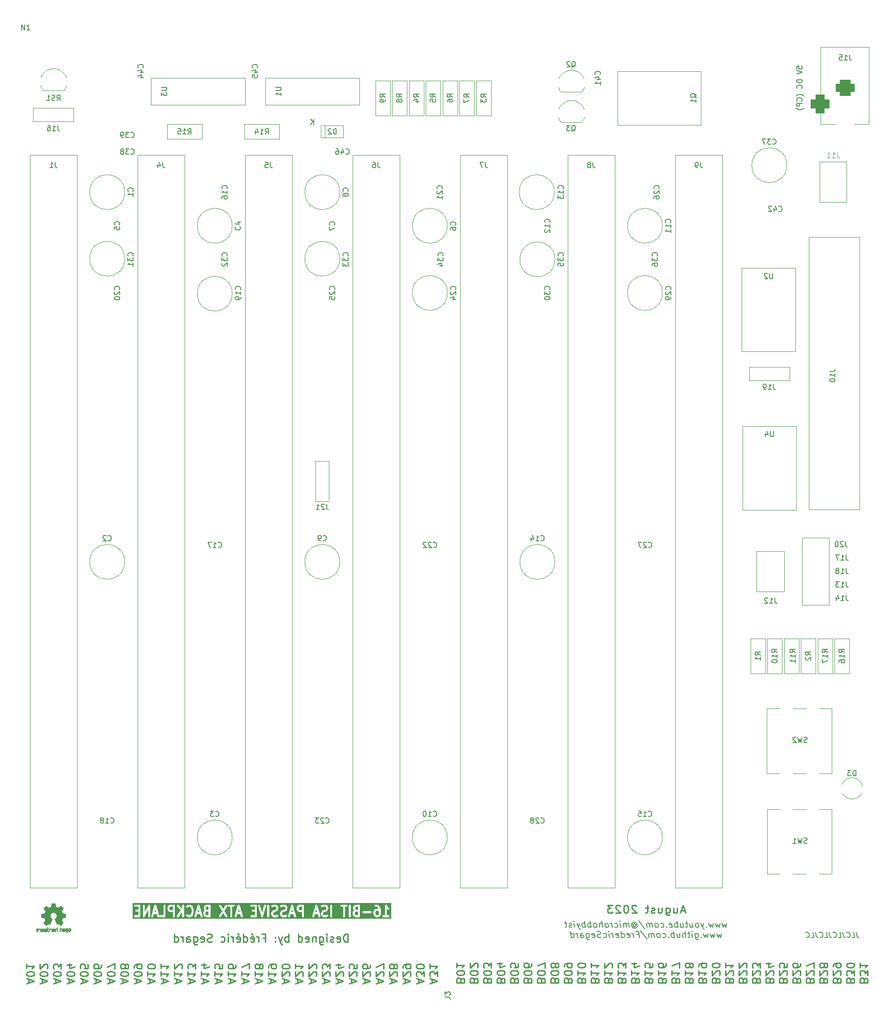
<source format=gbo>
G04 #@! TF.GenerationSoftware,KiCad,Pcbnew,7.0.7*
G04 #@! TF.CreationDate,2023-08-26T14:37:20-04:00*
G04 #@! TF.ProjectId,1 - ATX 16 bit ISA passive backplane,31202d20-4154-4582-9031-362062697420,2*
G04 #@! TF.SameCoordinates,Original*
G04 #@! TF.FileFunction,Legend,Bot*
G04 #@! TF.FilePolarity,Positive*
%FSLAX46Y46*%
G04 Gerber Fmt 4.6, Leading zero omitted, Abs format (unit mm)*
G04 Created by KiCad (PCBNEW 7.0.7) date 2023-08-26 14:37:20*
%MOMM*%
%LPD*%
G01*
G04 APERTURE LIST*
G04 Aperture macros list*
%AMRoundRect*
0 Rectangle with rounded corners*
0 $1 Rounding radius*
0 $2 $3 $4 $5 $6 $7 $8 $9 X,Y pos of 4 corners*
0 Add a 4 corners polygon primitive as box body*
4,1,4,$2,$3,$4,$5,$6,$7,$8,$9,$2,$3,0*
0 Add four circle primitives for the rounded corners*
1,1,$1+$1,$2,$3*
1,1,$1+$1,$4,$5*
1,1,$1+$1,$6,$7*
1,1,$1+$1,$8,$9*
0 Add four rect primitives between the rounded corners*
20,1,$1+$1,$2,$3,$4,$5,0*
20,1,$1+$1,$4,$5,$6,$7,0*
20,1,$1+$1,$6,$7,$8,$9,0*
20,1,$1+$1,$8,$9,$2,$3,0*%
G04 Aperture macros list end*
%ADD10C,0.100000*%
%ADD11C,0.375000*%
%ADD12C,0.200000*%
%ADD13C,0.220000*%
%ADD14C,0.250000*%
%ADD15C,0.150000*%
%ADD16C,0.010000*%
%ADD17R,1.700000X1.700000*%
%ADD18O,1.700000X1.700000*%
%ADD19R,1.800000X1.800000*%
%ADD20C,1.800000*%
%ADD21C,1.600000*%
%ADD22O,1.600000X1.600000*%
%ADD23R,1.600000X1.600000*%
%ADD24R,1.635000X1.635000*%
%ADD25C,1.635000*%
%ADD26C,0.900000*%
%ADD27C,8.000000*%
%ADD28R,1.500000X1.500000*%
%ADD29C,1.500000*%
%ADD30C,0.001000*%
%ADD31C,2.000000*%
%ADD32O,3.500000X3.500000*%
%ADD33R,1.905000X2.000000*%
%ADD34O,1.905000X2.000000*%
%ADD35R,2.000000X1.905000*%
%ADD36O,2.000000X1.905000*%
%ADD37O,2.500000X2.400000*%
%ADD38C,2.400000*%
%ADD39R,3.500000X3.500000*%
%ADD40RoundRect,0.750000X-1.000000X0.750000X-1.000000X-0.750000X1.000000X-0.750000X1.000000X0.750000X0*%
%ADD41RoundRect,0.875000X-0.875000X0.875000X-0.875000X-0.875000X0.875000X-0.875000X0.875000X0.875000X0*%
G04 APERTURE END LIST*
D10*
X75565000Y-93980000D02*
X78105000Y-93980000D01*
X78105000Y-101600000D01*
X75565000Y-101600000D01*
X75565000Y-93980000D01*
X124344696Y-25877859D02*
X124653650Y-25957185D01*
X124950226Y-26074608D01*
X125229747Y-26228276D01*
X125487804Y-26415765D01*
X125720327Y-26634119D01*
X125923650Y-26879894D01*
X126094566Y-27149215D01*
X126230379Y-27437833D01*
X126328948Y-27741197D01*
X126388718Y-28054523D01*
X126408747Y-28372869D01*
X126388718Y-28691215D01*
X126328948Y-29004541D01*
X126230379Y-29307905D01*
X126094566Y-29596523D01*
X125825929Y-29963565D01*
X121920000Y-29972000D01*
X121642928Y-29596523D01*
X121507115Y-29307905D01*
X121408546Y-29004541D01*
X121348776Y-28691215D01*
X121328747Y-28372869D01*
X121348776Y-28054523D01*
X121408546Y-27741197D01*
X121507115Y-27437833D01*
X121642928Y-27149215D01*
X121813844Y-26879894D01*
X122017167Y-26634119D01*
X122249690Y-26415765D01*
X122507747Y-26228276D01*
X122787268Y-26074608D01*
X123083844Y-25957185D01*
X123392798Y-25877859D01*
X123709259Y-25837881D01*
X124028235Y-25837881D01*
X124344696Y-25877859D01*
X124344696Y-20162859D02*
X124653650Y-20242185D01*
X124950226Y-20359608D01*
X125229747Y-20513276D01*
X125487804Y-20700765D01*
X125720327Y-20919119D01*
X125923650Y-21164894D01*
X126094566Y-21434215D01*
X126230379Y-21722833D01*
X126328948Y-22026197D01*
X126388718Y-22339523D01*
X126408747Y-22657869D01*
X126388718Y-22976215D01*
X126328948Y-23289541D01*
X126230379Y-23592905D01*
X126094566Y-23881523D01*
X125825929Y-24248565D01*
X121920000Y-24257000D01*
X121642928Y-23881523D01*
X121507115Y-23592905D01*
X121408546Y-23289541D01*
X121348776Y-22976215D01*
X121328747Y-22657869D01*
X121348776Y-22339523D01*
X121408546Y-22026197D01*
X121507115Y-21722833D01*
X121642928Y-21434215D01*
X121813844Y-21164894D01*
X122017167Y-20919119D01*
X122249690Y-20700765D01*
X122507747Y-20513276D01*
X122787268Y-20359608D01*
X123083844Y-20242185D01*
X123392798Y-20162859D01*
X123709259Y-20122881D01*
X124028235Y-20122881D01*
X124344696Y-20162859D01*
X26510949Y-19856990D02*
X26819903Y-19936316D01*
X27116479Y-20053739D01*
X27396000Y-20207407D01*
X27654057Y-20394896D01*
X27886580Y-20613250D01*
X28089903Y-20859025D01*
X28260819Y-21128346D01*
X28396632Y-21416964D01*
X28495201Y-21720328D01*
X28554971Y-22033654D01*
X28575000Y-22352000D01*
X28554971Y-22670346D01*
X28495201Y-22983672D01*
X28396632Y-23287036D01*
X28260819Y-23575654D01*
X27992182Y-23942696D01*
X24086253Y-23951131D01*
X23809181Y-23575654D01*
X23673368Y-23287036D01*
X23574799Y-22983672D01*
X23515029Y-22670346D01*
X23495000Y-22352000D01*
X23515029Y-22033654D01*
X23574799Y-21720328D01*
X23673368Y-21416964D01*
X23809181Y-21128346D01*
X23980097Y-20859025D01*
X24183420Y-20613250D01*
X24415943Y-20394896D01*
X24674000Y-20207407D01*
X24953521Y-20053739D01*
X25250097Y-19936316D01*
X25559051Y-19856990D01*
X25875512Y-19817012D01*
X26194488Y-19817012D01*
X26510949Y-19856990D01*
D11*
G36*
X45446666Y-179216809D02*
G01*
X45113333Y-179216809D01*
X45279999Y-178645380D01*
X45446666Y-179216809D01*
G37*
G36*
X55342500Y-179788238D02*
G01*
X54913125Y-179788238D01*
X54817038Y-179733330D01*
X54773506Y-179683580D01*
X54717500Y-179555563D01*
X54717500Y-179348292D01*
X54773506Y-179220275D01*
X54807037Y-179181955D01*
X54981173Y-179115619D01*
X55342500Y-179115619D01*
X55342500Y-179788238D01*
G37*
G36*
X55342500Y-178740619D02*
G01*
X54996460Y-178740619D01*
X54900368Y-178685709D01*
X54856841Y-178635963D01*
X54800833Y-178507945D01*
X54800833Y-178395910D01*
X54856841Y-178267892D01*
X54900367Y-178218148D01*
X54996461Y-178163238D01*
X55342500Y-178163238D01*
X55342500Y-178740619D01*
G37*
G36*
X83592498Y-179788238D02*
G01*
X83163123Y-179788238D01*
X83067036Y-179733330D01*
X83023504Y-179683580D01*
X82967498Y-179555563D01*
X82967498Y-179348292D01*
X83023504Y-179220275D01*
X83057035Y-179181955D01*
X83231171Y-179115619D01*
X83592498Y-179115619D01*
X83592498Y-179788238D01*
G37*
G36*
X83592498Y-178740619D02*
G01*
X83246458Y-178740619D01*
X83150366Y-178685709D01*
X83106839Y-178635963D01*
X83050831Y-178507945D01*
X83050831Y-178395910D01*
X83106839Y-178267892D01*
X83150365Y-178218148D01*
X83246459Y-178163238D01*
X83592498Y-178163238D01*
X83592498Y-178740619D01*
G37*
G36*
X87409628Y-178980050D02*
G01*
X87453157Y-179029798D01*
X87509165Y-179157816D01*
X87509165Y-179555563D01*
X87453157Y-179683581D01*
X87409628Y-179733329D01*
X87313538Y-179788238D01*
X87079793Y-179788238D01*
X86983702Y-179733329D01*
X86940172Y-179683580D01*
X86884165Y-179555564D01*
X86884165Y-179157815D01*
X86940172Y-179029799D01*
X86983702Y-178980050D01*
X87079793Y-178925142D01*
X87313538Y-178925142D01*
X87409628Y-178980050D01*
G37*
G36*
X53613333Y-179216809D02*
G01*
X53280000Y-179216809D01*
X53446666Y-178645380D01*
X53613333Y-179216809D01*
G37*
G36*
X61196666Y-179216809D02*
G01*
X60863333Y-179216809D01*
X61029999Y-178645380D01*
X61196666Y-179216809D01*
G37*
G36*
X71279999Y-179216809D02*
G01*
X70946666Y-179216809D01*
X71113332Y-178645380D01*
X71279999Y-179216809D01*
G37*
G36*
X75863332Y-179216809D02*
G01*
X75529999Y-179216809D01*
X75696665Y-178645380D01*
X75863332Y-179216809D01*
G37*
G36*
X48592500Y-178835857D02*
G01*
X48163125Y-178835857D01*
X48067038Y-178780949D01*
X48023506Y-178731199D01*
X47967500Y-178603182D01*
X47967500Y-178395911D01*
X48023506Y-178267894D01*
X48067037Y-178218145D01*
X48163125Y-178163238D01*
X48592500Y-178163238D01*
X48592500Y-178835857D01*
G37*
G36*
X73009166Y-178835857D02*
G01*
X72579791Y-178835857D01*
X72483704Y-178780949D01*
X72440172Y-178731199D01*
X72384166Y-178603182D01*
X72384166Y-178395911D01*
X72440172Y-178267894D01*
X72483703Y-178218145D01*
X72579791Y-178163238D01*
X73009166Y-178163238D01*
X73009166Y-178835857D01*
G37*
G36*
X89834325Y-180448952D02*
G01*
X40978154Y-180448952D01*
X40978154Y-180017461D01*
X41263868Y-180017461D01*
X41300074Y-180092642D01*
X41365314Y-180144670D01*
X41446667Y-180163238D01*
X42280000Y-180163238D01*
X42300597Y-180158537D01*
X42321723Y-180158537D01*
X42340755Y-180149371D01*
X42361353Y-180144670D01*
X42377871Y-180131496D01*
X42396904Y-180122331D01*
X42410076Y-180105814D01*
X42426593Y-180092642D01*
X42435758Y-180073609D01*
X42448932Y-180057091D01*
X42453633Y-180036493D01*
X42462799Y-180017461D01*
X42462799Y-179996334D01*
X42467500Y-179975738D01*
X42925833Y-179975738D01*
X42934819Y-180015111D01*
X42943213Y-180054574D01*
X42944083Y-180055699D01*
X42944401Y-180057091D01*
X42969583Y-180088668D01*
X42994265Y-180120579D01*
X42995540Y-180121216D01*
X42996429Y-180122331D01*
X43032811Y-180139852D01*
X43068901Y-180157897D01*
X43070324Y-180157918D01*
X43071610Y-180158537D01*
X43111999Y-180158537D01*
X43152337Y-180159136D01*
X43153630Y-180158537D01*
X43155056Y-180158537D01*
X43191419Y-180141024D01*
X43228048Y-180124051D01*
X43228954Y-180122948D01*
X43230237Y-180122331D01*
X43255389Y-180090791D01*
X43281038Y-180059591D01*
X43925832Y-178770001D01*
X43925833Y-179975738D01*
X43944401Y-180057091D01*
X43996429Y-180122331D01*
X44071610Y-180158537D01*
X44155056Y-180158537D01*
X44230237Y-180122331D01*
X44282265Y-180057091D01*
X44293804Y-180006536D01*
X44511712Y-180006536D01*
X44543392Y-180083734D01*
X44605428Y-180139543D01*
X44685536Y-180162907D01*
X44767848Y-180149200D01*
X44836062Y-180101138D01*
X44876666Y-180028238D01*
X45003958Y-179591809D01*
X45556041Y-179591809D01*
X45683333Y-180028238D01*
X45723937Y-180101138D01*
X45792151Y-180149200D01*
X45874463Y-180162907D01*
X45954571Y-180139542D01*
X46016607Y-180083734D01*
X46030030Y-180051022D01*
X46050074Y-180092642D01*
X46115314Y-180144670D01*
X46196667Y-180163238D01*
X47030000Y-180163238D01*
X47050597Y-180158537D01*
X47071723Y-180158537D01*
X47090755Y-180149371D01*
X47111353Y-180144670D01*
X47127871Y-180131496D01*
X47146904Y-180122331D01*
X47160076Y-180105814D01*
X47176593Y-180092642D01*
X47185758Y-180073609D01*
X47198932Y-180057091D01*
X47203633Y-180036493D01*
X47212799Y-180017461D01*
X47212799Y-179996334D01*
X47217500Y-179975738D01*
X47217500Y-178642404D01*
X47592500Y-178642404D01*
X47601042Y-178679833D01*
X47608220Y-178717557D01*
X47691553Y-178908033D01*
X47708611Y-178931098D01*
X47722225Y-178956350D01*
X47805558Y-179051588D01*
X47830742Y-179069856D01*
X47853641Y-179090914D01*
X48020307Y-179186153D01*
X48026731Y-179188103D01*
X48031980Y-179192289D01*
X48066385Y-179200141D01*
X48100153Y-179210393D01*
X48106786Y-179209362D01*
X48113333Y-179210857D01*
X48592500Y-179210857D01*
X48592500Y-179975738D01*
X48611068Y-180057091D01*
X48663096Y-180122331D01*
X48738277Y-180158537D01*
X48821723Y-180158537D01*
X48896904Y-180122331D01*
X48948932Y-180057091D01*
X48967500Y-179975738D01*
X48967500Y-179951067D01*
X49344130Y-179951067D01*
X49351833Y-180034157D01*
X49394824Y-180105675D01*
X49464589Y-180151458D01*
X49547308Y-180162437D01*
X49626600Y-180136439D01*
X49686759Y-180078611D01*
X50301377Y-179142048D01*
X50342500Y-179189045D01*
X50342500Y-179975738D01*
X50361068Y-180057091D01*
X50413096Y-180122331D01*
X50488277Y-180158537D01*
X50571723Y-180158537D01*
X50646904Y-180122331D01*
X50698932Y-180057091D01*
X50717500Y-179975738D01*
X50717500Y-179751919D01*
X51095489Y-179751919D01*
X51099294Y-179835278D01*
X51138891Y-179908730D01*
X51222224Y-180003969D01*
X51225262Y-180006172D01*
X51227171Y-180009404D01*
X51258886Y-180030564D01*
X51289769Y-180052967D01*
X51293464Y-180053634D01*
X51296584Y-180055716D01*
X51546584Y-180150954D01*
X51580215Y-180155679D01*
X51613333Y-180163238D01*
X51780000Y-180163238D01*
X51813117Y-180155679D01*
X51846749Y-180150954D01*
X52096749Y-180055717D01*
X52099870Y-180053634D01*
X52103563Y-180052967D01*
X52134426Y-180030578D01*
X52166162Y-180009404D01*
X52167855Y-180006536D01*
X52678379Y-180006536D01*
X52710059Y-180083734D01*
X52772095Y-180139543D01*
X52852203Y-180162907D01*
X52934515Y-180149200D01*
X53002729Y-180101138D01*
X53043333Y-180028238D01*
X53170625Y-179591809D01*
X53722708Y-179591809D01*
X53850000Y-180028238D01*
X53890604Y-180101138D01*
X53958818Y-180149200D01*
X54041130Y-180162907D01*
X54121238Y-180139542D01*
X54183274Y-180083734D01*
X54214953Y-180006536D01*
X54210000Y-179923238D01*
X54114201Y-179594785D01*
X54342500Y-179594785D01*
X54351042Y-179632214D01*
X54358220Y-179669938D01*
X54441553Y-179860414D01*
X54458611Y-179883479D01*
X54472225Y-179908731D01*
X54555558Y-180003969D01*
X54580742Y-180022237D01*
X54603641Y-180043295D01*
X54770307Y-180138534D01*
X54776731Y-180140484D01*
X54781980Y-180144670D01*
X54816385Y-180152522D01*
X54850153Y-180162774D01*
X54856786Y-180161743D01*
X54863333Y-180163238D01*
X55530000Y-180163238D01*
X55550597Y-180158537D01*
X55571723Y-180158537D01*
X55590755Y-180149371D01*
X55611353Y-180144670D01*
X55627871Y-180131496D01*
X55646904Y-180122331D01*
X55660076Y-180105814D01*
X55676593Y-180092642D01*
X55685758Y-180073609D01*
X55698932Y-180057091D01*
X55703633Y-180036493D01*
X55712799Y-180017461D01*
X55712799Y-179996334D01*
X55717500Y-179975738D01*
X55717500Y-179960889D01*
X57343089Y-179960889D01*
X57355157Y-180043457D01*
X57401853Y-180112613D01*
X57473932Y-180154659D01*
X57557115Y-180161266D01*
X57634928Y-180131129D01*
X57691959Y-180070214D01*
X58113333Y-179347857D01*
X58534708Y-180070213D01*
X58591738Y-180131129D01*
X58669552Y-180161266D01*
X58752734Y-180154658D01*
X58824813Y-180112612D01*
X58871510Y-180043457D01*
X58883578Y-179960889D01*
X58858625Y-179881262D01*
X58330402Y-178975738D01*
X58858625Y-178070214D01*
X58875156Y-178017461D01*
X58930534Y-178017461D01*
X58966740Y-178092642D01*
X59031980Y-178144670D01*
X59113333Y-178163238D01*
X59425833Y-178163238D01*
X59425833Y-179975738D01*
X59444401Y-180057091D01*
X59496429Y-180122331D01*
X59571610Y-180158537D01*
X59655056Y-180158537D01*
X59730237Y-180122331D01*
X59782265Y-180057091D01*
X59793804Y-180006536D01*
X60261712Y-180006536D01*
X60293392Y-180083734D01*
X60355428Y-180139543D01*
X60435536Y-180162907D01*
X60517848Y-180149200D01*
X60586062Y-180101138D01*
X60626666Y-180028238D01*
X60753958Y-179591809D01*
X61306041Y-179591809D01*
X61433333Y-180028238D01*
X61473937Y-180101138D01*
X61542151Y-180149200D01*
X61624463Y-180162907D01*
X61704571Y-180139542D01*
X61766607Y-180083734D01*
X61793803Y-180017461D01*
X63263867Y-180017461D01*
X63300073Y-180092642D01*
X63365313Y-180144670D01*
X63446666Y-180163238D01*
X64279999Y-180163238D01*
X64300596Y-180158537D01*
X64321722Y-180158537D01*
X64340754Y-180149371D01*
X64361352Y-180144670D01*
X64377870Y-180131496D01*
X64396903Y-180122331D01*
X64410075Y-180105814D01*
X64426592Y-180092642D01*
X64435757Y-180073609D01*
X64448931Y-180057091D01*
X64453632Y-180036493D01*
X64462798Y-180017461D01*
X64462798Y-179996334D01*
X64467499Y-179975738D01*
X64467499Y-177975738D01*
X64462798Y-177955141D01*
X64462798Y-177944940D01*
X64678378Y-177944940D01*
X64683332Y-178028238D01*
X65266666Y-180028239D01*
X65281680Y-180055195D01*
X65293392Y-180083734D01*
X65301778Y-180091278D01*
X65307270Y-180101138D01*
X65332491Y-180118909D01*
X65355428Y-180139543D01*
X65366260Y-180142702D01*
X65375484Y-180149201D01*
X65405920Y-180154269D01*
X65435536Y-180162907D01*
X65446662Y-180161054D01*
X65457796Y-180162908D01*
X65487424Y-180154266D01*
X65517848Y-180149200D01*
X65527068Y-180142703D01*
X65537904Y-180139543D01*
X65560844Y-180118905D01*
X65586062Y-180101138D01*
X65591552Y-180091280D01*
X65599940Y-180083735D01*
X65611653Y-180055191D01*
X65626666Y-180028238D01*
X65641978Y-179975738D01*
X66425832Y-179975738D01*
X66444400Y-180057091D01*
X66496428Y-180122331D01*
X66571609Y-180158537D01*
X66655055Y-180158537D01*
X66730236Y-180122331D01*
X66782264Y-180057091D01*
X66800832Y-179975738D01*
X66800832Y-179594785D01*
X67175832Y-179594785D01*
X67184376Y-179632223D01*
X67191553Y-179669939D01*
X67274887Y-179860415D01*
X67291943Y-179883477D01*
X67305557Y-179908730D01*
X67388890Y-180003969D01*
X67414073Y-180022237D01*
X67436973Y-180043296D01*
X67603640Y-180138534D01*
X67610064Y-180140484D01*
X67615313Y-180144670D01*
X67649713Y-180152521D01*
X67683487Y-180162775D01*
X67690122Y-180161744D01*
X67696666Y-180163238D01*
X68113332Y-180163238D01*
X68146449Y-180155679D01*
X68180081Y-180150954D01*
X68430081Y-180055717D01*
X68499494Y-180009404D01*
X68541938Y-179937559D01*
X68549008Y-179854414D01*
X68519302Y-179776435D01*
X68458704Y-179719068D01*
X68379216Y-179693674D01*
X68296583Y-179705284D01*
X68078829Y-179788238D01*
X67746460Y-179788238D01*
X67650369Y-179733329D01*
X67606839Y-179683580D01*
X67567991Y-179594785D01*
X68842499Y-179594785D01*
X68851043Y-179632223D01*
X68858220Y-179669939D01*
X68941554Y-179860415D01*
X68958610Y-179883477D01*
X68972224Y-179908730D01*
X69055557Y-180003969D01*
X69080740Y-180022237D01*
X69103640Y-180043296D01*
X69270307Y-180138534D01*
X69276731Y-180140484D01*
X69281980Y-180144670D01*
X69316380Y-180152521D01*
X69350154Y-180162775D01*
X69356789Y-180161744D01*
X69363333Y-180163238D01*
X69779999Y-180163238D01*
X69813116Y-180155679D01*
X69846748Y-180150954D01*
X70096748Y-180055717D01*
X70166161Y-180009404D01*
X70167855Y-180006536D01*
X70345045Y-180006536D01*
X70376725Y-180083734D01*
X70438761Y-180139543D01*
X70518869Y-180162907D01*
X70601181Y-180149200D01*
X70669395Y-180101138D01*
X70709999Y-180028238D01*
X70837291Y-179591809D01*
X71389374Y-179591809D01*
X71516666Y-180028238D01*
X71557270Y-180101138D01*
X71625484Y-180149200D01*
X71707796Y-180162907D01*
X71787904Y-180139542D01*
X71849940Y-180083734D01*
X71881619Y-180006536D01*
X71876666Y-179923238D01*
X71503090Y-178642404D01*
X72009166Y-178642404D01*
X72017708Y-178679833D01*
X72024886Y-178717557D01*
X72108219Y-178908033D01*
X72125277Y-178931098D01*
X72138891Y-178956350D01*
X72222224Y-179051588D01*
X72247408Y-179069856D01*
X72270307Y-179090914D01*
X72436973Y-179186153D01*
X72443397Y-179188103D01*
X72448646Y-179192289D01*
X72483051Y-179200141D01*
X72516819Y-179210393D01*
X72523452Y-179209362D01*
X72529999Y-179210857D01*
X73009166Y-179210857D01*
X73009166Y-179975738D01*
X73027734Y-180057091D01*
X73079762Y-180122331D01*
X73154943Y-180158537D01*
X73238389Y-180158537D01*
X73313570Y-180122331D01*
X73365598Y-180057091D01*
X73377137Y-180006536D01*
X74928378Y-180006536D01*
X74960058Y-180083734D01*
X75022094Y-180139543D01*
X75102202Y-180162907D01*
X75184514Y-180149200D01*
X75252728Y-180101138D01*
X75293332Y-180028238D01*
X75420624Y-179591809D01*
X75972707Y-179591809D01*
X76099999Y-180028238D01*
X76140603Y-180101138D01*
X76208817Y-180149200D01*
X76291129Y-180162907D01*
X76371237Y-180139542D01*
X76433273Y-180083734D01*
X76464952Y-180006536D01*
X76459999Y-179923238D01*
X76364200Y-179594785D01*
X76592499Y-179594785D01*
X76601043Y-179632223D01*
X76608220Y-179669939D01*
X76691554Y-179860415D01*
X76708610Y-179883477D01*
X76722224Y-179908730D01*
X76805557Y-180003969D01*
X76830740Y-180022237D01*
X76853640Y-180043296D01*
X77020307Y-180138534D01*
X77026731Y-180140484D01*
X77031980Y-180144670D01*
X77066380Y-180152521D01*
X77100154Y-180162775D01*
X77106789Y-180161744D01*
X77113333Y-180163238D01*
X77529999Y-180163238D01*
X77563116Y-180155679D01*
X77596748Y-180150954D01*
X77846748Y-180055717D01*
X77916161Y-180009404D01*
X77936050Y-179975738D01*
X78342499Y-179975738D01*
X78361067Y-180057091D01*
X78413095Y-180122331D01*
X78488276Y-180158537D01*
X78571722Y-180158537D01*
X78646903Y-180122331D01*
X78698931Y-180057091D01*
X78717499Y-179975738D01*
X78717499Y-178017461D01*
X80263866Y-178017461D01*
X80300072Y-178092642D01*
X80365312Y-178144670D01*
X80446665Y-178163238D01*
X80759165Y-178163238D01*
X80759165Y-179975738D01*
X80777733Y-180057091D01*
X80829761Y-180122331D01*
X80904942Y-180158537D01*
X80988388Y-180158537D01*
X81063569Y-180122331D01*
X81115597Y-180057091D01*
X81134165Y-179975738D01*
X81842498Y-179975738D01*
X81861066Y-180057091D01*
X81913094Y-180122331D01*
X81988275Y-180158537D01*
X82071721Y-180158537D01*
X82146902Y-180122331D01*
X82198930Y-180057091D01*
X82217498Y-179975738D01*
X82217498Y-179594785D01*
X82592498Y-179594785D01*
X82601040Y-179632214D01*
X82608218Y-179669938D01*
X82691551Y-179860414D01*
X82708609Y-179883479D01*
X82722223Y-179908731D01*
X82805556Y-180003969D01*
X82830740Y-180022237D01*
X82853639Y-180043295D01*
X83020305Y-180138534D01*
X83026729Y-180140484D01*
X83031978Y-180144670D01*
X83066383Y-180152522D01*
X83100151Y-180162774D01*
X83106784Y-180161743D01*
X83113331Y-180163238D01*
X83779998Y-180163238D01*
X83800595Y-180158537D01*
X83821721Y-180158537D01*
X83840753Y-180149371D01*
X83861351Y-180144670D01*
X83877869Y-180131496D01*
X83896902Y-180122331D01*
X83910074Y-180105814D01*
X83926591Y-180092642D01*
X83935756Y-180073609D01*
X83948930Y-180057091D01*
X83953631Y-180036493D01*
X83962797Y-180017461D01*
X83962797Y-179996334D01*
X83967498Y-179975738D01*
X83967498Y-179594785D01*
X86509165Y-179594785D01*
X86517709Y-179632223D01*
X86524886Y-179669939D01*
X86608220Y-179860415D01*
X86625276Y-179883477D01*
X86638890Y-179908730D01*
X86722223Y-180003969D01*
X86747406Y-180022237D01*
X86770306Y-180043296D01*
X86936973Y-180138534D01*
X86943397Y-180140484D01*
X86948646Y-180144670D01*
X86983046Y-180152521D01*
X87016820Y-180162775D01*
X87023455Y-180161744D01*
X87029999Y-180163238D01*
X87363332Y-180163238D01*
X87369877Y-180161743D01*
X87376511Y-180162774D01*
X87410277Y-180152523D01*
X87444685Y-180144670D01*
X87449933Y-180140484D01*
X87456358Y-180138534D01*
X87623025Y-180043296D01*
X87645926Y-180022235D01*
X87652508Y-180017461D01*
X88180533Y-180017461D01*
X88216739Y-180092642D01*
X88281979Y-180144670D01*
X88363332Y-180163238D01*
X89363332Y-180163238D01*
X89444685Y-180144670D01*
X89509925Y-180092642D01*
X89546131Y-180017461D01*
X89546131Y-179934015D01*
X89509925Y-179858834D01*
X89444685Y-179806806D01*
X89363332Y-179788238D01*
X89050832Y-179788238D01*
X89050832Y-178569996D01*
X89055558Y-178575398D01*
X89080744Y-178593668D01*
X89103640Y-178614723D01*
X89270306Y-178709962D01*
X89350152Y-178734202D01*
X89432610Y-178721398D01*
X89501346Y-178674086D01*
X89542746Y-178601634D01*
X89548611Y-178518396D01*
X89517780Y-178440855D01*
X89456358Y-178384371D01*
X89317037Y-178304758D01*
X89182917Y-178151479D01*
X89025290Y-177881262D01*
X89001729Y-177856096D01*
X88980236Y-177829145D01*
X88973426Y-177825865D01*
X88968260Y-177820347D01*
X88936112Y-177807896D01*
X88905055Y-177792939D01*
X88897496Y-177792939D01*
X88890447Y-177790209D01*
X88856081Y-177792939D01*
X88821609Y-177792939D01*
X88814799Y-177796218D01*
X88807264Y-177796817D01*
X88777481Y-177814190D01*
X88746428Y-177829145D01*
X88741716Y-177835052D01*
X88735185Y-177838863D01*
X88715893Y-177867433D01*
X88694400Y-177894385D01*
X88692717Y-177901756D01*
X88688489Y-177908019D01*
X88683504Y-177942121D01*
X88675832Y-177975738D01*
X88675832Y-179788238D01*
X88363332Y-179788238D01*
X88281979Y-179806806D01*
X88216739Y-179858834D01*
X88180533Y-179934015D01*
X88180533Y-180017461D01*
X87652508Y-180017461D01*
X87671108Y-180003969D01*
X87754441Y-179908730D01*
X87768053Y-179883478D01*
X87785112Y-179860414D01*
X87868444Y-179669939D01*
X87875619Y-179632225D01*
X87884165Y-179594785D01*
X87884165Y-178832880D01*
X87879650Y-178813101D01*
X87879834Y-178792812D01*
X87796501Y-178411860D01*
X87784040Y-178385375D01*
X87775290Y-178357452D01*
X87608623Y-178071738D01*
X87596317Y-178058594D01*
X87587773Y-178042745D01*
X87504440Y-177947507D01*
X87479261Y-177929242D01*
X87456358Y-177908180D01*
X87289691Y-177812942D01*
X87283266Y-177810991D01*
X87278018Y-177806806D01*
X87243610Y-177798952D01*
X87209844Y-177788702D01*
X87203210Y-177789732D01*
X87196665Y-177788238D01*
X86863332Y-177788238D01*
X86781979Y-177806806D01*
X86716739Y-177858834D01*
X86680533Y-177934015D01*
X86680533Y-178017461D01*
X86716739Y-178092642D01*
X86781979Y-178144670D01*
X86863332Y-178163238D01*
X87146871Y-178163238D01*
X87242964Y-178218148D01*
X87293744Y-178276183D01*
X87436479Y-178520872D01*
X87447421Y-178570892D01*
X87444685Y-178568710D01*
X87410277Y-178560856D01*
X87376511Y-178550606D01*
X87369877Y-178551636D01*
X87363332Y-178550142D01*
X87029999Y-178550142D01*
X87023455Y-178551635D01*
X87016820Y-178550605D01*
X86983046Y-178560858D01*
X86948646Y-178568710D01*
X86943397Y-178572895D01*
X86936973Y-178574846D01*
X86770306Y-178670084D01*
X86747406Y-178691142D01*
X86722223Y-178709411D01*
X86638890Y-178804650D01*
X86625276Y-178829902D01*
X86608220Y-178852965D01*
X86524886Y-179043441D01*
X86517709Y-179081156D01*
X86509165Y-179118595D01*
X86509165Y-179594785D01*
X83967498Y-179594785D01*
X83967498Y-179255556D01*
X84430533Y-179255556D01*
X84466739Y-179330737D01*
X84531979Y-179382765D01*
X84613332Y-179401333D01*
X85946665Y-179401333D01*
X86028018Y-179382765D01*
X86093258Y-179330737D01*
X86129464Y-179255556D01*
X86129464Y-179172110D01*
X86093258Y-179096929D01*
X86028018Y-179044901D01*
X85946665Y-179026333D01*
X84613332Y-179026333D01*
X84531979Y-179044901D01*
X84466739Y-179096929D01*
X84430533Y-179172110D01*
X84430533Y-179255556D01*
X83967498Y-179255556D01*
X83967498Y-177975738D01*
X83962797Y-177955141D01*
X83962797Y-177934015D01*
X83953631Y-177914982D01*
X83948930Y-177894385D01*
X83935756Y-177877866D01*
X83926591Y-177858834D01*
X83910074Y-177845661D01*
X83896902Y-177829145D01*
X83877869Y-177819979D01*
X83861351Y-177806806D01*
X83840753Y-177802104D01*
X83821721Y-177792939D01*
X83800595Y-177792939D01*
X83779998Y-177788238D01*
X83196665Y-177788238D01*
X83190121Y-177789731D01*
X83183486Y-177788701D01*
X83149712Y-177798954D01*
X83115312Y-177806806D01*
X83110063Y-177810991D01*
X83103639Y-177812942D01*
X82936972Y-177908180D01*
X82914068Y-177929242D01*
X82888890Y-177947507D01*
X82805557Y-178042745D01*
X82791944Y-178067995D01*
X82774886Y-178091060D01*
X82691552Y-178281536D01*
X82684375Y-178319251D01*
X82675831Y-178356690D01*
X82675831Y-178547166D01*
X82684375Y-178584604D01*
X82691552Y-178622320D01*
X82774886Y-178812796D01*
X82791942Y-178835857D01*
X82805557Y-178861111D01*
X82825800Y-178884246D01*
X82810503Y-178894453D01*
X82808593Y-178897684D01*
X82805558Y-178899887D01*
X82722223Y-178995125D01*
X82708610Y-179020376D01*
X82691551Y-179043442D01*
X82608218Y-179233918D01*
X82601040Y-179271641D01*
X82592498Y-179309071D01*
X82592498Y-179594785D01*
X82217498Y-179594785D01*
X82217498Y-177975738D01*
X82198930Y-177894385D01*
X82146902Y-177829145D01*
X82071721Y-177792939D01*
X81988275Y-177792939D01*
X81913094Y-177829145D01*
X81861066Y-177894385D01*
X81842498Y-177975738D01*
X81842498Y-179975738D01*
X81134165Y-179975738D01*
X81134165Y-178163238D01*
X81446665Y-178163238D01*
X81528018Y-178144670D01*
X81593258Y-178092642D01*
X81629464Y-178017461D01*
X81629464Y-177934015D01*
X81593258Y-177858834D01*
X81528018Y-177806806D01*
X81446665Y-177788238D01*
X80446665Y-177788238D01*
X80365312Y-177806806D01*
X80300072Y-177858834D01*
X80263866Y-177934015D01*
X80263866Y-178017461D01*
X78717499Y-178017461D01*
X78717499Y-177975738D01*
X78698931Y-177894385D01*
X78646903Y-177829145D01*
X78571722Y-177792939D01*
X78488276Y-177792939D01*
X78413095Y-177829145D01*
X78361067Y-177894385D01*
X78342499Y-177975738D01*
X78342499Y-179975738D01*
X77936050Y-179975738D01*
X77958605Y-179937559D01*
X77965675Y-179854414D01*
X77935969Y-179776435D01*
X77875371Y-179719068D01*
X77795883Y-179693674D01*
X77713250Y-179705284D01*
X77495496Y-179788238D01*
X77163127Y-179788238D01*
X77067036Y-179733329D01*
X77023506Y-179683580D01*
X76967499Y-179555564D01*
X76967499Y-179443529D01*
X77023507Y-179315511D01*
X77067033Y-179265767D01*
X77186659Y-179197409D01*
X77498177Y-179108405D01*
X77518025Y-179097492D01*
X77539693Y-179090914D01*
X77706359Y-178995675D01*
X77729257Y-178974617D01*
X77754441Y-178956349D01*
X77837774Y-178861111D01*
X77851385Y-178835861D01*
X77868446Y-178812795D01*
X77951778Y-178622320D01*
X77958953Y-178584606D01*
X77967499Y-178547166D01*
X77967499Y-178356690D01*
X77958953Y-178319249D01*
X77951778Y-178281536D01*
X77868446Y-178091061D01*
X77851385Y-178067994D01*
X77837774Y-178042745D01*
X77754441Y-177947507D01*
X77729262Y-177929242D01*
X77706359Y-177908180D01*
X77539692Y-177812942D01*
X77533267Y-177810991D01*
X77528019Y-177806806D01*
X77493611Y-177798952D01*
X77459845Y-177788702D01*
X77453211Y-177789732D01*
X77446666Y-177788238D01*
X77029999Y-177788238D01*
X76996881Y-177795796D01*
X76963250Y-177800522D01*
X76713250Y-177895760D01*
X76643837Y-177942072D01*
X76601392Y-178013917D01*
X76594322Y-178097062D01*
X76624029Y-178175041D01*
X76684627Y-178232408D01*
X76764115Y-178257802D01*
X76846748Y-178246192D01*
X77064505Y-178163238D01*
X77396872Y-178163238D01*
X77492965Y-178218148D01*
X77536490Y-178267891D01*
X77592499Y-178395911D01*
X77592499Y-178507944D01*
X77536490Y-178635964D01*
X77492964Y-178685709D01*
X77373340Y-178754066D01*
X77061823Y-178843071D01*
X77041978Y-178853981D01*
X77020307Y-178860561D01*
X76853640Y-178955799D01*
X76830736Y-178976861D01*
X76805558Y-178995126D01*
X76722225Y-179090364D01*
X76708612Y-179115614D01*
X76691554Y-179138679D01*
X76608220Y-179329155D01*
X76601043Y-179366870D01*
X76592499Y-179404309D01*
X76592499Y-179594785D01*
X76364200Y-179594785D01*
X75876666Y-177923238D01*
X75861653Y-177896284D01*
X75849940Y-177867741D01*
X75841552Y-177860195D01*
X75836062Y-177850338D01*
X75810844Y-177832570D01*
X75787904Y-177811933D01*
X75777068Y-177808772D01*
X75767848Y-177802276D01*
X75737424Y-177797209D01*
X75707796Y-177788568D01*
X75696662Y-177790421D01*
X75685536Y-177788569D01*
X75655920Y-177797206D01*
X75625484Y-177802275D01*
X75616260Y-177808773D01*
X75605428Y-177811933D01*
X75582491Y-177832566D01*
X75557270Y-177850338D01*
X75551778Y-177860197D01*
X75543392Y-177867742D01*
X75531680Y-177896280D01*
X75516666Y-177923237D01*
X74933332Y-179923238D01*
X74928378Y-180006536D01*
X73377137Y-180006536D01*
X73384166Y-179975738D01*
X73384166Y-177975738D01*
X73379465Y-177955141D01*
X73379465Y-177934015D01*
X73370299Y-177914982D01*
X73365598Y-177894385D01*
X73352424Y-177877866D01*
X73343259Y-177858834D01*
X73326742Y-177845661D01*
X73313570Y-177829145D01*
X73294537Y-177819979D01*
X73278019Y-177806806D01*
X73257421Y-177802104D01*
X73238389Y-177792939D01*
X73217263Y-177792939D01*
X73196666Y-177788238D01*
X72529999Y-177788238D01*
X72523452Y-177789732D01*
X72516819Y-177788702D01*
X72483051Y-177798953D01*
X72448646Y-177806806D01*
X72443397Y-177810991D01*
X72436973Y-177812942D01*
X72270307Y-177908181D01*
X72247408Y-177929238D01*
X72222226Y-177947506D01*
X72138891Y-178042744D01*
X72125278Y-178067995D01*
X72108219Y-178091061D01*
X72024886Y-178281537D01*
X72017708Y-178319260D01*
X72009166Y-178356690D01*
X72009166Y-178642404D01*
X71503090Y-178642404D01*
X71293333Y-177923238D01*
X71278320Y-177896284D01*
X71266607Y-177867741D01*
X71258219Y-177860195D01*
X71252729Y-177850338D01*
X71227511Y-177832570D01*
X71204571Y-177811933D01*
X71193735Y-177808772D01*
X71184515Y-177802276D01*
X71154091Y-177797209D01*
X71124463Y-177788568D01*
X71113329Y-177790421D01*
X71102203Y-177788569D01*
X71072587Y-177797206D01*
X71042151Y-177802275D01*
X71032927Y-177808773D01*
X71022095Y-177811933D01*
X70999158Y-177832566D01*
X70973937Y-177850338D01*
X70968445Y-177860197D01*
X70960059Y-177867742D01*
X70948347Y-177896280D01*
X70933333Y-177923237D01*
X70349999Y-179923238D01*
X70345045Y-180006536D01*
X70167855Y-180006536D01*
X70208605Y-179937559D01*
X70215675Y-179854414D01*
X70185969Y-179776435D01*
X70125371Y-179719068D01*
X70045883Y-179693674D01*
X69963250Y-179705284D01*
X69745496Y-179788238D01*
X69413127Y-179788238D01*
X69317036Y-179733329D01*
X69273506Y-179683580D01*
X69217499Y-179555564D01*
X69217499Y-179443529D01*
X69273507Y-179315511D01*
X69317033Y-179265767D01*
X69436659Y-179197409D01*
X69748177Y-179108405D01*
X69768025Y-179097492D01*
X69789693Y-179090914D01*
X69956359Y-178995675D01*
X69979257Y-178974617D01*
X70004441Y-178956349D01*
X70087774Y-178861111D01*
X70101385Y-178835861D01*
X70118446Y-178812795D01*
X70201778Y-178622320D01*
X70208953Y-178584606D01*
X70217499Y-178547166D01*
X70217499Y-178356690D01*
X70208953Y-178319249D01*
X70201778Y-178281536D01*
X70118446Y-178091061D01*
X70101385Y-178067994D01*
X70087774Y-178042745D01*
X70004441Y-177947507D01*
X69979262Y-177929242D01*
X69956359Y-177908180D01*
X69789692Y-177812942D01*
X69783267Y-177810991D01*
X69778019Y-177806806D01*
X69743611Y-177798952D01*
X69709845Y-177788702D01*
X69703211Y-177789732D01*
X69696666Y-177788238D01*
X69279999Y-177788238D01*
X69246881Y-177795796D01*
X69213250Y-177800522D01*
X68963250Y-177895760D01*
X68893837Y-177942072D01*
X68851392Y-178013917D01*
X68844322Y-178097062D01*
X68874029Y-178175041D01*
X68934627Y-178232408D01*
X69014115Y-178257802D01*
X69096748Y-178246192D01*
X69314505Y-178163238D01*
X69646872Y-178163238D01*
X69742965Y-178218148D01*
X69786490Y-178267891D01*
X69842499Y-178395911D01*
X69842499Y-178507944D01*
X69786490Y-178635964D01*
X69742964Y-178685709D01*
X69623340Y-178754066D01*
X69311823Y-178843071D01*
X69291978Y-178853981D01*
X69270307Y-178860561D01*
X69103640Y-178955799D01*
X69080736Y-178976861D01*
X69055558Y-178995126D01*
X68972225Y-179090364D01*
X68958612Y-179115614D01*
X68941554Y-179138679D01*
X68858220Y-179329155D01*
X68851043Y-179366870D01*
X68842499Y-179404309D01*
X68842499Y-179594785D01*
X67567991Y-179594785D01*
X67550832Y-179555564D01*
X67550832Y-179443529D01*
X67606840Y-179315511D01*
X67650366Y-179265767D01*
X67769992Y-179197409D01*
X68081510Y-179108405D01*
X68101358Y-179097492D01*
X68123026Y-179090914D01*
X68289692Y-178995675D01*
X68312590Y-178974617D01*
X68337774Y-178956349D01*
X68421107Y-178861111D01*
X68434718Y-178835861D01*
X68451779Y-178812795D01*
X68535111Y-178622320D01*
X68542286Y-178584606D01*
X68550832Y-178547166D01*
X68550832Y-178356690D01*
X68542286Y-178319249D01*
X68535111Y-178281536D01*
X68451779Y-178091061D01*
X68434718Y-178067994D01*
X68421107Y-178042745D01*
X68337774Y-177947507D01*
X68312595Y-177929242D01*
X68289692Y-177908180D01*
X68123025Y-177812942D01*
X68116600Y-177810991D01*
X68111352Y-177806806D01*
X68076944Y-177798952D01*
X68043178Y-177788702D01*
X68036544Y-177789732D01*
X68029999Y-177788238D01*
X67613332Y-177788238D01*
X67580214Y-177795796D01*
X67546583Y-177800522D01*
X67296583Y-177895760D01*
X67227170Y-177942072D01*
X67184725Y-178013917D01*
X67177655Y-178097062D01*
X67207362Y-178175041D01*
X67267960Y-178232408D01*
X67347448Y-178257802D01*
X67430081Y-178246192D01*
X67647838Y-178163238D01*
X67980205Y-178163238D01*
X68076298Y-178218148D01*
X68119823Y-178267891D01*
X68175832Y-178395911D01*
X68175832Y-178507944D01*
X68119823Y-178635964D01*
X68076297Y-178685709D01*
X67956673Y-178754066D01*
X67645156Y-178843071D01*
X67625311Y-178853981D01*
X67603640Y-178860561D01*
X67436973Y-178955799D01*
X67414069Y-178976861D01*
X67388891Y-178995126D01*
X67305558Y-179090364D01*
X67291945Y-179115614D01*
X67274887Y-179138679D01*
X67191553Y-179329155D01*
X67184376Y-179366870D01*
X67175832Y-179404309D01*
X67175832Y-179594785D01*
X66800832Y-179594785D01*
X66800832Y-177975738D01*
X66782264Y-177894385D01*
X66730236Y-177829145D01*
X66655055Y-177792939D01*
X66571609Y-177792939D01*
X66496428Y-177829145D01*
X66444400Y-177894385D01*
X66425832Y-177975738D01*
X66425832Y-179975738D01*
X65641978Y-179975738D01*
X66209999Y-178028238D01*
X66214952Y-177944940D01*
X66183273Y-177867742D01*
X66121237Y-177811934D01*
X66041129Y-177788569D01*
X65958817Y-177802276D01*
X65890603Y-177850338D01*
X65849999Y-177923238D01*
X65446665Y-179306095D01*
X65043332Y-177923238D01*
X65002728Y-177850338D01*
X64934514Y-177802276D01*
X64852202Y-177788569D01*
X64772094Y-177811933D01*
X64710058Y-177867742D01*
X64678378Y-177944940D01*
X64462798Y-177944940D01*
X64462798Y-177934015D01*
X64453632Y-177914982D01*
X64448931Y-177894385D01*
X64435757Y-177877866D01*
X64426592Y-177858834D01*
X64410075Y-177845661D01*
X64396903Y-177829145D01*
X64377870Y-177819979D01*
X64361352Y-177806806D01*
X64340754Y-177802104D01*
X64321722Y-177792939D01*
X64300596Y-177792939D01*
X64279999Y-177788238D01*
X63446666Y-177788238D01*
X63365313Y-177806806D01*
X63300073Y-177858834D01*
X63263867Y-177934015D01*
X63263867Y-178017461D01*
X63300073Y-178092642D01*
X63365313Y-178144670D01*
X63446666Y-178163238D01*
X64092499Y-178163238D01*
X64092499Y-178740619D01*
X63696666Y-178740619D01*
X63615313Y-178759187D01*
X63550073Y-178811215D01*
X63513867Y-178886396D01*
X63513867Y-178969842D01*
X63550073Y-179045023D01*
X63615313Y-179097051D01*
X63696666Y-179115619D01*
X64092499Y-179115619D01*
X64092499Y-179788238D01*
X63446666Y-179788238D01*
X63365313Y-179806806D01*
X63300073Y-179858834D01*
X63263867Y-179934015D01*
X63263867Y-180017461D01*
X61793803Y-180017461D01*
X61798286Y-180006536D01*
X61793333Y-179923238D01*
X61210000Y-177923238D01*
X61194987Y-177896284D01*
X61183274Y-177867741D01*
X61174886Y-177860195D01*
X61169396Y-177850338D01*
X61144178Y-177832570D01*
X61121238Y-177811933D01*
X61110402Y-177808772D01*
X61101182Y-177802276D01*
X61070758Y-177797209D01*
X61041130Y-177788568D01*
X61029996Y-177790421D01*
X61018870Y-177788569D01*
X60989254Y-177797206D01*
X60958818Y-177802275D01*
X60949594Y-177808773D01*
X60938762Y-177811933D01*
X60915825Y-177832566D01*
X60890604Y-177850338D01*
X60885112Y-177860197D01*
X60876726Y-177867742D01*
X60865014Y-177896280D01*
X60850000Y-177923237D01*
X60266666Y-179923238D01*
X60261712Y-180006536D01*
X59793804Y-180006536D01*
X59800833Y-179975738D01*
X59800833Y-178163238D01*
X60113333Y-178163238D01*
X60194686Y-178144670D01*
X60259926Y-178092642D01*
X60296132Y-178017461D01*
X60296132Y-177934015D01*
X60259926Y-177858834D01*
X60194686Y-177806806D01*
X60113333Y-177788238D01*
X59113333Y-177788238D01*
X59031980Y-177806806D01*
X58966740Y-177858834D01*
X58930534Y-177934015D01*
X58930534Y-178017461D01*
X58875156Y-178017461D01*
X58883578Y-177990587D01*
X58871510Y-177908019D01*
X58824813Y-177838864D01*
X58752734Y-177796818D01*
X58669552Y-177790210D01*
X58591738Y-177820347D01*
X58534708Y-177881263D01*
X58113333Y-178603618D01*
X57691959Y-177881262D01*
X57634928Y-177820347D01*
X57557115Y-177790210D01*
X57473932Y-177796817D01*
X57401853Y-177838863D01*
X57355157Y-177908019D01*
X57343089Y-177990587D01*
X57368041Y-178070214D01*
X57896263Y-178975738D01*
X57368041Y-179881262D01*
X57343089Y-179960889D01*
X55717500Y-179960889D01*
X55717500Y-177975738D01*
X55712799Y-177955141D01*
X55712799Y-177934015D01*
X55703633Y-177914982D01*
X55698932Y-177894385D01*
X55685758Y-177877866D01*
X55676593Y-177858834D01*
X55660076Y-177845661D01*
X55646904Y-177829145D01*
X55627871Y-177819979D01*
X55611353Y-177806806D01*
X55590755Y-177802104D01*
X55571723Y-177792939D01*
X55550597Y-177792939D01*
X55530000Y-177788238D01*
X54946667Y-177788238D01*
X54940123Y-177789731D01*
X54933488Y-177788701D01*
X54899714Y-177798954D01*
X54865314Y-177806806D01*
X54860065Y-177810991D01*
X54853641Y-177812942D01*
X54686974Y-177908180D01*
X54664070Y-177929242D01*
X54638892Y-177947507D01*
X54555559Y-178042745D01*
X54541946Y-178067995D01*
X54524888Y-178091060D01*
X54441554Y-178281536D01*
X54434377Y-178319251D01*
X54425833Y-178356690D01*
X54425833Y-178547166D01*
X54434377Y-178584604D01*
X54441554Y-178622320D01*
X54524888Y-178812796D01*
X54541944Y-178835857D01*
X54555559Y-178861111D01*
X54575802Y-178884246D01*
X54560505Y-178894453D01*
X54558595Y-178897684D01*
X54555560Y-178899887D01*
X54472225Y-178995125D01*
X54458612Y-179020376D01*
X54441553Y-179043442D01*
X54358220Y-179233918D01*
X54351042Y-179271641D01*
X54342500Y-179309071D01*
X54342500Y-179594785D01*
X54114201Y-179594785D01*
X53626667Y-177923238D01*
X53611654Y-177896284D01*
X53599941Y-177867741D01*
X53591553Y-177860195D01*
X53586063Y-177850338D01*
X53560845Y-177832570D01*
X53537905Y-177811933D01*
X53527069Y-177808772D01*
X53517849Y-177802276D01*
X53487425Y-177797209D01*
X53457797Y-177788568D01*
X53446663Y-177790421D01*
X53435537Y-177788569D01*
X53405921Y-177797206D01*
X53375485Y-177802275D01*
X53366261Y-177808773D01*
X53355429Y-177811933D01*
X53332492Y-177832566D01*
X53307271Y-177850338D01*
X53301779Y-177860197D01*
X53293393Y-177867742D01*
X53281681Y-177896280D01*
X53266667Y-177923237D01*
X52683333Y-179923238D01*
X52678379Y-180006536D01*
X52167855Y-180006536D01*
X52168071Y-180006171D01*
X52171108Y-180003969D01*
X52337776Y-179813492D01*
X52351389Y-179788239D01*
X52368447Y-179765176D01*
X52451779Y-179574701D01*
X52455253Y-179556439D01*
X52463169Y-179539615D01*
X52546502Y-179158663D01*
X52546318Y-179138373D01*
X52550833Y-179118595D01*
X52550833Y-178832880D01*
X52546318Y-178813101D01*
X52546502Y-178792812D01*
X52463169Y-178411860D01*
X52455253Y-178395035D01*
X52451779Y-178376774D01*
X52368447Y-178186299D01*
X52351388Y-178163233D01*
X52337775Y-178137982D01*
X52171108Y-177947506D01*
X52168070Y-177945302D01*
X52166162Y-177942072D01*
X52134434Y-177920903D01*
X52103563Y-177898509D01*
X52099870Y-177897841D01*
X52096749Y-177895759D01*
X51846749Y-177800522D01*
X51813117Y-177795796D01*
X51780000Y-177788238D01*
X51613333Y-177788238D01*
X51580215Y-177795796D01*
X51546584Y-177800522D01*
X51296584Y-177895760D01*
X51293464Y-177897841D01*
X51289770Y-177898509D01*
X51258898Y-177920903D01*
X51227171Y-177942072D01*
X51225261Y-177945304D01*
X51222225Y-177947507D01*
X51138892Y-178042745D01*
X51099294Y-178116196D01*
X51095489Y-178199555D01*
X51128226Y-178276310D01*
X51191026Y-178331259D01*
X51271447Y-178353518D01*
X51353563Y-178338681D01*
X51421108Y-178289683D01*
X51473702Y-178229574D01*
X51647839Y-178163238D01*
X51745497Y-178163238D01*
X51919629Y-178229574D01*
X52036492Y-178363131D01*
X52100791Y-178510101D01*
X52175833Y-178853149D01*
X52175833Y-179098325D01*
X52100791Y-179441373D01*
X52036492Y-179588343D01*
X51919630Y-179721901D01*
X51745497Y-179788238D01*
X51647839Y-179788238D01*
X51473704Y-179721901D01*
X51421109Y-179661792D01*
X51353564Y-179612795D01*
X51271448Y-179597957D01*
X51191027Y-179620215D01*
X51128227Y-179675165D01*
X51095489Y-179751919D01*
X50717500Y-179751919D01*
X50717500Y-177975738D01*
X50698932Y-177894385D01*
X50646904Y-177829145D01*
X50571723Y-177792939D01*
X50488277Y-177792939D01*
X50413096Y-177829145D01*
X50361068Y-177894385D01*
X50342500Y-177975738D01*
X50342500Y-178619573D01*
X49671108Y-177852268D01*
X49603563Y-177803271D01*
X49521447Y-177788434D01*
X49441026Y-177810693D01*
X49378226Y-177865643D01*
X49345489Y-177942397D01*
X49349294Y-178025756D01*
X49388892Y-178099208D01*
X50045069Y-178849125D01*
X49373241Y-179872865D01*
X49344130Y-179951067D01*
X48967500Y-179951067D01*
X48967500Y-177975738D01*
X48962799Y-177955141D01*
X48962799Y-177934015D01*
X48953633Y-177914982D01*
X48948932Y-177894385D01*
X48935758Y-177877866D01*
X48926593Y-177858834D01*
X48910076Y-177845661D01*
X48896904Y-177829145D01*
X48877871Y-177819979D01*
X48861353Y-177806806D01*
X48840755Y-177802104D01*
X48821723Y-177792939D01*
X48800597Y-177792939D01*
X48780000Y-177788238D01*
X48113333Y-177788238D01*
X48106786Y-177789732D01*
X48100153Y-177788702D01*
X48066385Y-177798953D01*
X48031980Y-177806806D01*
X48026731Y-177810991D01*
X48020307Y-177812942D01*
X47853641Y-177908181D01*
X47830742Y-177929238D01*
X47805560Y-177947506D01*
X47722225Y-178042744D01*
X47708612Y-178067995D01*
X47691553Y-178091061D01*
X47608220Y-178281537D01*
X47601042Y-178319260D01*
X47592500Y-178356690D01*
X47592500Y-178642404D01*
X47217500Y-178642404D01*
X47217500Y-177975738D01*
X47198932Y-177894385D01*
X47146904Y-177829145D01*
X47071723Y-177792939D01*
X46988277Y-177792939D01*
X46913096Y-177829145D01*
X46861068Y-177894385D01*
X46842500Y-177975738D01*
X46842500Y-179788238D01*
X46196667Y-179788238D01*
X46115314Y-179806806D01*
X46050074Y-179858834D01*
X46034176Y-179891844D01*
X45460000Y-177923238D01*
X45444987Y-177896284D01*
X45433274Y-177867741D01*
X45424886Y-177860195D01*
X45419396Y-177850338D01*
X45394178Y-177832570D01*
X45371238Y-177811933D01*
X45360402Y-177808772D01*
X45351182Y-177802276D01*
X45320758Y-177797209D01*
X45291130Y-177788568D01*
X45279996Y-177790421D01*
X45268870Y-177788569D01*
X45239254Y-177797206D01*
X45208818Y-177802275D01*
X45199594Y-177808773D01*
X45188762Y-177811933D01*
X45165825Y-177832566D01*
X45140604Y-177850338D01*
X45135112Y-177860197D01*
X45126726Y-177867742D01*
X45115014Y-177896280D01*
X45100000Y-177923237D01*
X44516666Y-179923238D01*
X44511712Y-180006536D01*
X44293804Y-180006536D01*
X44300833Y-179975738D01*
X44300833Y-177975738D01*
X44291853Y-177936397D01*
X44283454Y-177896902D01*
X44282582Y-177895774D01*
X44282265Y-177894385D01*
X44257098Y-177862827D01*
X44232401Y-177830897D01*
X44231125Y-177830259D01*
X44230237Y-177829145D01*
X44193882Y-177811637D01*
X44157765Y-177793578D01*
X44156338Y-177793556D01*
X44155056Y-177792939D01*
X44114699Y-177792939D01*
X44074329Y-177792340D01*
X44073036Y-177792939D01*
X44071610Y-177792939D01*
X44035246Y-177810451D01*
X43998618Y-177827425D01*
X43997711Y-177828527D01*
X43996429Y-177829145D01*
X43971276Y-177860684D01*
X43945628Y-177891885D01*
X43300832Y-179181475D01*
X43300833Y-177975738D01*
X43282265Y-177894385D01*
X43230237Y-177829145D01*
X43155056Y-177792939D01*
X43071610Y-177792939D01*
X42996429Y-177829145D01*
X42944401Y-177894385D01*
X42925833Y-177975738D01*
X42925833Y-179975738D01*
X42467500Y-179975738D01*
X42467500Y-177975738D01*
X42462799Y-177955141D01*
X42462799Y-177934015D01*
X42453633Y-177914982D01*
X42448932Y-177894385D01*
X42435758Y-177877866D01*
X42426593Y-177858834D01*
X42410076Y-177845661D01*
X42396904Y-177829145D01*
X42377871Y-177819979D01*
X42361353Y-177806806D01*
X42340755Y-177802104D01*
X42321723Y-177792939D01*
X42300597Y-177792939D01*
X42280000Y-177788238D01*
X41446667Y-177788238D01*
X41365314Y-177806806D01*
X41300074Y-177858834D01*
X41263868Y-177934015D01*
X41263868Y-178017461D01*
X41300074Y-178092642D01*
X41365314Y-178144670D01*
X41446667Y-178163238D01*
X42092500Y-178163238D01*
X42092500Y-178740619D01*
X41696667Y-178740619D01*
X41615314Y-178759187D01*
X41550074Y-178811215D01*
X41513868Y-178886396D01*
X41513868Y-178969842D01*
X41550074Y-179045023D01*
X41615314Y-179097051D01*
X41696667Y-179115619D01*
X42092500Y-179115619D01*
X42092500Y-179788238D01*
X41446667Y-179788238D01*
X41365314Y-179806806D01*
X41300074Y-179858834D01*
X41263868Y-179934015D01*
X41263868Y-180017461D01*
X40978154Y-180017461D01*
X40978154Y-177502524D01*
X89834325Y-177502524D01*
X89834325Y-180448952D01*
G37*
D10*
X141097000Y-165100000D02*
G75*
G03*
X141097000Y-165100000I-3302000J0D01*
G01*
X100457000Y-165100000D02*
G75*
G03*
X100457000Y-165100000I-3302000J0D01*
G01*
X59817000Y-165100000D02*
G75*
G03*
X59817000Y-165100000I-3302000J0D01*
G01*
X39497000Y-113030000D02*
G75*
G03*
X39497000Y-113030000I-3302000J0D01*
G01*
X80137000Y-113030000D02*
G75*
G03*
X80137000Y-113030000I-3302000J0D01*
G01*
X120777000Y-113030000D02*
G75*
G03*
X120777000Y-113030000I-3302000J0D01*
G01*
X141097000Y-62230000D02*
G75*
G03*
X141097000Y-62230000I-3302000J0D01*
G01*
X141097000Y-49530000D02*
G75*
G03*
X141097000Y-49530000I-3302000J0D01*
G01*
X120650000Y-43180000D02*
G75*
G03*
X120650000Y-43180000I-3302000J0D01*
G01*
X120777000Y-55880000D02*
G75*
G03*
X120777000Y-55880000I-3302000J0D01*
G01*
X100457000Y-62230000D02*
G75*
G03*
X100457000Y-62230000I-3302000J0D01*
G01*
X100457000Y-49530000D02*
G75*
G03*
X100457000Y-49530000I-3302000J0D01*
G01*
X80137000Y-43180000D02*
G75*
G03*
X80137000Y-43180000I-3302000J0D01*
G01*
X80137000Y-55753000D02*
G75*
G03*
X80137000Y-55753000I-3302000J0D01*
G01*
X59817000Y-49530000D02*
G75*
G03*
X59817000Y-49530000I-3302000J0D01*
G01*
X59817000Y-62357000D02*
G75*
G03*
X59817000Y-62357000I-3302000J0D01*
G01*
X39497000Y-55753000D02*
G75*
G03*
X39497000Y-55753000I-3302000J0D01*
G01*
X39497000Y-43180000D02*
G75*
G03*
X39497000Y-43180000I-3302000J0D01*
G01*
X22225000Y-27305000D02*
X29845000Y-27305000D01*
X29845000Y-29845000D01*
X22225000Y-29845000D01*
X22225000Y-27305000D01*
X47498000Y-30353000D02*
X54102000Y-30353000D01*
X54102000Y-33147000D01*
X47498000Y-33147000D01*
X47498000Y-30353000D01*
X62103000Y-30353000D02*
X68707000Y-30353000D01*
X68707000Y-33147000D01*
X62103000Y-33147000D01*
X62103000Y-30353000D01*
X77343000Y-30607000D02*
X77343000Y-32893000D01*
X76581000Y-30607000D02*
X80772000Y-30607000D01*
X80772000Y-32893000D01*
X76581000Y-32893000D01*
X76581000Y-30607000D01*
X86868000Y-22098000D02*
X89662000Y-22098000D01*
X89662000Y-28702000D01*
X86868000Y-28702000D01*
X86868000Y-22098000D01*
X90043000Y-22098000D02*
X92837000Y-22098000D01*
X92837000Y-28702000D01*
X90043000Y-28702000D01*
X90043000Y-22098000D01*
X93218000Y-22098000D02*
X96012000Y-22098000D01*
X96012000Y-28702000D01*
X93218000Y-28702000D01*
X93218000Y-22098000D01*
X96393000Y-22098000D02*
X99187000Y-22098000D01*
X99187000Y-28702000D01*
X96393000Y-28702000D01*
X96393000Y-22098000D01*
X99568000Y-22098000D02*
X102362000Y-22098000D01*
X102362000Y-28702000D01*
X99568000Y-28702000D01*
X99568000Y-22098000D01*
X102743000Y-22098000D02*
X105537000Y-22098000D01*
X105537000Y-28702000D01*
X102743000Y-28702000D01*
X102743000Y-22098000D01*
X105918000Y-22098000D02*
X108712000Y-22098000D01*
X108712000Y-28702000D01*
X105918000Y-28702000D01*
X105918000Y-22098000D01*
X132588000Y-20320000D02*
X148336000Y-20320000D01*
X148336000Y-30480000D01*
X132588000Y-30480000D01*
X132588000Y-20320000D01*
X170942000Y-15748000D02*
X180086000Y-15748000D01*
X180086000Y-30353000D01*
X170942000Y-30353000D01*
X170942000Y-15748000D01*
X170815000Y-37465000D02*
X175895000Y-37465000D01*
X175895000Y-45085000D01*
X170815000Y-45085000D01*
X170815000Y-37465000D01*
X164592000Y-38100000D02*
G75*
G03*
X164592000Y-38100000I-3302000J0D01*
G01*
X156083000Y-57531000D02*
X166243000Y-57531000D01*
X166243000Y-73279000D01*
X156083000Y-73279000D01*
X156083000Y-57531000D01*
X157480000Y-76200000D02*
X165100000Y-76200000D01*
X165100000Y-78740000D01*
X157480000Y-78740000D01*
X157480000Y-76200000D01*
X156210000Y-87376000D02*
X166370000Y-87376000D01*
X166370000Y-103251000D01*
X156210000Y-103251000D01*
X156210000Y-87376000D01*
X168783000Y-51689000D02*
X178308000Y-51689000D01*
X178308000Y-103124000D01*
X168783000Y-103124000D01*
X168783000Y-51689000D01*
X158877000Y-110998000D02*
X164084000Y-110998000D01*
X164084000Y-118618000D01*
X158877000Y-118618000D01*
X158877000Y-110998000D01*
X167513000Y-108458000D02*
X172593000Y-108458000D01*
X172593000Y-121158000D01*
X167513000Y-121158000D01*
X167513000Y-108458000D01*
X157734000Y-127508000D02*
X160528000Y-127508000D01*
X160528000Y-134112000D01*
X157734000Y-134112000D01*
X157734000Y-127508000D01*
X160909000Y-127508000D02*
X163703000Y-127508000D01*
X163703000Y-134112000D01*
X160909000Y-134112000D01*
X160909000Y-127508000D01*
X164084000Y-127508000D02*
X166878000Y-127508000D01*
X166878000Y-134112000D01*
X164084000Y-134112000D01*
X164084000Y-127508000D01*
X167259000Y-127508000D02*
X170053000Y-127508000D01*
X170053000Y-134112000D01*
X167259000Y-134112000D01*
X167259000Y-127508000D01*
X170434000Y-127508000D02*
X173228000Y-127508000D01*
X173228000Y-134112000D01*
X170434000Y-134112000D01*
X170434000Y-127508000D01*
X173609000Y-127508000D02*
X176403000Y-127508000D01*
X176403000Y-134112000D01*
X173609000Y-134112000D01*
X173609000Y-127508000D01*
X178943000Y-155829000D02*
G75*
G03*
X178943000Y-155829000I-2032000J0D01*
G01*
X160843190Y-140716000D02*
X173101000Y-140716000D01*
X173101000Y-152973810D01*
X160843190Y-152973810D01*
X160843190Y-140716000D01*
X160909000Y-159766000D02*
X173101000Y-159766000D01*
X173101000Y-171958000D01*
X160909000Y-171958000D01*
X160909000Y-159766000D01*
D12*
X153218856Y-181277742D02*
X153090284Y-182077742D01*
X153090284Y-182077742D02*
X152790284Y-181506314D01*
X152790284Y-181506314D02*
X152633142Y-182077742D01*
X152633142Y-182077742D02*
X152304570Y-181277742D01*
X151961713Y-181277742D02*
X151833141Y-182077742D01*
X151833141Y-182077742D02*
X151533141Y-181506314D01*
X151533141Y-181506314D02*
X151375999Y-182077742D01*
X151375999Y-182077742D02*
X151047427Y-181277742D01*
X150704570Y-181277742D02*
X150575998Y-182077742D01*
X150575998Y-182077742D02*
X150275998Y-181506314D01*
X150275998Y-181506314D02*
X150118856Y-182077742D01*
X150118856Y-182077742D02*
X149790284Y-181277742D01*
X149418855Y-181963457D02*
X149368855Y-182020600D01*
X149368855Y-182020600D02*
X149433141Y-182077742D01*
X149433141Y-182077742D02*
X149483141Y-182020600D01*
X149483141Y-182020600D02*
X149418855Y-181963457D01*
X149418855Y-181963457D02*
X149433141Y-182077742D01*
X148875998Y-181277742D02*
X148690284Y-182077742D01*
X148304569Y-181277742D02*
X148690284Y-182077742D01*
X148690284Y-182077742D02*
X148840284Y-182363457D01*
X148840284Y-182363457D02*
X148904569Y-182420600D01*
X148904569Y-182420600D02*
X149025998Y-182477742D01*
X147775998Y-182077742D02*
X147883140Y-182020600D01*
X147883140Y-182020600D02*
X147933140Y-181963457D01*
X147933140Y-181963457D02*
X147975998Y-181849171D01*
X147975998Y-181849171D02*
X147933140Y-181506314D01*
X147933140Y-181506314D02*
X147861712Y-181392028D01*
X147861712Y-181392028D02*
X147797426Y-181334885D01*
X147797426Y-181334885D02*
X147675998Y-181277742D01*
X147675998Y-181277742D02*
X147504569Y-181277742D01*
X147504569Y-181277742D02*
X147397426Y-181334885D01*
X147397426Y-181334885D02*
X147347426Y-181392028D01*
X147347426Y-181392028D02*
X147304569Y-181506314D01*
X147304569Y-181506314D02*
X147347426Y-181849171D01*
X147347426Y-181849171D02*
X147418855Y-181963457D01*
X147418855Y-181963457D02*
X147483140Y-182020600D01*
X147483140Y-182020600D02*
X147604569Y-182077742D01*
X147604569Y-182077742D02*
X147775998Y-182077742D01*
X146247426Y-181277742D02*
X146347426Y-182077742D01*
X146761712Y-181277742D02*
X146840284Y-181906314D01*
X146840284Y-181906314D02*
X146797426Y-182020600D01*
X146797426Y-182020600D02*
X146690284Y-182077742D01*
X146690284Y-182077742D02*
X146518855Y-182077742D01*
X146518855Y-182077742D02*
X146397426Y-182020600D01*
X146397426Y-182020600D02*
X146333141Y-181963457D01*
X145847427Y-181277742D02*
X145390284Y-181277742D01*
X145625998Y-180877742D02*
X145754570Y-181906314D01*
X145754570Y-181906314D02*
X145711712Y-182020600D01*
X145711712Y-182020600D02*
X145604570Y-182077742D01*
X145604570Y-182077742D02*
X145490284Y-182077742D01*
X144475998Y-181277742D02*
X144575998Y-182077742D01*
X144990284Y-181277742D02*
X145068856Y-181906314D01*
X145068856Y-181906314D02*
X145025998Y-182020600D01*
X145025998Y-182020600D02*
X144918856Y-182077742D01*
X144918856Y-182077742D02*
X144747427Y-182077742D01*
X144747427Y-182077742D02*
X144625998Y-182020600D01*
X144625998Y-182020600D02*
X144561713Y-181963457D01*
X144004570Y-182077742D02*
X143854570Y-180877742D01*
X143911713Y-181334885D02*
X143790284Y-181277742D01*
X143790284Y-181277742D02*
X143561713Y-181277742D01*
X143561713Y-181277742D02*
X143454570Y-181334885D01*
X143454570Y-181334885D02*
X143404570Y-181392028D01*
X143404570Y-181392028D02*
X143361713Y-181506314D01*
X143361713Y-181506314D02*
X143404570Y-181849171D01*
X143404570Y-181849171D02*
X143475999Y-181963457D01*
X143475999Y-181963457D02*
X143540284Y-182020600D01*
X143540284Y-182020600D02*
X143661713Y-182077742D01*
X143661713Y-182077742D02*
X143890284Y-182077742D01*
X143890284Y-182077742D02*
X143997427Y-182020600D01*
X142454570Y-182020600D02*
X142575999Y-182077742D01*
X142575999Y-182077742D02*
X142804570Y-182077742D01*
X142804570Y-182077742D02*
X142911713Y-182020600D01*
X142911713Y-182020600D02*
X142954570Y-181906314D01*
X142954570Y-181906314D02*
X142897428Y-181449171D01*
X142897428Y-181449171D02*
X142825999Y-181334885D01*
X142825999Y-181334885D02*
X142704570Y-181277742D01*
X142704570Y-181277742D02*
X142475999Y-181277742D01*
X142475999Y-181277742D02*
X142368856Y-181334885D01*
X142368856Y-181334885D02*
X142325999Y-181449171D01*
X142325999Y-181449171D02*
X142340285Y-181563457D01*
X142340285Y-181563457D02*
X142925999Y-181677742D01*
X141875999Y-181963457D02*
X141825999Y-182020600D01*
X141825999Y-182020600D02*
X141890285Y-182077742D01*
X141890285Y-182077742D02*
X141940285Y-182020600D01*
X141940285Y-182020600D02*
X141875999Y-181963457D01*
X141875999Y-181963457D02*
X141890285Y-182077742D01*
X140797428Y-182020600D02*
X140918856Y-182077742D01*
X140918856Y-182077742D02*
X141147428Y-182077742D01*
X141147428Y-182077742D02*
X141254570Y-182020600D01*
X141254570Y-182020600D02*
X141304570Y-181963457D01*
X141304570Y-181963457D02*
X141347428Y-181849171D01*
X141347428Y-181849171D02*
X141304570Y-181506314D01*
X141304570Y-181506314D02*
X141233142Y-181392028D01*
X141233142Y-181392028D02*
X141168856Y-181334885D01*
X141168856Y-181334885D02*
X141047428Y-181277742D01*
X141047428Y-181277742D02*
X140818856Y-181277742D01*
X140818856Y-181277742D02*
X140711713Y-181334885D01*
X140118857Y-182077742D02*
X140225999Y-182020600D01*
X140225999Y-182020600D02*
X140275999Y-181963457D01*
X140275999Y-181963457D02*
X140318857Y-181849171D01*
X140318857Y-181849171D02*
X140275999Y-181506314D01*
X140275999Y-181506314D02*
X140204571Y-181392028D01*
X140204571Y-181392028D02*
X140140285Y-181334885D01*
X140140285Y-181334885D02*
X140018857Y-181277742D01*
X140018857Y-181277742D02*
X139847428Y-181277742D01*
X139847428Y-181277742D02*
X139740285Y-181334885D01*
X139740285Y-181334885D02*
X139690285Y-181392028D01*
X139690285Y-181392028D02*
X139647428Y-181506314D01*
X139647428Y-181506314D02*
X139690285Y-181849171D01*
X139690285Y-181849171D02*
X139761714Y-181963457D01*
X139761714Y-181963457D02*
X139825999Y-182020600D01*
X139825999Y-182020600D02*
X139947428Y-182077742D01*
X139947428Y-182077742D02*
X140118857Y-182077742D01*
X139204571Y-182077742D02*
X139104571Y-181277742D01*
X139118857Y-181392028D02*
X139054571Y-181334885D01*
X139054571Y-181334885D02*
X138933143Y-181277742D01*
X138933143Y-181277742D02*
X138761714Y-181277742D01*
X138761714Y-181277742D02*
X138654571Y-181334885D01*
X138654571Y-181334885D02*
X138611714Y-181449171D01*
X138611714Y-181449171D02*
X138690285Y-182077742D01*
X138611714Y-181449171D02*
X138540285Y-181334885D01*
X138540285Y-181334885D02*
X138418857Y-181277742D01*
X138418857Y-181277742D02*
X138247428Y-181277742D01*
X138247428Y-181277742D02*
X138140285Y-181334885D01*
X138140285Y-181334885D02*
X138097428Y-181449171D01*
X138097428Y-181449171D02*
X138176000Y-182077742D01*
X136590285Y-180820600D02*
X137811714Y-182363457D01*
X135533142Y-181506314D02*
X135583142Y-181449171D01*
X135583142Y-181449171D02*
X135690285Y-181392028D01*
X135690285Y-181392028D02*
X135804571Y-181392028D01*
X135804571Y-181392028D02*
X135926000Y-181449171D01*
X135926000Y-181449171D02*
X135990285Y-181506314D01*
X135990285Y-181506314D02*
X136061714Y-181620600D01*
X136061714Y-181620600D02*
X136076000Y-181734885D01*
X136076000Y-181734885D02*
X136033142Y-181849171D01*
X136033142Y-181849171D02*
X135983142Y-181906314D01*
X135983142Y-181906314D02*
X135876000Y-181963457D01*
X135876000Y-181963457D02*
X135761714Y-181963457D01*
X135761714Y-181963457D02*
X135640285Y-181906314D01*
X135640285Y-181906314D02*
X135576000Y-181849171D01*
X135518857Y-181392028D02*
X135576000Y-181849171D01*
X135576000Y-181849171D02*
X135526000Y-181906314D01*
X135526000Y-181906314D02*
X135468857Y-181906314D01*
X135468857Y-181906314D02*
X135347428Y-181849171D01*
X135347428Y-181849171D02*
X135276000Y-181734885D01*
X135276000Y-181734885D02*
X135240285Y-181449171D01*
X135240285Y-181449171D02*
X135333142Y-181277742D01*
X135333142Y-181277742D02*
X135490285Y-181163457D01*
X135490285Y-181163457D02*
X135711714Y-181106314D01*
X135711714Y-181106314D02*
X135947428Y-181163457D01*
X135947428Y-181163457D02*
X136133142Y-181277742D01*
X136133142Y-181277742D02*
X136268857Y-181449171D01*
X136268857Y-181449171D02*
X136354571Y-181677742D01*
X136354571Y-181677742D02*
X136326000Y-181906314D01*
X136326000Y-181906314D02*
X136233142Y-182077742D01*
X136233142Y-182077742D02*
X136076000Y-182192028D01*
X136076000Y-182192028D02*
X135854571Y-182249171D01*
X135854571Y-182249171D02*
X135618857Y-182192028D01*
X135618857Y-182192028D02*
X135433142Y-182077742D01*
X134804571Y-182077742D02*
X134704571Y-181277742D01*
X134718857Y-181392028D02*
X134654571Y-181334885D01*
X134654571Y-181334885D02*
X134533143Y-181277742D01*
X134533143Y-181277742D02*
X134361714Y-181277742D01*
X134361714Y-181277742D02*
X134254571Y-181334885D01*
X134254571Y-181334885D02*
X134211714Y-181449171D01*
X134211714Y-181449171D02*
X134290285Y-182077742D01*
X134211714Y-181449171D02*
X134140285Y-181334885D01*
X134140285Y-181334885D02*
X134018857Y-181277742D01*
X134018857Y-181277742D02*
X133847428Y-181277742D01*
X133847428Y-181277742D02*
X133740285Y-181334885D01*
X133740285Y-181334885D02*
X133697428Y-181449171D01*
X133697428Y-181449171D02*
X133776000Y-182077742D01*
X133204571Y-182077742D02*
X133104571Y-181277742D01*
X133054571Y-180877742D02*
X133118857Y-180934885D01*
X133118857Y-180934885D02*
X133068857Y-180992028D01*
X133068857Y-180992028D02*
X133004571Y-180934885D01*
X133004571Y-180934885D02*
X133054571Y-180877742D01*
X133054571Y-180877742D02*
X133068857Y-180992028D01*
X132111714Y-182020600D02*
X132233142Y-182077742D01*
X132233142Y-182077742D02*
X132461714Y-182077742D01*
X132461714Y-182077742D02*
X132568856Y-182020600D01*
X132568856Y-182020600D02*
X132618856Y-181963457D01*
X132618856Y-181963457D02*
X132661714Y-181849171D01*
X132661714Y-181849171D02*
X132618856Y-181506314D01*
X132618856Y-181506314D02*
X132547428Y-181392028D01*
X132547428Y-181392028D02*
X132483142Y-181334885D01*
X132483142Y-181334885D02*
X132361714Y-181277742D01*
X132361714Y-181277742D02*
X132133142Y-181277742D01*
X132133142Y-181277742D02*
X132025999Y-181334885D01*
X131604571Y-182077742D02*
X131504571Y-181277742D01*
X131533143Y-181506314D02*
X131461714Y-181392028D01*
X131461714Y-181392028D02*
X131397428Y-181334885D01*
X131397428Y-181334885D02*
X131276000Y-181277742D01*
X131276000Y-181277742D02*
X131161714Y-181277742D01*
X130690286Y-182077742D02*
X130797428Y-182020600D01*
X130797428Y-182020600D02*
X130847428Y-181963457D01*
X130847428Y-181963457D02*
X130890286Y-181849171D01*
X130890286Y-181849171D02*
X130847428Y-181506314D01*
X130847428Y-181506314D02*
X130776000Y-181392028D01*
X130776000Y-181392028D02*
X130711714Y-181334885D01*
X130711714Y-181334885D02*
X130590286Y-181277742D01*
X130590286Y-181277742D02*
X130418857Y-181277742D01*
X130418857Y-181277742D02*
X130311714Y-181334885D01*
X130311714Y-181334885D02*
X130261714Y-181392028D01*
X130261714Y-181392028D02*
X130218857Y-181506314D01*
X130218857Y-181506314D02*
X130261714Y-181849171D01*
X130261714Y-181849171D02*
X130333143Y-181963457D01*
X130333143Y-181963457D02*
X130397428Y-182020600D01*
X130397428Y-182020600D02*
X130518857Y-182077742D01*
X130518857Y-182077742D02*
X130690286Y-182077742D01*
X129776000Y-182077742D02*
X129626000Y-180877742D01*
X129261714Y-182077742D02*
X129183143Y-181449171D01*
X129183143Y-181449171D02*
X129226000Y-181334885D01*
X129226000Y-181334885D02*
X129333143Y-181277742D01*
X129333143Y-181277742D02*
X129504572Y-181277742D01*
X129504572Y-181277742D02*
X129626000Y-181334885D01*
X129626000Y-181334885D02*
X129690286Y-181392028D01*
X128518858Y-182077742D02*
X128626000Y-182020600D01*
X128626000Y-182020600D02*
X128676000Y-181963457D01*
X128676000Y-181963457D02*
X128718858Y-181849171D01*
X128718858Y-181849171D02*
X128676000Y-181506314D01*
X128676000Y-181506314D02*
X128604572Y-181392028D01*
X128604572Y-181392028D02*
X128540286Y-181334885D01*
X128540286Y-181334885D02*
X128418858Y-181277742D01*
X128418858Y-181277742D02*
X128247429Y-181277742D01*
X128247429Y-181277742D02*
X128140286Y-181334885D01*
X128140286Y-181334885D02*
X128090286Y-181392028D01*
X128090286Y-181392028D02*
X128047429Y-181506314D01*
X128047429Y-181506314D02*
X128090286Y-181849171D01*
X128090286Y-181849171D02*
X128161715Y-181963457D01*
X128161715Y-181963457D02*
X128226000Y-182020600D01*
X128226000Y-182020600D02*
X128347429Y-182077742D01*
X128347429Y-182077742D02*
X128518858Y-182077742D01*
X127604572Y-182077742D02*
X127454572Y-180877742D01*
X127511715Y-181334885D02*
X127390286Y-181277742D01*
X127390286Y-181277742D02*
X127161715Y-181277742D01*
X127161715Y-181277742D02*
X127054572Y-181334885D01*
X127054572Y-181334885D02*
X127004572Y-181392028D01*
X127004572Y-181392028D02*
X126961715Y-181506314D01*
X126961715Y-181506314D02*
X127004572Y-181849171D01*
X127004572Y-181849171D02*
X127076001Y-181963457D01*
X127076001Y-181963457D02*
X127140286Y-182020600D01*
X127140286Y-182020600D02*
X127261715Y-182077742D01*
X127261715Y-182077742D02*
X127490286Y-182077742D01*
X127490286Y-182077742D02*
X127597429Y-182020600D01*
X126518858Y-182077742D02*
X126368858Y-180877742D01*
X126426001Y-181334885D02*
X126304572Y-181277742D01*
X126304572Y-181277742D02*
X126076001Y-181277742D01*
X126076001Y-181277742D02*
X125968858Y-181334885D01*
X125968858Y-181334885D02*
X125918858Y-181392028D01*
X125918858Y-181392028D02*
X125876001Y-181506314D01*
X125876001Y-181506314D02*
X125918858Y-181849171D01*
X125918858Y-181849171D02*
X125990287Y-181963457D01*
X125990287Y-181963457D02*
X126054572Y-182020600D01*
X126054572Y-182020600D02*
X126176001Y-182077742D01*
X126176001Y-182077742D02*
X126404572Y-182077742D01*
X126404572Y-182077742D02*
X126511715Y-182020600D01*
X125447430Y-181277742D02*
X125261716Y-182077742D01*
X124876001Y-181277742D02*
X125261716Y-182077742D01*
X125261716Y-182077742D02*
X125411716Y-182363457D01*
X125411716Y-182363457D02*
X125476001Y-182420600D01*
X125476001Y-182420600D02*
X125597430Y-182477742D01*
X124518858Y-182077742D02*
X124418858Y-181277742D01*
X124368858Y-180877742D02*
X124433144Y-180934885D01*
X124433144Y-180934885D02*
X124383144Y-180992028D01*
X124383144Y-180992028D02*
X124318858Y-180934885D01*
X124318858Y-180934885D02*
X124368858Y-180877742D01*
X124368858Y-180877742D02*
X124383144Y-180992028D01*
X123997429Y-182020600D02*
X123890286Y-182077742D01*
X123890286Y-182077742D02*
X123661715Y-182077742D01*
X123661715Y-182077742D02*
X123540286Y-182020600D01*
X123540286Y-182020600D02*
X123468858Y-181906314D01*
X123468858Y-181906314D02*
X123461715Y-181849171D01*
X123461715Y-181849171D02*
X123504572Y-181734885D01*
X123504572Y-181734885D02*
X123611715Y-181677742D01*
X123611715Y-181677742D02*
X123783143Y-181677742D01*
X123783143Y-181677742D02*
X123890286Y-181620600D01*
X123890286Y-181620600D02*
X123933143Y-181506314D01*
X123933143Y-181506314D02*
X123926001Y-181449171D01*
X123926001Y-181449171D02*
X123854572Y-181334885D01*
X123854572Y-181334885D02*
X123733143Y-181277742D01*
X123733143Y-181277742D02*
X123561715Y-181277742D01*
X123561715Y-181277742D02*
X123454572Y-181334885D01*
X123047429Y-181277742D02*
X122590286Y-181277742D01*
X122826000Y-180877742D02*
X122954572Y-181906314D01*
X122954572Y-181906314D02*
X122911714Y-182020600D01*
X122911714Y-182020600D02*
X122804572Y-182077742D01*
X122804572Y-182077742D02*
X122690286Y-182077742D01*
X152218855Y-183209742D02*
X152090283Y-184009742D01*
X152090283Y-184009742D02*
X151790283Y-183438314D01*
X151790283Y-183438314D02*
X151633141Y-184009742D01*
X151633141Y-184009742D02*
X151304569Y-183209742D01*
X150961712Y-183209742D02*
X150833140Y-184009742D01*
X150833140Y-184009742D02*
X150533140Y-183438314D01*
X150533140Y-183438314D02*
X150375998Y-184009742D01*
X150375998Y-184009742D02*
X150047426Y-183209742D01*
X149704569Y-183209742D02*
X149575997Y-184009742D01*
X149575997Y-184009742D02*
X149275997Y-183438314D01*
X149275997Y-183438314D02*
X149118855Y-184009742D01*
X149118855Y-184009742D02*
X148790283Y-183209742D01*
X148418854Y-183895457D02*
X148368854Y-183952600D01*
X148368854Y-183952600D02*
X148433140Y-184009742D01*
X148433140Y-184009742D02*
X148483140Y-183952600D01*
X148483140Y-183952600D02*
X148418854Y-183895457D01*
X148418854Y-183895457D02*
X148433140Y-184009742D01*
X147247425Y-183209742D02*
X147368854Y-184181171D01*
X147368854Y-184181171D02*
X147440283Y-184295457D01*
X147440283Y-184295457D02*
X147504568Y-184352600D01*
X147504568Y-184352600D02*
X147625997Y-184409742D01*
X147625997Y-184409742D02*
X147797425Y-184409742D01*
X147797425Y-184409742D02*
X147904568Y-184352600D01*
X147340283Y-183952600D02*
X147461711Y-184009742D01*
X147461711Y-184009742D02*
X147690283Y-184009742D01*
X147690283Y-184009742D02*
X147797425Y-183952600D01*
X147797425Y-183952600D02*
X147847425Y-183895457D01*
X147847425Y-183895457D02*
X147890283Y-183781171D01*
X147890283Y-183781171D02*
X147847425Y-183438314D01*
X147847425Y-183438314D02*
X147775997Y-183324028D01*
X147775997Y-183324028D02*
X147711711Y-183266885D01*
X147711711Y-183266885D02*
X147590283Y-183209742D01*
X147590283Y-183209742D02*
X147361711Y-183209742D01*
X147361711Y-183209742D02*
X147254568Y-183266885D01*
X146775997Y-184009742D02*
X146675997Y-183209742D01*
X146625997Y-182809742D02*
X146690283Y-182866885D01*
X146690283Y-182866885D02*
X146640283Y-182924028D01*
X146640283Y-182924028D02*
X146575997Y-182866885D01*
X146575997Y-182866885D02*
X146625997Y-182809742D01*
X146625997Y-182809742D02*
X146640283Y-182924028D01*
X146275997Y-183209742D02*
X145818854Y-183209742D01*
X146054568Y-182809742D02*
X146183140Y-183838314D01*
X146183140Y-183838314D02*
X146140282Y-183952600D01*
X146140282Y-183952600D02*
X146033140Y-184009742D01*
X146033140Y-184009742D02*
X145918854Y-184009742D01*
X145518854Y-184009742D02*
X145368854Y-182809742D01*
X145004568Y-184009742D02*
X144925997Y-183381171D01*
X144925997Y-183381171D02*
X144968854Y-183266885D01*
X144968854Y-183266885D02*
X145075997Y-183209742D01*
X145075997Y-183209742D02*
X145247426Y-183209742D01*
X145247426Y-183209742D02*
X145368854Y-183266885D01*
X145368854Y-183266885D02*
X145433140Y-183324028D01*
X143818854Y-183209742D02*
X143918854Y-184009742D01*
X144333140Y-183209742D02*
X144411712Y-183838314D01*
X144411712Y-183838314D02*
X144368854Y-183952600D01*
X144368854Y-183952600D02*
X144261712Y-184009742D01*
X144261712Y-184009742D02*
X144090283Y-184009742D01*
X144090283Y-184009742D02*
X143968854Y-183952600D01*
X143968854Y-183952600D02*
X143904569Y-183895457D01*
X143347426Y-184009742D02*
X143197426Y-182809742D01*
X143254569Y-183266885D02*
X143133140Y-183209742D01*
X143133140Y-183209742D02*
X142904569Y-183209742D01*
X142904569Y-183209742D02*
X142797426Y-183266885D01*
X142797426Y-183266885D02*
X142747426Y-183324028D01*
X142747426Y-183324028D02*
X142704569Y-183438314D01*
X142704569Y-183438314D02*
X142747426Y-183781171D01*
X142747426Y-183781171D02*
X142818855Y-183895457D01*
X142818855Y-183895457D02*
X142883140Y-183952600D01*
X142883140Y-183952600D02*
X143004569Y-184009742D01*
X143004569Y-184009742D02*
X143233140Y-184009742D01*
X143233140Y-184009742D02*
X143340283Y-183952600D01*
X142247426Y-183895457D02*
X142197426Y-183952600D01*
X142197426Y-183952600D02*
X142261712Y-184009742D01*
X142261712Y-184009742D02*
X142311712Y-183952600D01*
X142311712Y-183952600D02*
X142247426Y-183895457D01*
X142247426Y-183895457D02*
X142261712Y-184009742D01*
X141168855Y-183952600D02*
X141290283Y-184009742D01*
X141290283Y-184009742D02*
X141518855Y-184009742D01*
X141518855Y-184009742D02*
X141625997Y-183952600D01*
X141625997Y-183952600D02*
X141675997Y-183895457D01*
X141675997Y-183895457D02*
X141718855Y-183781171D01*
X141718855Y-183781171D02*
X141675997Y-183438314D01*
X141675997Y-183438314D02*
X141604569Y-183324028D01*
X141604569Y-183324028D02*
X141540283Y-183266885D01*
X141540283Y-183266885D02*
X141418855Y-183209742D01*
X141418855Y-183209742D02*
X141190283Y-183209742D01*
X141190283Y-183209742D02*
X141083140Y-183266885D01*
X140490284Y-184009742D02*
X140597426Y-183952600D01*
X140597426Y-183952600D02*
X140647426Y-183895457D01*
X140647426Y-183895457D02*
X140690284Y-183781171D01*
X140690284Y-183781171D02*
X140647426Y-183438314D01*
X140647426Y-183438314D02*
X140575998Y-183324028D01*
X140575998Y-183324028D02*
X140511712Y-183266885D01*
X140511712Y-183266885D02*
X140390284Y-183209742D01*
X140390284Y-183209742D02*
X140218855Y-183209742D01*
X140218855Y-183209742D02*
X140111712Y-183266885D01*
X140111712Y-183266885D02*
X140061712Y-183324028D01*
X140061712Y-183324028D02*
X140018855Y-183438314D01*
X140018855Y-183438314D02*
X140061712Y-183781171D01*
X140061712Y-183781171D02*
X140133141Y-183895457D01*
X140133141Y-183895457D02*
X140197426Y-183952600D01*
X140197426Y-183952600D02*
X140318855Y-184009742D01*
X140318855Y-184009742D02*
X140490284Y-184009742D01*
X139575998Y-184009742D02*
X139475998Y-183209742D01*
X139490284Y-183324028D02*
X139425998Y-183266885D01*
X139425998Y-183266885D02*
X139304570Y-183209742D01*
X139304570Y-183209742D02*
X139133141Y-183209742D01*
X139133141Y-183209742D02*
X139025998Y-183266885D01*
X139025998Y-183266885D02*
X138983141Y-183381171D01*
X138983141Y-183381171D02*
X139061712Y-184009742D01*
X138983141Y-183381171D02*
X138911712Y-183266885D01*
X138911712Y-183266885D02*
X138790284Y-183209742D01*
X138790284Y-183209742D02*
X138618855Y-183209742D01*
X138618855Y-183209742D02*
X138511712Y-183266885D01*
X138511712Y-183266885D02*
X138468855Y-183381171D01*
X138468855Y-183381171D02*
X138547427Y-184009742D01*
X136961712Y-182752600D02*
X138183141Y-184295457D01*
X136240284Y-183381171D02*
X136640284Y-183381171D01*
X136718855Y-184009742D02*
X136568855Y-182809742D01*
X136568855Y-182809742D02*
X135997427Y-182809742D01*
X135690284Y-184009742D02*
X135590284Y-183209742D01*
X135618856Y-183438314D02*
X135547427Y-183324028D01*
X135547427Y-183324028D02*
X135483141Y-183266885D01*
X135483141Y-183266885D02*
X135361713Y-183209742D01*
X135361713Y-183209742D02*
X135247427Y-183209742D01*
X134483141Y-183952600D02*
X134604570Y-184009742D01*
X134604570Y-184009742D02*
X134833141Y-184009742D01*
X134833141Y-184009742D02*
X134940284Y-183952600D01*
X134940284Y-183952600D02*
X134983141Y-183838314D01*
X134983141Y-183838314D02*
X134925999Y-183381171D01*
X134925999Y-183381171D02*
X134854570Y-183266885D01*
X134854570Y-183266885D02*
X134733141Y-183209742D01*
X134733141Y-183209742D02*
X134504570Y-183209742D01*
X134504570Y-183209742D02*
X134397427Y-183266885D01*
X134397427Y-183266885D02*
X134354570Y-183381171D01*
X134354570Y-183381171D02*
X134368856Y-183495457D01*
X134368856Y-183495457D02*
X134954570Y-183609742D01*
X133404570Y-184009742D02*
X133254570Y-182809742D01*
X133397428Y-183952600D02*
X133518856Y-184009742D01*
X133518856Y-184009742D02*
X133747428Y-184009742D01*
X133747428Y-184009742D02*
X133854570Y-183952600D01*
X133854570Y-183952600D02*
X133904570Y-183895457D01*
X133904570Y-183895457D02*
X133947428Y-183781171D01*
X133947428Y-183781171D02*
X133904570Y-183438314D01*
X133904570Y-183438314D02*
X133833142Y-183324028D01*
X133833142Y-183324028D02*
X133768856Y-183266885D01*
X133768856Y-183266885D02*
X133647428Y-183209742D01*
X133647428Y-183209742D02*
X133418856Y-183209742D01*
X133418856Y-183209742D02*
X133311713Y-183266885D01*
X132368856Y-183952600D02*
X132490285Y-184009742D01*
X132490285Y-184009742D02*
X132718856Y-184009742D01*
X132718856Y-184009742D02*
X132825999Y-183952600D01*
X132825999Y-183952600D02*
X132868856Y-183838314D01*
X132868856Y-183838314D02*
X132811714Y-183381171D01*
X132811714Y-183381171D02*
X132740285Y-183266885D01*
X132740285Y-183266885D02*
X132618856Y-183209742D01*
X132618856Y-183209742D02*
X132390285Y-183209742D01*
X132390285Y-183209742D02*
X132283142Y-183266885D01*
X132283142Y-183266885D02*
X132240285Y-183381171D01*
X132240285Y-183381171D02*
X132254571Y-183495457D01*
X132254571Y-183495457D02*
X132840285Y-183609742D01*
X131804571Y-184009742D02*
X131704571Y-183209742D01*
X131733143Y-183438314D02*
X131661714Y-183324028D01*
X131661714Y-183324028D02*
X131597428Y-183266885D01*
X131597428Y-183266885D02*
X131476000Y-183209742D01*
X131476000Y-183209742D02*
X131361714Y-183209742D01*
X131061714Y-184009742D02*
X130961714Y-183209742D01*
X130911714Y-182809742D02*
X130976000Y-182866885D01*
X130976000Y-182866885D02*
X130926000Y-182924028D01*
X130926000Y-182924028D02*
X130861714Y-182866885D01*
X130861714Y-182866885D02*
X130911714Y-182809742D01*
X130911714Y-182809742D02*
X130926000Y-182924028D01*
X129968857Y-183952600D02*
X130090285Y-184009742D01*
X130090285Y-184009742D02*
X130318857Y-184009742D01*
X130318857Y-184009742D02*
X130425999Y-183952600D01*
X130425999Y-183952600D02*
X130475999Y-183895457D01*
X130475999Y-183895457D02*
X130518857Y-183781171D01*
X130518857Y-183781171D02*
X130475999Y-183438314D01*
X130475999Y-183438314D02*
X130404571Y-183324028D01*
X130404571Y-183324028D02*
X130340285Y-183266885D01*
X130340285Y-183266885D02*
X130218857Y-183209742D01*
X130218857Y-183209742D02*
X129990285Y-183209742D01*
X129990285Y-183209742D02*
X129883142Y-183266885D01*
X129511714Y-183952600D02*
X129347428Y-184009742D01*
X129347428Y-184009742D02*
X129061714Y-184009742D01*
X129061714Y-184009742D02*
X128940286Y-183952600D01*
X128940286Y-183952600D02*
X128876000Y-183895457D01*
X128876000Y-183895457D02*
X128804571Y-183781171D01*
X128804571Y-183781171D02*
X128790286Y-183666885D01*
X128790286Y-183666885D02*
X128833143Y-183552600D01*
X128833143Y-183552600D02*
X128883143Y-183495457D01*
X128883143Y-183495457D02*
X128990286Y-183438314D01*
X128990286Y-183438314D02*
X129211714Y-183381171D01*
X129211714Y-183381171D02*
X129318857Y-183324028D01*
X129318857Y-183324028D02*
X129368857Y-183266885D01*
X129368857Y-183266885D02*
X129411714Y-183152600D01*
X129411714Y-183152600D02*
X129397428Y-183038314D01*
X129397428Y-183038314D02*
X129326000Y-182924028D01*
X129326000Y-182924028D02*
X129261714Y-182866885D01*
X129261714Y-182866885D02*
X129140286Y-182809742D01*
X129140286Y-182809742D02*
X128854571Y-182809742D01*
X128854571Y-182809742D02*
X128690286Y-182866885D01*
X127854571Y-183952600D02*
X127976000Y-184009742D01*
X127976000Y-184009742D02*
X128204571Y-184009742D01*
X128204571Y-184009742D02*
X128311714Y-183952600D01*
X128311714Y-183952600D02*
X128354571Y-183838314D01*
X128354571Y-183838314D02*
X128297429Y-183381171D01*
X128297429Y-183381171D02*
X128226000Y-183266885D01*
X128226000Y-183266885D02*
X128104571Y-183209742D01*
X128104571Y-183209742D02*
X127876000Y-183209742D01*
X127876000Y-183209742D02*
X127768857Y-183266885D01*
X127768857Y-183266885D02*
X127726000Y-183381171D01*
X127726000Y-183381171D02*
X127740286Y-183495457D01*
X127740286Y-183495457D02*
X128326000Y-183609742D01*
X126676000Y-183209742D02*
X126797429Y-184181171D01*
X126797429Y-184181171D02*
X126868858Y-184295457D01*
X126868858Y-184295457D02*
X126933143Y-184352600D01*
X126933143Y-184352600D02*
X127054572Y-184409742D01*
X127054572Y-184409742D02*
X127226000Y-184409742D01*
X127226000Y-184409742D02*
X127333143Y-184352600D01*
X126768858Y-183952600D02*
X126890286Y-184009742D01*
X126890286Y-184009742D02*
X127118858Y-184009742D01*
X127118858Y-184009742D02*
X127226000Y-183952600D01*
X127226000Y-183952600D02*
X127276000Y-183895457D01*
X127276000Y-183895457D02*
X127318858Y-183781171D01*
X127318858Y-183781171D02*
X127276000Y-183438314D01*
X127276000Y-183438314D02*
X127204572Y-183324028D01*
X127204572Y-183324028D02*
X127140286Y-183266885D01*
X127140286Y-183266885D02*
X127018858Y-183209742D01*
X127018858Y-183209742D02*
X126790286Y-183209742D01*
X126790286Y-183209742D02*
X126683143Y-183266885D01*
X125690286Y-184009742D02*
X125611715Y-183381171D01*
X125611715Y-183381171D02*
X125654572Y-183266885D01*
X125654572Y-183266885D02*
X125761715Y-183209742D01*
X125761715Y-183209742D02*
X125990286Y-183209742D01*
X125990286Y-183209742D02*
X126111715Y-183266885D01*
X125683144Y-183952600D02*
X125804572Y-184009742D01*
X125804572Y-184009742D02*
X126090286Y-184009742D01*
X126090286Y-184009742D02*
X126197429Y-183952600D01*
X126197429Y-183952600D02*
X126240286Y-183838314D01*
X126240286Y-183838314D02*
X126226001Y-183724028D01*
X126226001Y-183724028D02*
X126154572Y-183609742D01*
X126154572Y-183609742D02*
X126033144Y-183552600D01*
X126033144Y-183552600D02*
X125747429Y-183552600D01*
X125747429Y-183552600D02*
X125626001Y-183495457D01*
X125118858Y-184009742D02*
X125018858Y-183209742D01*
X125047430Y-183438314D02*
X124976001Y-183324028D01*
X124976001Y-183324028D02*
X124911715Y-183266885D01*
X124911715Y-183266885D02*
X124790287Y-183209742D01*
X124790287Y-183209742D02*
X124676001Y-183209742D01*
X123861715Y-184009742D02*
X123711715Y-182809742D01*
X123854573Y-183952600D02*
X123976001Y-184009742D01*
X123976001Y-184009742D02*
X124204573Y-184009742D01*
X124204573Y-184009742D02*
X124311715Y-183952600D01*
X124311715Y-183952600D02*
X124361715Y-183895457D01*
X124361715Y-183895457D02*
X124404573Y-183781171D01*
X124404573Y-183781171D02*
X124361715Y-183438314D01*
X124361715Y-183438314D02*
X124290287Y-183324028D01*
X124290287Y-183324028D02*
X124226001Y-183266885D01*
X124226001Y-183266885D02*
X124104573Y-183209742D01*
X124104573Y-183209742D02*
X123876001Y-183209742D01*
X123876001Y-183209742D02*
X123768858Y-183266885D01*
D13*
X81670856Y-184832488D02*
X81670856Y-183332488D01*
X81670856Y-183332488D02*
X81313713Y-183332488D01*
X81313713Y-183332488D02*
X81099427Y-183403917D01*
X81099427Y-183403917D02*
X80956570Y-183546774D01*
X80956570Y-183546774D02*
X80885141Y-183689631D01*
X80885141Y-183689631D02*
X80813713Y-183975345D01*
X80813713Y-183975345D02*
X80813713Y-184189631D01*
X80813713Y-184189631D02*
X80885141Y-184475345D01*
X80885141Y-184475345D02*
X80956570Y-184618202D01*
X80956570Y-184618202D02*
X81099427Y-184761060D01*
X81099427Y-184761060D02*
X81313713Y-184832488D01*
X81313713Y-184832488D02*
X81670856Y-184832488D01*
X79599427Y-184761060D02*
X79742284Y-184832488D01*
X79742284Y-184832488D02*
X80027999Y-184832488D01*
X80027999Y-184832488D02*
X80170856Y-184761060D01*
X80170856Y-184761060D02*
X80242284Y-184618202D01*
X80242284Y-184618202D02*
X80242284Y-184046774D01*
X80242284Y-184046774D02*
X80170856Y-183903917D01*
X80170856Y-183903917D02*
X80027999Y-183832488D01*
X80027999Y-183832488D02*
X79742284Y-183832488D01*
X79742284Y-183832488D02*
X79599427Y-183903917D01*
X79599427Y-183903917D02*
X79527999Y-184046774D01*
X79527999Y-184046774D02*
X79527999Y-184189631D01*
X79527999Y-184189631D02*
X80242284Y-184332488D01*
X78956570Y-184761060D02*
X78813713Y-184832488D01*
X78813713Y-184832488D02*
X78527999Y-184832488D01*
X78527999Y-184832488D02*
X78385142Y-184761060D01*
X78385142Y-184761060D02*
X78313713Y-184618202D01*
X78313713Y-184618202D02*
X78313713Y-184546774D01*
X78313713Y-184546774D02*
X78385142Y-184403917D01*
X78385142Y-184403917D02*
X78527999Y-184332488D01*
X78527999Y-184332488D02*
X78742285Y-184332488D01*
X78742285Y-184332488D02*
X78885142Y-184261060D01*
X78885142Y-184261060D02*
X78956570Y-184118202D01*
X78956570Y-184118202D02*
X78956570Y-184046774D01*
X78956570Y-184046774D02*
X78885142Y-183903917D01*
X78885142Y-183903917D02*
X78742285Y-183832488D01*
X78742285Y-183832488D02*
X78527999Y-183832488D01*
X78527999Y-183832488D02*
X78385142Y-183903917D01*
X77670856Y-184832488D02*
X77670856Y-183832488D01*
X77670856Y-183332488D02*
X77742284Y-183403917D01*
X77742284Y-183403917D02*
X77670856Y-183475345D01*
X77670856Y-183475345D02*
X77599427Y-183403917D01*
X77599427Y-183403917D02*
X77670856Y-183332488D01*
X77670856Y-183332488D02*
X77670856Y-183475345D01*
X76313713Y-183832488D02*
X76313713Y-185046774D01*
X76313713Y-185046774D02*
X76385141Y-185189631D01*
X76385141Y-185189631D02*
X76456570Y-185261060D01*
X76456570Y-185261060D02*
X76599427Y-185332488D01*
X76599427Y-185332488D02*
X76813713Y-185332488D01*
X76813713Y-185332488D02*
X76956570Y-185261060D01*
X76313713Y-184761060D02*
X76456570Y-184832488D01*
X76456570Y-184832488D02*
X76742284Y-184832488D01*
X76742284Y-184832488D02*
X76885141Y-184761060D01*
X76885141Y-184761060D02*
X76956570Y-184689631D01*
X76956570Y-184689631D02*
X77027998Y-184546774D01*
X77027998Y-184546774D02*
X77027998Y-184118202D01*
X77027998Y-184118202D02*
X76956570Y-183975345D01*
X76956570Y-183975345D02*
X76885141Y-183903917D01*
X76885141Y-183903917D02*
X76742284Y-183832488D01*
X76742284Y-183832488D02*
X76456570Y-183832488D01*
X76456570Y-183832488D02*
X76313713Y-183903917D01*
X75599427Y-183832488D02*
X75599427Y-184832488D01*
X75599427Y-183975345D02*
X75527998Y-183903917D01*
X75527998Y-183903917D02*
X75385141Y-183832488D01*
X75385141Y-183832488D02*
X75170855Y-183832488D01*
X75170855Y-183832488D02*
X75027998Y-183903917D01*
X75027998Y-183903917D02*
X74956570Y-184046774D01*
X74956570Y-184046774D02*
X74956570Y-184832488D01*
X73670855Y-184761060D02*
X73813712Y-184832488D01*
X73813712Y-184832488D02*
X74099427Y-184832488D01*
X74099427Y-184832488D02*
X74242284Y-184761060D01*
X74242284Y-184761060D02*
X74313712Y-184618202D01*
X74313712Y-184618202D02*
X74313712Y-184046774D01*
X74313712Y-184046774D02*
X74242284Y-183903917D01*
X74242284Y-183903917D02*
X74099427Y-183832488D01*
X74099427Y-183832488D02*
X73813712Y-183832488D01*
X73813712Y-183832488D02*
X73670855Y-183903917D01*
X73670855Y-183903917D02*
X73599427Y-184046774D01*
X73599427Y-184046774D02*
X73599427Y-184189631D01*
X73599427Y-184189631D02*
X74313712Y-184332488D01*
X72313713Y-184832488D02*
X72313713Y-183332488D01*
X72313713Y-184761060D02*
X72456570Y-184832488D01*
X72456570Y-184832488D02*
X72742284Y-184832488D01*
X72742284Y-184832488D02*
X72885141Y-184761060D01*
X72885141Y-184761060D02*
X72956570Y-184689631D01*
X72956570Y-184689631D02*
X73027998Y-184546774D01*
X73027998Y-184546774D02*
X73027998Y-184118202D01*
X73027998Y-184118202D02*
X72956570Y-183975345D01*
X72956570Y-183975345D02*
X72885141Y-183903917D01*
X72885141Y-183903917D02*
X72742284Y-183832488D01*
X72742284Y-183832488D02*
X72456570Y-183832488D01*
X72456570Y-183832488D02*
X72313713Y-183903917D01*
X70456570Y-184832488D02*
X70456570Y-183332488D01*
X70456570Y-183903917D02*
X70313713Y-183832488D01*
X70313713Y-183832488D02*
X70027998Y-183832488D01*
X70027998Y-183832488D02*
X69885141Y-183903917D01*
X69885141Y-183903917D02*
X69813713Y-183975345D01*
X69813713Y-183975345D02*
X69742284Y-184118202D01*
X69742284Y-184118202D02*
X69742284Y-184546774D01*
X69742284Y-184546774D02*
X69813713Y-184689631D01*
X69813713Y-184689631D02*
X69885141Y-184761060D01*
X69885141Y-184761060D02*
X70027998Y-184832488D01*
X70027998Y-184832488D02*
X70313713Y-184832488D01*
X70313713Y-184832488D02*
X70456570Y-184761060D01*
X69242284Y-183832488D02*
X68885141Y-184832488D01*
X68527998Y-183832488D02*
X68885141Y-184832488D01*
X68885141Y-184832488D02*
X69027998Y-185189631D01*
X69027998Y-185189631D02*
X69099427Y-185261060D01*
X69099427Y-185261060D02*
X69242284Y-185332488D01*
X67956570Y-184689631D02*
X67885141Y-184761060D01*
X67885141Y-184761060D02*
X67956570Y-184832488D01*
X67956570Y-184832488D02*
X68027998Y-184761060D01*
X68027998Y-184761060D02*
X67956570Y-184689631D01*
X67956570Y-184689631D02*
X67956570Y-184832488D01*
X67956570Y-183903917D02*
X67885141Y-183975345D01*
X67885141Y-183975345D02*
X67956570Y-184046774D01*
X67956570Y-184046774D02*
X68027998Y-183975345D01*
X68027998Y-183975345D02*
X67956570Y-183903917D01*
X67956570Y-183903917D02*
X67956570Y-184046774D01*
X65599427Y-184046774D02*
X66099427Y-184046774D01*
X66099427Y-184832488D02*
X66099427Y-183332488D01*
X66099427Y-183332488D02*
X65385141Y-183332488D01*
X64813713Y-184832488D02*
X64813713Y-183832488D01*
X64813713Y-184118202D02*
X64742284Y-183975345D01*
X64742284Y-183975345D02*
X64670856Y-183903917D01*
X64670856Y-183903917D02*
X64527998Y-183832488D01*
X64527998Y-183832488D02*
X64385141Y-183832488D01*
X63313713Y-184761060D02*
X63456570Y-184832488D01*
X63456570Y-184832488D02*
X63742285Y-184832488D01*
X63742285Y-184832488D02*
X63885142Y-184761060D01*
X63885142Y-184761060D02*
X63956570Y-184618202D01*
X63956570Y-184618202D02*
X63956570Y-184046774D01*
X63956570Y-184046774D02*
X63885142Y-183903917D01*
X63885142Y-183903917D02*
X63742285Y-183832488D01*
X63742285Y-183832488D02*
X63456570Y-183832488D01*
X63456570Y-183832488D02*
X63313713Y-183903917D01*
X63313713Y-183903917D02*
X63242285Y-184046774D01*
X63242285Y-184046774D02*
X63242285Y-184189631D01*
X63242285Y-184189631D02*
X63956570Y-184332488D01*
X63456570Y-183261060D02*
X63670856Y-183475345D01*
X61956571Y-184832488D02*
X61956571Y-183332488D01*
X61956571Y-184761060D02*
X62099428Y-184832488D01*
X62099428Y-184832488D02*
X62385142Y-184832488D01*
X62385142Y-184832488D02*
X62527999Y-184761060D01*
X62527999Y-184761060D02*
X62599428Y-184689631D01*
X62599428Y-184689631D02*
X62670856Y-184546774D01*
X62670856Y-184546774D02*
X62670856Y-184118202D01*
X62670856Y-184118202D02*
X62599428Y-183975345D01*
X62599428Y-183975345D02*
X62527999Y-183903917D01*
X62527999Y-183903917D02*
X62385142Y-183832488D01*
X62385142Y-183832488D02*
X62099428Y-183832488D01*
X62099428Y-183832488D02*
X61956571Y-183903917D01*
X60670856Y-184761060D02*
X60813713Y-184832488D01*
X60813713Y-184832488D02*
X61099428Y-184832488D01*
X61099428Y-184832488D02*
X61242285Y-184761060D01*
X61242285Y-184761060D02*
X61313713Y-184618202D01*
X61313713Y-184618202D02*
X61313713Y-184046774D01*
X61313713Y-184046774D02*
X61242285Y-183903917D01*
X61242285Y-183903917D02*
X61099428Y-183832488D01*
X61099428Y-183832488D02*
X60813713Y-183832488D01*
X60813713Y-183832488D02*
X60670856Y-183903917D01*
X60670856Y-183903917D02*
X60599428Y-184046774D01*
X60599428Y-184046774D02*
X60599428Y-184189631D01*
X60599428Y-184189631D02*
X61313713Y-184332488D01*
X60813713Y-183261060D02*
X61027999Y-183475345D01*
X59956571Y-184832488D02*
X59956571Y-183832488D01*
X59956571Y-184118202D02*
X59885142Y-183975345D01*
X59885142Y-183975345D02*
X59813714Y-183903917D01*
X59813714Y-183903917D02*
X59670856Y-183832488D01*
X59670856Y-183832488D02*
X59527999Y-183832488D01*
X59028000Y-184832488D02*
X59028000Y-183832488D01*
X59028000Y-183332488D02*
X59099428Y-183403917D01*
X59099428Y-183403917D02*
X59028000Y-183475345D01*
X59028000Y-183475345D02*
X58956571Y-183403917D01*
X58956571Y-183403917D02*
X59028000Y-183332488D01*
X59028000Y-183332488D02*
X59028000Y-183475345D01*
X57670857Y-184761060D02*
X57813714Y-184832488D01*
X57813714Y-184832488D02*
X58099428Y-184832488D01*
X58099428Y-184832488D02*
X58242285Y-184761060D01*
X58242285Y-184761060D02*
X58313714Y-184689631D01*
X58313714Y-184689631D02*
X58385142Y-184546774D01*
X58385142Y-184546774D02*
X58385142Y-184118202D01*
X58385142Y-184118202D02*
X58313714Y-183975345D01*
X58313714Y-183975345D02*
X58242285Y-183903917D01*
X58242285Y-183903917D02*
X58099428Y-183832488D01*
X58099428Y-183832488D02*
X57813714Y-183832488D01*
X57813714Y-183832488D02*
X57670857Y-183903917D01*
X55956571Y-184761060D02*
X55742286Y-184832488D01*
X55742286Y-184832488D02*
X55385143Y-184832488D01*
X55385143Y-184832488D02*
X55242286Y-184761060D01*
X55242286Y-184761060D02*
X55170857Y-184689631D01*
X55170857Y-184689631D02*
X55099428Y-184546774D01*
X55099428Y-184546774D02*
X55099428Y-184403917D01*
X55099428Y-184403917D02*
X55170857Y-184261060D01*
X55170857Y-184261060D02*
X55242286Y-184189631D01*
X55242286Y-184189631D02*
X55385143Y-184118202D01*
X55385143Y-184118202D02*
X55670857Y-184046774D01*
X55670857Y-184046774D02*
X55813714Y-183975345D01*
X55813714Y-183975345D02*
X55885143Y-183903917D01*
X55885143Y-183903917D02*
X55956571Y-183761060D01*
X55956571Y-183761060D02*
X55956571Y-183618202D01*
X55956571Y-183618202D02*
X55885143Y-183475345D01*
X55885143Y-183475345D02*
X55813714Y-183403917D01*
X55813714Y-183403917D02*
X55670857Y-183332488D01*
X55670857Y-183332488D02*
X55313714Y-183332488D01*
X55313714Y-183332488D02*
X55099428Y-183403917D01*
X53885143Y-184761060D02*
X54028000Y-184832488D01*
X54028000Y-184832488D02*
X54313715Y-184832488D01*
X54313715Y-184832488D02*
X54456572Y-184761060D01*
X54456572Y-184761060D02*
X54528000Y-184618202D01*
X54528000Y-184618202D02*
X54528000Y-184046774D01*
X54528000Y-184046774D02*
X54456572Y-183903917D01*
X54456572Y-183903917D02*
X54313715Y-183832488D01*
X54313715Y-183832488D02*
X54028000Y-183832488D01*
X54028000Y-183832488D02*
X53885143Y-183903917D01*
X53885143Y-183903917D02*
X53813715Y-184046774D01*
X53813715Y-184046774D02*
X53813715Y-184189631D01*
X53813715Y-184189631D02*
X54528000Y-184332488D01*
X52528001Y-183832488D02*
X52528001Y-185046774D01*
X52528001Y-185046774D02*
X52599429Y-185189631D01*
X52599429Y-185189631D02*
X52670858Y-185261060D01*
X52670858Y-185261060D02*
X52813715Y-185332488D01*
X52813715Y-185332488D02*
X53028001Y-185332488D01*
X53028001Y-185332488D02*
X53170858Y-185261060D01*
X52528001Y-184761060D02*
X52670858Y-184832488D01*
X52670858Y-184832488D02*
X52956572Y-184832488D01*
X52956572Y-184832488D02*
X53099429Y-184761060D01*
X53099429Y-184761060D02*
X53170858Y-184689631D01*
X53170858Y-184689631D02*
X53242286Y-184546774D01*
X53242286Y-184546774D02*
X53242286Y-184118202D01*
X53242286Y-184118202D02*
X53170858Y-183975345D01*
X53170858Y-183975345D02*
X53099429Y-183903917D01*
X53099429Y-183903917D02*
X52956572Y-183832488D01*
X52956572Y-183832488D02*
X52670858Y-183832488D01*
X52670858Y-183832488D02*
X52528001Y-183903917D01*
X51170858Y-184832488D02*
X51170858Y-184046774D01*
X51170858Y-184046774D02*
X51242286Y-183903917D01*
X51242286Y-183903917D02*
X51385143Y-183832488D01*
X51385143Y-183832488D02*
X51670858Y-183832488D01*
X51670858Y-183832488D02*
X51813715Y-183903917D01*
X51170858Y-184761060D02*
X51313715Y-184832488D01*
X51313715Y-184832488D02*
X51670858Y-184832488D01*
X51670858Y-184832488D02*
X51813715Y-184761060D01*
X51813715Y-184761060D02*
X51885143Y-184618202D01*
X51885143Y-184618202D02*
X51885143Y-184475345D01*
X51885143Y-184475345D02*
X51813715Y-184332488D01*
X51813715Y-184332488D02*
X51670858Y-184261060D01*
X51670858Y-184261060D02*
X51313715Y-184261060D01*
X51313715Y-184261060D02*
X51170858Y-184189631D01*
X50456572Y-184832488D02*
X50456572Y-183832488D01*
X50456572Y-184118202D02*
X50385143Y-183975345D01*
X50385143Y-183975345D02*
X50313715Y-183903917D01*
X50313715Y-183903917D02*
X50170857Y-183832488D01*
X50170857Y-183832488D02*
X50028000Y-183832488D01*
X48885144Y-184832488D02*
X48885144Y-183332488D01*
X48885144Y-184761060D02*
X49028001Y-184832488D01*
X49028001Y-184832488D02*
X49313715Y-184832488D01*
X49313715Y-184832488D02*
X49456572Y-184761060D01*
X49456572Y-184761060D02*
X49528001Y-184689631D01*
X49528001Y-184689631D02*
X49599429Y-184546774D01*
X49599429Y-184546774D02*
X49599429Y-184118202D01*
X49599429Y-184118202D02*
X49528001Y-183975345D01*
X49528001Y-183975345D02*
X49456572Y-183903917D01*
X49456572Y-183903917D02*
X49313715Y-183832488D01*
X49313715Y-183832488D02*
X49028001Y-183832488D01*
X49028001Y-183832488D02*
X48885144Y-183903917D01*
D10*
X66040000Y-21590000D02*
X83820000Y-21590000D01*
X83820000Y-26670000D01*
X66040000Y-26670000D01*
X66040000Y-21590000D01*
X44450000Y-21590000D02*
X62230000Y-21590000D01*
X62230000Y-26670000D01*
X44450000Y-26670000D01*
X44450000Y-21590000D01*
X21590000Y-36195000D02*
X30480000Y-36195000D01*
X30480000Y-174625000D01*
X21590000Y-174625000D01*
X21590000Y-36195000D01*
X41910000Y-36195000D02*
X50800000Y-36195000D01*
X50800000Y-174625000D01*
X41910000Y-174625000D01*
X41910000Y-36195000D01*
X62230000Y-36195000D02*
X71120000Y-36195000D01*
X71120000Y-174625000D01*
X62230000Y-174625000D01*
X62230000Y-36195000D01*
X82550000Y-36195000D02*
X91440000Y-36195000D01*
X91440000Y-174625000D01*
X82550000Y-174625000D01*
X82550000Y-36195000D01*
X102870000Y-36195000D02*
X111760000Y-36195000D01*
X111760000Y-174625000D01*
X102870000Y-174625000D01*
X102870000Y-36195000D01*
X123190000Y-36195000D02*
X132080000Y-36195000D01*
X132080000Y-174625000D01*
X123190000Y-174625000D01*
X123190000Y-36195000D01*
X143510000Y-36195000D02*
X152400000Y-36195000D01*
X152400000Y-174625000D01*
X143510000Y-174625000D01*
X143510000Y-36195000D01*
D14*
X87377642Y-192589812D02*
X87377642Y-191875527D01*
X86949071Y-192732669D02*
X88449071Y-192232669D01*
X88449071Y-192232669D02*
X86949071Y-191732669D01*
X88306214Y-191304098D02*
X88377642Y-191232670D01*
X88377642Y-191232670D02*
X88449071Y-191089813D01*
X88449071Y-191089813D02*
X88449071Y-190732670D01*
X88449071Y-190732670D02*
X88377642Y-190589813D01*
X88377642Y-190589813D02*
X88306214Y-190518384D01*
X88306214Y-190518384D02*
X88163357Y-190446955D01*
X88163357Y-190446955D02*
X88020500Y-190446955D01*
X88020500Y-190446955D02*
X87806214Y-190518384D01*
X87806214Y-190518384D02*
X86949071Y-191375527D01*
X86949071Y-191375527D02*
X86949071Y-190446955D01*
X88449071Y-189946956D02*
X88449071Y-188946956D01*
X88449071Y-188946956D02*
X86949071Y-189589813D01*
X176634785Y-192018384D02*
X176563357Y-191804098D01*
X176563357Y-191804098D02*
X176491928Y-191732669D01*
X176491928Y-191732669D02*
X176349071Y-191661241D01*
X176349071Y-191661241D02*
X176134785Y-191661241D01*
X176134785Y-191661241D02*
X175991928Y-191732669D01*
X175991928Y-191732669D02*
X175920500Y-191804098D01*
X175920500Y-191804098D02*
X175849071Y-191946955D01*
X175849071Y-191946955D02*
X175849071Y-192518384D01*
X175849071Y-192518384D02*
X177349071Y-192518384D01*
X177349071Y-192518384D02*
X177349071Y-192018384D01*
X177349071Y-192018384D02*
X177277642Y-191875527D01*
X177277642Y-191875527D02*
X177206214Y-191804098D01*
X177206214Y-191804098D02*
X177063357Y-191732669D01*
X177063357Y-191732669D02*
X176920500Y-191732669D01*
X176920500Y-191732669D02*
X176777642Y-191804098D01*
X176777642Y-191804098D02*
X176706214Y-191875527D01*
X176706214Y-191875527D02*
X176634785Y-192018384D01*
X176634785Y-192018384D02*
X176634785Y-192518384D01*
X177349071Y-191161241D02*
X177349071Y-190232669D01*
X177349071Y-190232669D02*
X176777642Y-190732669D01*
X176777642Y-190732669D02*
X176777642Y-190518384D01*
X176777642Y-190518384D02*
X176706214Y-190375527D01*
X176706214Y-190375527D02*
X176634785Y-190304098D01*
X176634785Y-190304098D02*
X176491928Y-190232669D01*
X176491928Y-190232669D02*
X176134785Y-190232669D01*
X176134785Y-190232669D02*
X175991928Y-190304098D01*
X175991928Y-190304098D02*
X175920500Y-190375527D01*
X175920500Y-190375527D02*
X175849071Y-190518384D01*
X175849071Y-190518384D02*
X175849071Y-190946955D01*
X175849071Y-190946955D02*
X175920500Y-191089812D01*
X175920500Y-191089812D02*
X175991928Y-191161241D01*
X177349071Y-189304098D02*
X177349071Y-189161241D01*
X177349071Y-189161241D02*
X177277642Y-189018384D01*
X177277642Y-189018384D02*
X177206214Y-188946956D01*
X177206214Y-188946956D02*
X177063357Y-188875527D01*
X177063357Y-188875527D02*
X176777642Y-188804098D01*
X176777642Y-188804098D02*
X176420500Y-188804098D01*
X176420500Y-188804098D02*
X176134785Y-188875527D01*
X176134785Y-188875527D02*
X175991928Y-188946956D01*
X175991928Y-188946956D02*
X175920500Y-189018384D01*
X175920500Y-189018384D02*
X175849071Y-189161241D01*
X175849071Y-189161241D02*
X175849071Y-189304098D01*
X175849071Y-189304098D02*
X175920500Y-189446956D01*
X175920500Y-189446956D02*
X175991928Y-189518384D01*
X175991928Y-189518384D02*
X176134785Y-189589813D01*
X176134785Y-189589813D02*
X176420500Y-189661241D01*
X176420500Y-189661241D02*
X176777642Y-189661241D01*
X176777642Y-189661241D02*
X177063357Y-189589813D01*
X177063357Y-189589813D02*
X177206214Y-189518384D01*
X177206214Y-189518384D02*
X177277642Y-189446956D01*
X177277642Y-189446956D02*
X177349071Y-189304098D01*
X44197642Y-192589812D02*
X44197642Y-191875527D01*
X43769071Y-192732669D02*
X45269071Y-192232669D01*
X45269071Y-192232669D02*
X43769071Y-191732669D01*
X43769071Y-190446955D02*
X43769071Y-191304098D01*
X43769071Y-190875527D02*
X45269071Y-190875527D01*
X45269071Y-190875527D02*
X45054785Y-191018384D01*
X45054785Y-191018384D02*
X44911928Y-191161241D01*
X44911928Y-191161241D02*
X44840500Y-191304098D01*
X45269071Y-189518384D02*
X45269071Y-189375527D01*
X45269071Y-189375527D02*
X45197642Y-189232670D01*
X45197642Y-189232670D02*
X45126214Y-189161242D01*
X45126214Y-189161242D02*
X44983357Y-189089813D01*
X44983357Y-189089813D02*
X44697642Y-189018384D01*
X44697642Y-189018384D02*
X44340500Y-189018384D01*
X44340500Y-189018384D02*
X44054785Y-189089813D01*
X44054785Y-189089813D02*
X43911928Y-189161242D01*
X43911928Y-189161242D02*
X43840500Y-189232670D01*
X43840500Y-189232670D02*
X43769071Y-189375527D01*
X43769071Y-189375527D02*
X43769071Y-189518384D01*
X43769071Y-189518384D02*
X43840500Y-189661242D01*
X43840500Y-189661242D02*
X43911928Y-189732670D01*
X43911928Y-189732670D02*
X44054785Y-189804099D01*
X44054785Y-189804099D02*
X44340500Y-189875527D01*
X44340500Y-189875527D02*
X44697642Y-189875527D01*
X44697642Y-189875527D02*
X44983357Y-189804099D01*
X44983357Y-189804099D02*
X45126214Y-189732670D01*
X45126214Y-189732670D02*
X45197642Y-189661242D01*
X45197642Y-189661242D02*
X45269071Y-189518384D01*
X54357642Y-192589812D02*
X54357642Y-191875527D01*
X53929071Y-192732669D02*
X55429071Y-192232669D01*
X55429071Y-192232669D02*
X53929071Y-191732669D01*
X53929071Y-190446955D02*
X53929071Y-191304098D01*
X53929071Y-190875527D02*
X55429071Y-190875527D01*
X55429071Y-190875527D02*
X55214785Y-191018384D01*
X55214785Y-191018384D02*
X55071928Y-191161241D01*
X55071928Y-191161241D02*
X55000500Y-191304098D01*
X54929071Y-189161242D02*
X53929071Y-189161242D01*
X55500500Y-189518384D02*
X54429071Y-189875527D01*
X54429071Y-189875527D02*
X54429071Y-188946956D01*
X56897642Y-192589812D02*
X56897642Y-191875527D01*
X56469071Y-192732669D02*
X57969071Y-192232669D01*
X57969071Y-192232669D02*
X56469071Y-191732669D01*
X56469071Y-190446955D02*
X56469071Y-191304098D01*
X56469071Y-190875527D02*
X57969071Y-190875527D01*
X57969071Y-190875527D02*
X57754785Y-191018384D01*
X57754785Y-191018384D02*
X57611928Y-191161241D01*
X57611928Y-191161241D02*
X57540500Y-191304098D01*
X57969071Y-189089813D02*
X57969071Y-189804099D01*
X57969071Y-189804099D02*
X57254785Y-189875527D01*
X57254785Y-189875527D02*
X57326214Y-189804099D01*
X57326214Y-189804099D02*
X57397642Y-189661242D01*
X57397642Y-189661242D02*
X57397642Y-189304099D01*
X57397642Y-189304099D02*
X57326214Y-189161242D01*
X57326214Y-189161242D02*
X57254785Y-189089813D01*
X57254785Y-189089813D02*
X57111928Y-189018384D01*
X57111928Y-189018384D02*
X56754785Y-189018384D01*
X56754785Y-189018384D02*
X56611928Y-189089813D01*
X56611928Y-189089813D02*
X56540500Y-189161242D01*
X56540500Y-189161242D02*
X56469071Y-189304099D01*
X56469071Y-189304099D02*
X56469071Y-189661242D01*
X56469071Y-189661242D02*
X56540500Y-189804099D01*
X56540500Y-189804099D02*
X56611928Y-189875527D01*
X89917642Y-192589812D02*
X89917642Y-191875527D01*
X89489071Y-192732669D02*
X90989071Y-192232669D01*
X90989071Y-192232669D02*
X89489071Y-191732669D01*
X90846214Y-191304098D02*
X90917642Y-191232670D01*
X90917642Y-191232670D02*
X90989071Y-191089813D01*
X90989071Y-191089813D02*
X90989071Y-190732670D01*
X90989071Y-190732670D02*
X90917642Y-190589813D01*
X90917642Y-190589813D02*
X90846214Y-190518384D01*
X90846214Y-190518384D02*
X90703357Y-190446955D01*
X90703357Y-190446955D02*
X90560500Y-190446955D01*
X90560500Y-190446955D02*
X90346214Y-190518384D01*
X90346214Y-190518384D02*
X89489071Y-191375527D01*
X89489071Y-191375527D02*
X89489071Y-190446955D01*
X90346214Y-189589813D02*
X90417642Y-189732670D01*
X90417642Y-189732670D02*
X90489071Y-189804099D01*
X90489071Y-189804099D02*
X90631928Y-189875527D01*
X90631928Y-189875527D02*
X90703357Y-189875527D01*
X90703357Y-189875527D02*
X90846214Y-189804099D01*
X90846214Y-189804099D02*
X90917642Y-189732670D01*
X90917642Y-189732670D02*
X90989071Y-189589813D01*
X90989071Y-189589813D02*
X90989071Y-189304099D01*
X90989071Y-189304099D02*
X90917642Y-189161242D01*
X90917642Y-189161242D02*
X90846214Y-189089813D01*
X90846214Y-189089813D02*
X90703357Y-189018384D01*
X90703357Y-189018384D02*
X90631928Y-189018384D01*
X90631928Y-189018384D02*
X90489071Y-189089813D01*
X90489071Y-189089813D02*
X90417642Y-189161242D01*
X90417642Y-189161242D02*
X90346214Y-189304099D01*
X90346214Y-189304099D02*
X90346214Y-189589813D01*
X90346214Y-189589813D02*
X90274785Y-189732670D01*
X90274785Y-189732670D02*
X90203357Y-189804099D01*
X90203357Y-189804099D02*
X90060500Y-189875527D01*
X90060500Y-189875527D02*
X89774785Y-189875527D01*
X89774785Y-189875527D02*
X89631928Y-189804099D01*
X89631928Y-189804099D02*
X89560500Y-189732670D01*
X89560500Y-189732670D02*
X89489071Y-189589813D01*
X89489071Y-189589813D02*
X89489071Y-189304099D01*
X89489071Y-189304099D02*
X89560500Y-189161242D01*
X89560500Y-189161242D02*
X89631928Y-189089813D01*
X89631928Y-189089813D02*
X89774785Y-189018384D01*
X89774785Y-189018384D02*
X90060500Y-189018384D01*
X90060500Y-189018384D02*
X90203357Y-189089813D01*
X90203357Y-189089813D02*
X90274785Y-189161242D01*
X90274785Y-189161242D02*
X90346214Y-189304099D01*
X59437642Y-192589812D02*
X59437642Y-191875527D01*
X59009071Y-192732669D02*
X60509071Y-192232669D01*
X60509071Y-192232669D02*
X59009071Y-191732669D01*
X59009071Y-190446955D02*
X59009071Y-191304098D01*
X59009071Y-190875527D02*
X60509071Y-190875527D01*
X60509071Y-190875527D02*
X60294785Y-191018384D01*
X60294785Y-191018384D02*
X60151928Y-191161241D01*
X60151928Y-191161241D02*
X60080500Y-191304098D01*
X60509071Y-189161242D02*
X60509071Y-189446956D01*
X60509071Y-189446956D02*
X60437642Y-189589813D01*
X60437642Y-189589813D02*
X60366214Y-189661242D01*
X60366214Y-189661242D02*
X60151928Y-189804099D01*
X60151928Y-189804099D02*
X59866214Y-189875527D01*
X59866214Y-189875527D02*
X59294785Y-189875527D01*
X59294785Y-189875527D02*
X59151928Y-189804099D01*
X59151928Y-189804099D02*
X59080500Y-189732670D01*
X59080500Y-189732670D02*
X59009071Y-189589813D01*
X59009071Y-189589813D02*
X59009071Y-189304099D01*
X59009071Y-189304099D02*
X59080500Y-189161242D01*
X59080500Y-189161242D02*
X59151928Y-189089813D01*
X59151928Y-189089813D02*
X59294785Y-189018384D01*
X59294785Y-189018384D02*
X59651928Y-189018384D01*
X59651928Y-189018384D02*
X59794785Y-189089813D01*
X59794785Y-189089813D02*
X59866214Y-189161242D01*
X59866214Y-189161242D02*
X59937642Y-189304099D01*
X59937642Y-189304099D02*
X59937642Y-189589813D01*
X59937642Y-189589813D02*
X59866214Y-189732670D01*
X59866214Y-189732670D02*
X59794785Y-189804099D01*
X59794785Y-189804099D02*
X59651928Y-189875527D01*
X141074785Y-192018384D02*
X141003357Y-191804098D01*
X141003357Y-191804098D02*
X140931928Y-191732669D01*
X140931928Y-191732669D02*
X140789071Y-191661241D01*
X140789071Y-191661241D02*
X140574785Y-191661241D01*
X140574785Y-191661241D02*
X140431928Y-191732669D01*
X140431928Y-191732669D02*
X140360500Y-191804098D01*
X140360500Y-191804098D02*
X140289071Y-191946955D01*
X140289071Y-191946955D02*
X140289071Y-192518384D01*
X140289071Y-192518384D02*
X141789071Y-192518384D01*
X141789071Y-192518384D02*
X141789071Y-192018384D01*
X141789071Y-192018384D02*
X141717642Y-191875527D01*
X141717642Y-191875527D02*
X141646214Y-191804098D01*
X141646214Y-191804098D02*
X141503357Y-191732669D01*
X141503357Y-191732669D02*
X141360500Y-191732669D01*
X141360500Y-191732669D02*
X141217642Y-191804098D01*
X141217642Y-191804098D02*
X141146214Y-191875527D01*
X141146214Y-191875527D02*
X141074785Y-192018384D01*
X141074785Y-192018384D02*
X141074785Y-192518384D01*
X140289071Y-190232669D02*
X140289071Y-191089812D01*
X140289071Y-190661241D02*
X141789071Y-190661241D01*
X141789071Y-190661241D02*
X141574785Y-190804098D01*
X141574785Y-190804098D02*
X141431928Y-190946955D01*
X141431928Y-190946955D02*
X141360500Y-191089812D01*
X141789071Y-188946956D02*
X141789071Y-189232670D01*
X141789071Y-189232670D02*
X141717642Y-189375527D01*
X141717642Y-189375527D02*
X141646214Y-189446956D01*
X141646214Y-189446956D02*
X141431928Y-189589813D01*
X141431928Y-189589813D02*
X141146214Y-189661241D01*
X141146214Y-189661241D02*
X140574785Y-189661241D01*
X140574785Y-189661241D02*
X140431928Y-189589813D01*
X140431928Y-189589813D02*
X140360500Y-189518384D01*
X140360500Y-189518384D02*
X140289071Y-189375527D01*
X140289071Y-189375527D02*
X140289071Y-189089813D01*
X140289071Y-189089813D02*
X140360500Y-188946956D01*
X140360500Y-188946956D02*
X140431928Y-188875527D01*
X140431928Y-188875527D02*
X140574785Y-188804098D01*
X140574785Y-188804098D02*
X140931928Y-188804098D01*
X140931928Y-188804098D02*
X141074785Y-188875527D01*
X141074785Y-188875527D02*
X141146214Y-188946956D01*
X141146214Y-188946956D02*
X141217642Y-189089813D01*
X141217642Y-189089813D02*
X141217642Y-189375527D01*
X141217642Y-189375527D02*
X141146214Y-189518384D01*
X141146214Y-189518384D02*
X141074785Y-189589813D01*
X141074785Y-189589813D02*
X140931928Y-189661241D01*
X128374785Y-192018384D02*
X128303357Y-191804098D01*
X128303357Y-191804098D02*
X128231928Y-191732669D01*
X128231928Y-191732669D02*
X128089071Y-191661241D01*
X128089071Y-191661241D02*
X127874785Y-191661241D01*
X127874785Y-191661241D02*
X127731928Y-191732669D01*
X127731928Y-191732669D02*
X127660500Y-191804098D01*
X127660500Y-191804098D02*
X127589071Y-191946955D01*
X127589071Y-191946955D02*
X127589071Y-192518384D01*
X127589071Y-192518384D02*
X129089071Y-192518384D01*
X129089071Y-192518384D02*
X129089071Y-192018384D01*
X129089071Y-192018384D02*
X129017642Y-191875527D01*
X129017642Y-191875527D02*
X128946214Y-191804098D01*
X128946214Y-191804098D02*
X128803357Y-191732669D01*
X128803357Y-191732669D02*
X128660500Y-191732669D01*
X128660500Y-191732669D02*
X128517642Y-191804098D01*
X128517642Y-191804098D02*
X128446214Y-191875527D01*
X128446214Y-191875527D02*
X128374785Y-192018384D01*
X128374785Y-192018384D02*
X128374785Y-192518384D01*
X127589071Y-190232669D02*
X127589071Y-191089812D01*
X127589071Y-190661241D02*
X129089071Y-190661241D01*
X129089071Y-190661241D02*
X128874785Y-190804098D01*
X128874785Y-190804098D02*
X128731928Y-190946955D01*
X128731928Y-190946955D02*
X128660500Y-191089812D01*
X127589071Y-188804098D02*
X127589071Y-189661241D01*
X127589071Y-189232670D02*
X129089071Y-189232670D01*
X129089071Y-189232670D02*
X128874785Y-189375527D01*
X128874785Y-189375527D02*
X128731928Y-189518384D01*
X128731928Y-189518384D02*
X128660500Y-189661241D01*
X26417642Y-192589812D02*
X26417642Y-191875527D01*
X25989071Y-192732669D02*
X27489071Y-192232669D01*
X27489071Y-192232669D02*
X25989071Y-191732669D01*
X27489071Y-190946955D02*
X27489071Y-190804098D01*
X27489071Y-190804098D02*
X27417642Y-190661241D01*
X27417642Y-190661241D02*
X27346214Y-190589813D01*
X27346214Y-190589813D02*
X27203357Y-190518384D01*
X27203357Y-190518384D02*
X26917642Y-190446955D01*
X26917642Y-190446955D02*
X26560500Y-190446955D01*
X26560500Y-190446955D02*
X26274785Y-190518384D01*
X26274785Y-190518384D02*
X26131928Y-190589813D01*
X26131928Y-190589813D02*
X26060500Y-190661241D01*
X26060500Y-190661241D02*
X25989071Y-190804098D01*
X25989071Y-190804098D02*
X25989071Y-190946955D01*
X25989071Y-190946955D02*
X26060500Y-191089813D01*
X26060500Y-191089813D02*
X26131928Y-191161241D01*
X26131928Y-191161241D02*
X26274785Y-191232670D01*
X26274785Y-191232670D02*
X26560500Y-191304098D01*
X26560500Y-191304098D02*
X26917642Y-191304098D01*
X26917642Y-191304098D02*
X27203357Y-191232670D01*
X27203357Y-191232670D02*
X27346214Y-191161241D01*
X27346214Y-191161241D02*
X27417642Y-191089813D01*
X27417642Y-191089813D02*
X27489071Y-190946955D01*
X27489071Y-189946956D02*
X27489071Y-189018384D01*
X27489071Y-189018384D02*
X26917642Y-189518384D01*
X26917642Y-189518384D02*
X26917642Y-189304099D01*
X26917642Y-189304099D02*
X26846214Y-189161242D01*
X26846214Y-189161242D02*
X26774785Y-189089813D01*
X26774785Y-189089813D02*
X26631928Y-189018384D01*
X26631928Y-189018384D02*
X26274785Y-189018384D01*
X26274785Y-189018384D02*
X26131928Y-189089813D01*
X26131928Y-189089813D02*
X26060500Y-189161242D01*
X26060500Y-189161242D02*
X25989071Y-189304099D01*
X25989071Y-189304099D02*
X25989071Y-189732670D01*
X25989071Y-189732670D02*
X26060500Y-189875527D01*
X26060500Y-189875527D02*
X26131928Y-189946956D01*
X156314785Y-192018384D02*
X156243357Y-191804098D01*
X156243357Y-191804098D02*
X156171928Y-191732669D01*
X156171928Y-191732669D02*
X156029071Y-191661241D01*
X156029071Y-191661241D02*
X155814785Y-191661241D01*
X155814785Y-191661241D02*
X155671928Y-191732669D01*
X155671928Y-191732669D02*
X155600500Y-191804098D01*
X155600500Y-191804098D02*
X155529071Y-191946955D01*
X155529071Y-191946955D02*
X155529071Y-192518384D01*
X155529071Y-192518384D02*
X157029071Y-192518384D01*
X157029071Y-192518384D02*
X157029071Y-192018384D01*
X157029071Y-192018384D02*
X156957642Y-191875527D01*
X156957642Y-191875527D02*
X156886214Y-191804098D01*
X156886214Y-191804098D02*
X156743357Y-191732669D01*
X156743357Y-191732669D02*
X156600500Y-191732669D01*
X156600500Y-191732669D02*
X156457642Y-191804098D01*
X156457642Y-191804098D02*
X156386214Y-191875527D01*
X156386214Y-191875527D02*
X156314785Y-192018384D01*
X156314785Y-192018384D02*
X156314785Y-192518384D01*
X156886214Y-191089812D02*
X156957642Y-191018384D01*
X156957642Y-191018384D02*
X157029071Y-190875527D01*
X157029071Y-190875527D02*
X157029071Y-190518384D01*
X157029071Y-190518384D02*
X156957642Y-190375527D01*
X156957642Y-190375527D02*
X156886214Y-190304098D01*
X156886214Y-190304098D02*
X156743357Y-190232669D01*
X156743357Y-190232669D02*
X156600500Y-190232669D01*
X156600500Y-190232669D02*
X156386214Y-190304098D01*
X156386214Y-190304098D02*
X155529071Y-191161241D01*
X155529071Y-191161241D02*
X155529071Y-190232669D01*
X156886214Y-189661241D02*
X156957642Y-189589813D01*
X156957642Y-189589813D02*
X157029071Y-189446956D01*
X157029071Y-189446956D02*
X157029071Y-189089813D01*
X157029071Y-189089813D02*
X156957642Y-188946956D01*
X156957642Y-188946956D02*
X156886214Y-188875527D01*
X156886214Y-188875527D02*
X156743357Y-188804098D01*
X156743357Y-188804098D02*
X156600500Y-188804098D01*
X156600500Y-188804098D02*
X156386214Y-188875527D01*
X156386214Y-188875527D02*
X155529071Y-189732670D01*
X155529071Y-189732670D02*
X155529071Y-188804098D01*
X125834785Y-192018384D02*
X125763357Y-191804098D01*
X125763357Y-191804098D02*
X125691928Y-191732669D01*
X125691928Y-191732669D02*
X125549071Y-191661241D01*
X125549071Y-191661241D02*
X125334785Y-191661241D01*
X125334785Y-191661241D02*
X125191928Y-191732669D01*
X125191928Y-191732669D02*
X125120500Y-191804098D01*
X125120500Y-191804098D02*
X125049071Y-191946955D01*
X125049071Y-191946955D02*
X125049071Y-192518384D01*
X125049071Y-192518384D02*
X126549071Y-192518384D01*
X126549071Y-192518384D02*
X126549071Y-192018384D01*
X126549071Y-192018384D02*
X126477642Y-191875527D01*
X126477642Y-191875527D02*
X126406214Y-191804098D01*
X126406214Y-191804098D02*
X126263357Y-191732669D01*
X126263357Y-191732669D02*
X126120500Y-191732669D01*
X126120500Y-191732669D02*
X125977642Y-191804098D01*
X125977642Y-191804098D02*
X125906214Y-191875527D01*
X125906214Y-191875527D02*
X125834785Y-192018384D01*
X125834785Y-192018384D02*
X125834785Y-192518384D01*
X125049071Y-190232669D02*
X125049071Y-191089812D01*
X125049071Y-190661241D02*
X126549071Y-190661241D01*
X126549071Y-190661241D02*
X126334785Y-190804098D01*
X126334785Y-190804098D02*
X126191928Y-190946955D01*
X126191928Y-190946955D02*
X126120500Y-191089812D01*
X126549071Y-189304098D02*
X126549071Y-189161241D01*
X126549071Y-189161241D02*
X126477642Y-189018384D01*
X126477642Y-189018384D02*
X126406214Y-188946956D01*
X126406214Y-188946956D02*
X126263357Y-188875527D01*
X126263357Y-188875527D02*
X125977642Y-188804098D01*
X125977642Y-188804098D02*
X125620500Y-188804098D01*
X125620500Y-188804098D02*
X125334785Y-188875527D01*
X125334785Y-188875527D02*
X125191928Y-188946956D01*
X125191928Y-188946956D02*
X125120500Y-189018384D01*
X125120500Y-189018384D02*
X125049071Y-189161241D01*
X125049071Y-189161241D02*
X125049071Y-189304098D01*
X125049071Y-189304098D02*
X125120500Y-189446956D01*
X125120500Y-189446956D02*
X125191928Y-189518384D01*
X125191928Y-189518384D02*
X125334785Y-189589813D01*
X125334785Y-189589813D02*
X125620500Y-189661241D01*
X125620500Y-189661241D02*
X125977642Y-189661241D01*
X125977642Y-189661241D02*
X126263357Y-189589813D01*
X126263357Y-189589813D02*
X126406214Y-189518384D01*
X126406214Y-189518384D02*
X126477642Y-189446956D01*
X126477642Y-189446956D02*
X126549071Y-189304098D01*
X113134785Y-192018384D02*
X113063357Y-191804098D01*
X113063357Y-191804098D02*
X112991928Y-191732669D01*
X112991928Y-191732669D02*
X112849071Y-191661241D01*
X112849071Y-191661241D02*
X112634785Y-191661241D01*
X112634785Y-191661241D02*
X112491928Y-191732669D01*
X112491928Y-191732669D02*
X112420500Y-191804098D01*
X112420500Y-191804098D02*
X112349071Y-191946955D01*
X112349071Y-191946955D02*
X112349071Y-192518384D01*
X112349071Y-192518384D02*
X113849071Y-192518384D01*
X113849071Y-192518384D02*
X113849071Y-192018384D01*
X113849071Y-192018384D02*
X113777642Y-191875527D01*
X113777642Y-191875527D02*
X113706214Y-191804098D01*
X113706214Y-191804098D02*
X113563357Y-191732669D01*
X113563357Y-191732669D02*
X113420500Y-191732669D01*
X113420500Y-191732669D02*
X113277642Y-191804098D01*
X113277642Y-191804098D02*
X113206214Y-191875527D01*
X113206214Y-191875527D02*
X113134785Y-192018384D01*
X113134785Y-192018384D02*
X113134785Y-192518384D01*
X113849071Y-190732669D02*
X113849071Y-190589812D01*
X113849071Y-190589812D02*
X113777642Y-190446955D01*
X113777642Y-190446955D02*
X113706214Y-190375527D01*
X113706214Y-190375527D02*
X113563357Y-190304098D01*
X113563357Y-190304098D02*
X113277642Y-190232669D01*
X113277642Y-190232669D02*
X112920500Y-190232669D01*
X112920500Y-190232669D02*
X112634785Y-190304098D01*
X112634785Y-190304098D02*
X112491928Y-190375527D01*
X112491928Y-190375527D02*
X112420500Y-190446955D01*
X112420500Y-190446955D02*
X112349071Y-190589812D01*
X112349071Y-190589812D02*
X112349071Y-190732669D01*
X112349071Y-190732669D02*
X112420500Y-190875527D01*
X112420500Y-190875527D02*
X112491928Y-190946955D01*
X112491928Y-190946955D02*
X112634785Y-191018384D01*
X112634785Y-191018384D02*
X112920500Y-191089812D01*
X112920500Y-191089812D02*
X113277642Y-191089812D01*
X113277642Y-191089812D02*
X113563357Y-191018384D01*
X113563357Y-191018384D02*
X113706214Y-190946955D01*
X113706214Y-190946955D02*
X113777642Y-190875527D01*
X113777642Y-190875527D02*
X113849071Y-190732669D01*
X113849071Y-188875527D02*
X113849071Y-189589813D01*
X113849071Y-189589813D02*
X113134785Y-189661241D01*
X113134785Y-189661241D02*
X113206214Y-189589813D01*
X113206214Y-189589813D02*
X113277642Y-189446956D01*
X113277642Y-189446956D02*
X113277642Y-189089813D01*
X113277642Y-189089813D02*
X113206214Y-188946956D01*
X113206214Y-188946956D02*
X113134785Y-188875527D01*
X113134785Y-188875527D02*
X112991928Y-188804098D01*
X112991928Y-188804098D02*
X112634785Y-188804098D01*
X112634785Y-188804098D02*
X112491928Y-188875527D01*
X112491928Y-188875527D02*
X112420500Y-188946956D01*
X112420500Y-188946956D02*
X112349071Y-189089813D01*
X112349071Y-189089813D02*
X112349071Y-189446956D01*
X112349071Y-189446956D02*
X112420500Y-189589813D01*
X112420500Y-189589813D02*
X112491928Y-189661241D01*
X174094785Y-192018384D02*
X174023357Y-191804098D01*
X174023357Y-191804098D02*
X173951928Y-191732669D01*
X173951928Y-191732669D02*
X173809071Y-191661241D01*
X173809071Y-191661241D02*
X173594785Y-191661241D01*
X173594785Y-191661241D02*
X173451928Y-191732669D01*
X173451928Y-191732669D02*
X173380500Y-191804098D01*
X173380500Y-191804098D02*
X173309071Y-191946955D01*
X173309071Y-191946955D02*
X173309071Y-192518384D01*
X173309071Y-192518384D02*
X174809071Y-192518384D01*
X174809071Y-192518384D02*
X174809071Y-192018384D01*
X174809071Y-192018384D02*
X174737642Y-191875527D01*
X174737642Y-191875527D02*
X174666214Y-191804098D01*
X174666214Y-191804098D02*
X174523357Y-191732669D01*
X174523357Y-191732669D02*
X174380500Y-191732669D01*
X174380500Y-191732669D02*
X174237642Y-191804098D01*
X174237642Y-191804098D02*
X174166214Y-191875527D01*
X174166214Y-191875527D02*
X174094785Y-192018384D01*
X174094785Y-192018384D02*
X174094785Y-192518384D01*
X174666214Y-191089812D02*
X174737642Y-191018384D01*
X174737642Y-191018384D02*
X174809071Y-190875527D01*
X174809071Y-190875527D02*
X174809071Y-190518384D01*
X174809071Y-190518384D02*
X174737642Y-190375527D01*
X174737642Y-190375527D02*
X174666214Y-190304098D01*
X174666214Y-190304098D02*
X174523357Y-190232669D01*
X174523357Y-190232669D02*
X174380500Y-190232669D01*
X174380500Y-190232669D02*
X174166214Y-190304098D01*
X174166214Y-190304098D02*
X173309071Y-191161241D01*
X173309071Y-191161241D02*
X173309071Y-190232669D01*
X173309071Y-189518384D02*
X173309071Y-189232670D01*
X173309071Y-189232670D02*
X173380500Y-189089813D01*
X173380500Y-189089813D02*
X173451928Y-189018384D01*
X173451928Y-189018384D02*
X173666214Y-188875527D01*
X173666214Y-188875527D02*
X173951928Y-188804098D01*
X173951928Y-188804098D02*
X174523357Y-188804098D01*
X174523357Y-188804098D02*
X174666214Y-188875527D01*
X174666214Y-188875527D02*
X174737642Y-188946956D01*
X174737642Y-188946956D02*
X174809071Y-189089813D01*
X174809071Y-189089813D02*
X174809071Y-189375527D01*
X174809071Y-189375527D02*
X174737642Y-189518384D01*
X174737642Y-189518384D02*
X174666214Y-189589813D01*
X174666214Y-189589813D02*
X174523357Y-189661241D01*
X174523357Y-189661241D02*
X174166214Y-189661241D01*
X174166214Y-189661241D02*
X174023357Y-189589813D01*
X174023357Y-189589813D02*
X173951928Y-189518384D01*
X173951928Y-189518384D02*
X173880500Y-189375527D01*
X173880500Y-189375527D02*
X173880500Y-189089813D01*
X173880500Y-189089813D02*
X173951928Y-188946956D01*
X173951928Y-188946956D02*
X174023357Y-188875527D01*
X174023357Y-188875527D02*
X174166214Y-188804098D01*
X84837642Y-192589812D02*
X84837642Y-191875527D01*
X84409071Y-192732669D02*
X85909071Y-192232669D01*
X85909071Y-192232669D02*
X84409071Y-191732669D01*
X85766214Y-191304098D02*
X85837642Y-191232670D01*
X85837642Y-191232670D02*
X85909071Y-191089813D01*
X85909071Y-191089813D02*
X85909071Y-190732670D01*
X85909071Y-190732670D02*
X85837642Y-190589813D01*
X85837642Y-190589813D02*
X85766214Y-190518384D01*
X85766214Y-190518384D02*
X85623357Y-190446955D01*
X85623357Y-190446955D02*
X85480500Y-190446955D01*
X85480500Y-190446955D02*
X85266214Y-190518384D01*
X85266214Y-190518384D02*
X84409071Y-191375527D01*
X84409071Y-191375527D02*
X84409071Y-190446955D01*
X85909071Y-189161242D02*
X85909071Y-189446956D01*
X85909071Y-189446956D02*
X85837642Y-189589813D01*
X85837642Y-189589813D02*
X85766214Y-189661242D01*
X85766214Y-189661242D02*
X85551928Y-189804099D01*
X85551928Y-189804099D02*
X85266214Y-189875527D01*
X85266214Y-189875527D02*
X84694785Y-189875527D01*
X84694785Y-189875527D02*
X84551928Y-189804099D01*
X84551928Y-189804099D02*
X84480500Y-189732670D01*
X84480500Y-189732670D02*
X84409071Y-189589813D01*
X84409071Y-189589813D02*
X84409071Y-189304099D01*
X84409071Y-189304099D02*
X84480500Y-189161242D01*
X84480500Y-189161242D02*
X84551928Y-189089813D01*
X84551928Y-189089813D02*
X84694785Y-189018384D01*
X84694785Y-189018384D02*
X85051928Y-189018384D01*
X85051928Y-189018384D02*
X85194785Y-189089813D01*
X85194785Y-189089813D02*
X85266214Y-189161242D01*
X85266214Y-189161242D02*
X85337642Y-189304099D01*
X85337642Y-189304099D02*
X85337642Y-189589813D01*
X85337642Y-189589813D02*
X85266214Y-189732670D01*
X85266214Y-189732670D02*
X85194785Y-189804099D01*
X85194785Y-189804099D02*
X85051928Y-189875527D01*
X138534785Y-192018384D02*
X138463357Y-191804098D01*
X138463357Y-191804098D02*
X138391928Y-191732669D01*
X138391928Y-191732669D02*
X138249071Y-191661241D01*
X138249071Y-191661241D02*
X138034785Y-191661241D01*
X138034785Y-191661241D02*
X137891928Y-191732669D01*
X137891928Y-191732669D02*
X137820500Y-191804098D01*
X137820500Y-191804098D02*
X137749071Y-191946955D01*
X137749071Y-191946955D02*
X137749071Y-192518384D01*
X137749071Y-192518384D02*
X139249071Y-192518384D01*
X139249071Y-192518384D02*
X139249071Y-192018384D01*
X139249071Y-192018384D02*
X139177642Y-191875527D01*
X139177642Y-191875527D02*
X139106214Y-191804098D01*
X139106214Y-191804098D02*
X138963357Y-191732669D01*
X138963357Y-191732669D02*
X138820500Y-191732669D01*
X138820500Y-191732669D02*
X138677642Y-191804098D01*
X138677642Y-191804098D02*
X138606214Y-191875527D01*
X138606214Y-191875527D02*
X138534785Y-192018384D01*
X138534785Y-192018384D02*
X138534785Y-192518384D01*
X137749071Y-190232669D02*
X137749071Y-191089812D01*
X137749071Y-190661241D02*
X139249071Y-190661241D01*
X139249071Y-190661241D02*
X139034785Y-190804098D01*
X139034785Y-190804098D02*
X138891928Y-190946955D01*
X138891928Y-190946955D02*
X138820500Y-191089812D01*
X139249071Y-188875527D02*
X139249071Y-189589813D01*
X139249071Y-189589813D02*
X138534785Y-189661241D01*
X138534785Y-189661241D02*
X138606214Y-189589813D01*
X138606214Y-189589813D02*
X138677642Y-189446956D01*
X138677642Y-189446956D02*
X138677642Y-189089813D01*
X138677642Y-189089813D02*
X138606214Y-188946956D01*
X138606214Y-188946956D02*
X138534785Y-188875527D01*
X138534785Y-188875527D02*
X138391928Y-188804098D01*
X138391928Y-188804098D02*
X138034785Y-188804098D01*
X138034785Y-188804098D02*
X137891928Y-188875527D01*
X137891928Y-188875527D02*
X137820500Y-188946956D01*
X137820500Y-188946956D02*
X137749071Y-189089813D01*
X137749071Y-189089813D02*
X137749071Y-189446956D01*
X137749071Y-189446956D02*
X137820500Y-189589813D01*
X137820500Y-189589813D02*
X137891928Y-189661241D01*
X67057642Y-192589812D02*
X67057642Y-191875527D01*
X66629071Y-192732669D02*
X68129071Y-192232669D01*
X68129071Y-192232669D02*
X66629071Y-191732669D01*
X66629071Y-190446955D02*
X66629071Y-191304098D01*
X66629071Y-190875527D02*
X68129071Y-190875527D01*
X68129071Y-190875527D02*
X67914785Y-191018384D01*
X67914785Y-191018384D02*
X67771928Y-191161241D01*
X67771928Y-191161241D02*
X67700500Y-191304098D01*
X66629071Y-189732670D02*
X66629071Y-189446956D01*
X66629071Y-189446956D02*
X66700500Y-189304099D01*
X66700500Y-189304099D02*
X66771928Y-189232670D01*
X66771928Y-189232670D02*
X66986214Y-189089813D01*
X66986214Y-189089813D02*
X67271928Y-189018384D01*
X67271928Y-189018384D02*
X67843357Y-189018384D01*
X67843357Y-189018384D02*
X67986214Y-189089813D01*
X67986214Y-189089813D02*
X68057642Y-189161242D01*
X68057642Y-189161242D02*
X68129071Y-189304099D01*
X68129071Y-189304099D02*
X68129071Y-189589813D01*
X68129071Y-189589813D02*
X68057642Y-189732670D01*
X68057642Y-189732670D02*
X67986214Y-189804099D01*
X67986214Y-189804099D02*
X67843357Y-189875527D01*
X67843357Y-189875527D02*
X67486214Y-189875527D01*
X67486214Y-189875527D02*
X67343357Y-189804099D01*
X67343357Y-189804099D02*
X67271928Y-189732670D01*
X67271928Y-189732670D02*
X67200500Y-189589813D01*
X67200500Y-189589813D02*
X67200500Y-189304099D01*
X67200500Y-189304099D02*
X67271928Y-189161242D01*
X67271928Y-189161242D02*
X67343357Y-189089813D01*
X67343357Y-189089813D02*
X67486214Y-189018384D01*
X151234785Y-192018384D02*
X151163357Y-191804098D01*
X151163357Y-191804098D02*
X151091928Y-191732669D01*
X151091928Y-191732669D02*
X150949071Y-191661241D01*
X150949071Y-191661241D02*
X150734785Y-191661241D01*
X150734785Y-191661241D02*
X150591928Y-191732669D01*
X150591928Y-191732669D02*
X150520500Y-191804098D01*
X150520500Y-191804098D02*
X150449071Y-191946955D01*
X150449071Y-191946955D02*
X150449071Y-192518384D01*
X150449071Y-192518384D02*
X151949071Y-192518384D01*
X151949071Y-192518384D02*
X151949071Y-192018384D01*
X151949071Y-192018384D02*
X151877642Y-191875527D01*
X151877642Y-191875527D02*
X151806214Y-191804098D01*
X151806214Y-191804098D02*
X151663357Y-191732669D01*
X151663357Y-191732669D02*
X151520500Y-191732669D01*
X151520500Y-191732669D02*
X151377642Y-191804098D01*
X151377642Y-191804098D02*
X151306214Y-191875527D01*
X151306214Y-191875527D02*
X151234785Y-192018384D01*
X151234785Y-192018384D02*
X151234785Y-192518384D01*
X151806214Y-191089812D02*
X151877642Y-191018384D01*
X151877642Y-191018384D02*
X151949071Y-190875527D01*
X151949071Y-190875527D02*
X151949071Y-190518384D01*
X151949071Y-190518384D02*
X151877642Y-190375527D01*
X151877642Y-190375527D02*
X151806214Y-190304098D01*
X151806214Y-190304098D02*
X151663357Y-190232669D01*
X151663357Y-190232669D02*
X151520500Y-190232669D01*
X151520500Y-190232669D02*
X151306214Y-190304098D01*
X151306214Y-190304098D02*
X150449071Y-191161241D01*
X150449071Y-191161241D02*
X150449071Y-190232669D01*
X151949071Y-189304098D02*
X151949071Y-189161241D01*
X151949071Y-189161241D02*
X151877642Y-189018384D01*
X151877642Y-189018384D02*
X151806214Y-188946956D01*
X151806214Y-188946956D02*
X151663357Y-188875527D01*
X151663357Y-188875527D02*
X151377642Y-188804098D01*
X151377642Y-188804098D02*
X151020500Y-188804098D01*
X151020500Y-188804098D02*
X150734785Y-188875527D01*
X150734785Y-188875527D02*
X150591928Y-188946956D01*
X150591928Y-188946956D02*
X150520500Y-189018384D01*
X150520500Y-189018384D02*
X150449071Y-189161241D01*
X150449071Y-189161241D02*
X150449071Y-189304098D01*
X150449071Y-189304098D02*
X150520500Y-189446956D01*
X150520500Y-189446956D02*
X150591928Y-189518384D01*
X150591928Y-189518384D02*
X150734785Y-189589813D01*
X150734785Y-189589813D02*
X151020500Y-189661241D01*
X151020500Y-189661241D02*
X151377642Y-189661241D01*
X151377642Y-189661241D02*
X151663357Y-189589813D01*
X151663357Y-189589813D02*
X151806214Y-189518384D01*
X151806214Y-189518384D02*
X151877642Y-189446956D01*
X151877642Y-189446956D02*
X151949071Y-189304098D01*
X77217642Y-192589812D02*
X77217642Y-191875527D01*
X76789071Y-192732669D02*
X78289071Y-192232669D01*
X78289071Y-192232669D02*
X76789071Y-191732669D01*
X78146214Y-191304098D02*
X78217642Y-191232670D01*
X78217642Y-191232670D02*
X78289071Y-191089813D01*
X78289071Y-191089813D02*
X78289071Y-190732670D01*
X78289071Y-190732670D02*
X78217642Y-190589813D01*
X78217642Y-190589813D02*
X78146214Y-190518384D01*
X78146214Y-190518384D02*
X78003357Y-190446955D01*
X78003357Y-190446955D02*
X77860500Y-190446955D01*
X77860500Y-190446955D02*
X77646214Y-190518384D01*
X77646214Y-190518384D02*
X76789071Y-191375527D01*
X76789071Y-191375527D02*
X76789071Y-190446955D01*
X78289071Y-189946956D02*
X78289071Y-189018384D01*
X78289071Y-189018384D02*
X77717642Y-189518384D01*
X77717642Y-189518384D02*
X77717642Y-189304099D01*
X77717642Y-189304099D02*
X77646214Y-189161242D01*
X77646214Y-189161242D02*
X77574785Y-189089813D01*
X77574785Y-189089813D02*
X77431928Y-189018384D01*
X77431928Y-189018384D02*
X77074785Y-189018384D01*
X77074785Y-189018384D02*
X76931928Y-189089813D01*
X76931928Y-189089813D02*
X76860500Y-189161242D01*
X76860500Y-189161242D02*
X76789071Y-189304099D01*
X76789071Y-189304099D02*
X76789071Y-189732670D01*
X76789071Y-189732670D02*
X76860500Y-189875527D01*
X76860500Y-189875527D02*
X76931928Y-189946956D01*
X72137642Y-192589812D02*
X72137642Y-191875527D01*
X71709071Y-192732669D02*
X73209071Y-192232669D01*
X73209071Y-192232669D02*
X71709071Y-191732669D01*
X73066214Y-191304098D02*
X73137642Y-191232670D01*
X73137642Y-191232670D02*
X73209071Y-191089813D01*
X73209071Y-191089813D02*
X73209071Y-190732670D01*
X73209071Y-190732670D02*
X73137642Y-190589813D01*
X73137642Y-190589813D02*
X73066214Y-190518384D01*
X73066214Y-190518384D02*
X72923357Y-190446955D01*
X72923357Y-190446955D02*
X72780500Y-190446955D01*
X72780500Y-190446955D02*
X72566214Y-190518384D01*
X72566214Y-190518384D02*
X71709071Y-191375527D01*
X71709071Y-191375527D02*
X71709071Y-190446955D01*
X71709071Y-189018384D02*
X71709071Y-189875527D01*
X71709071Y-189446956D02*
X73209071Y-189446956D01*
X73209071Y-189446956D02*
X72994785Y-189589813D01*
X72994785Y-189589813D02*
X72851928Y-189732670D01*
X72851928Y-189732670D02*
X72780500Y-189875527D01*
X94997642Y-192589812D02*
X94997642Y-191875527D01*
X94569071Y-192732669D02*
X96069071Y-192232669D01*
X96069071Y-192232669D02*
X94569071Y-191732669D01*
X96069071Y-191375527D02*
X96069071Y-190446955D01*
X96069071Y-190446955D02*
X95497642Y-190946955D01*
X95497642Y-190946955D02*
X95497642Y-190732670D01*
X95497642Y-190732670D02*
X95426214Y-190589813D01*
X95426214Y-190589813D02*
X95354785Y-190518384D01*
X95354785Y-190518384D02*
X95211928Y-190446955D01*
X95211928Y-190446955D02*
X94854785Y-190446955D01*
X94854785Y-190446955D02*
X94711928Y-190518384D01*
X94711928Y-190518384D02*
X94640500Y-190589813D01*
X94640500Y-190589813D02*
X94569071Y-190732670D01*
X94569071Y-190732670D02*
X94569071Y-191161241D01*
X94569071Y-191161241D02*
X94640500Y-191304098D01*
X94640500Y-191304098D02*
X94711928Y-191375527D01*
X96069071Y-189518384D02*
X96069071Y-189375527D01*
X96069071Y-189375527D02*
X95997642Y-189232670D01*
X95997642Y-189232670D02*
X95926214Y-189161242D01*
X95926214Y-189161242D02*
X95783357Y-189089813D01*
X95783357Y-189089813D02*
X95497642Y-189018384D01*
X95497642Y-189018384D02*
X95140500Y-189018384D01*
X95140500Y-189018384D02*
X94854785Y-189089813D01*
X94854785Y-189089813D02*
X94711928Y-189161242D01*
X94711928Y-189161242D02*
X94640500Y-189232670D01*
X94640500Y-189232670D02*
X94569071Y-189375527D01*
X94569071Y-189375527D02*
X94569071Y-189518384D01*
X94569071Y-189518384D02*
X94640500Y-189661242D01*
X94640500Y-189661242D02*
X94711928Y-189732670D01*
X94711928Y-189732670D02*
X94854785Y-189804099D01*
X94854785Y-189804099D02*
X95140500Y-189875527D01*
X95140500Y-189875527D02*
X95497642Y-189875527D01*
X95497642Y-189875527D02*
X95783357Y-189804099D01*
X95783357Y-189804099D02*
X95926214Y-189732670D01*
X95926214Y-189732670D02*
X95997642Y-189661242D01*
X95997642Y-189661242D02*
X96069071Y-189518384D01*
X41657642Y-192589812D02*
X41657642Y-191875527D01*
X41229071Y-192732669D02*
X42729071Y-192232669D01*
X42729071Y-192232669D02*
X41229071Y-191732669D01*
X42729071Y-190946955D02*
X42729071Y-190804098D01*
X42729071Y-190804098D02*
X42657642Y-190661241D01*
X42657642Y-190661241D02*
X42586214Y-190589813D01*
X42586214Y-190589813D02*
X42443357Y-190518384D01*
X42443357Y-190518384D02*
X42157642Y-190446955D01*
X42157642Y-190446955D02*
X41800500Y-190446955D01*
X41800500Y-190446955D02*
X41514785Y-190518384D01*
X41514785Y-190518384D02*
X41371928Y-190589813D01*
X41371928Y-190589813D02*
X41300500Y-190661241D01*
X41300500Y-190661241D02*
X41229071Y-190804098D01*
X41229071Y-190804098D02*
X41229071Y-190946955D01*
X41229071Y-190946955D02*
X41300500Y-191089813D01*
X41300500Y-191089813D02*
X41371928Y-191161241D01*
X41371928Y-191161241D02*
X41514785Y-191232670D01*
X41514785Y-191232670D02*
X41800500Y-191304098D01*
X41800500Y-191304098D02*
X42157642Y-191304098D01*
X42157642Y-191304098D02*
X42443357Y-191232670D01*
X42443357Y-191232670D02*
X42586214Y-191161241D01*
X42586214Y-191161241D02*
X42657642Y-191089813D01*
X42657642Y-191089813D02*
X42729071Y-190946955D01*
X41229071Y-189732670D02*
X41229071Y-189446956D01*
X41229071Y-189446956D02*
X41300500Y-189304099D01*
X41300500Y-189304099D02*
X41371928Y-189232670D01*
X41371928Y-189232670D02*
X41586214Y-189089813D01*
X41586214Y-189089813D02*
X41871928Y-189018384D01*
X41871928Y-189018384D02*
X42443357Y-189018384D01*
X42443357Y-189018384D02*
X42586214Y-189089813D01*
X42586214Y-189089813D02*
X42657642Y-189161242D01*
X42657642Y-189161242D02*
X42729071Y-189304099D01*
X42729071Y-189304099D02*
X42729071Y-189589813D01*
X42729071Y-189589813D02*
X42657642Y-189732670D01*
X42657642Y-189732670D02*
X42586214Y-189804099D01*
X42586214Y-189804099D02*
X42443357Y-189875527D01*
X42443357Y-189875527D02*
X42086214Y-189875527D01*
X42086214Y-189875527D02*
X41943357Y-189804099D01*
X41943357Y-189804099D02*
X41871928Y-189732670D01*
X41871928Y-189732670D02*
X41800500Y-189589813D01*
X41800500Y-189589813D02*
X41800500Y-189304099D01*
X41800500Y-189304099D02*
X41871928Y-189161242D01*
X41871928Y-189161242D02*
X41943357Y-189089813D01*
X41943357Y-189089813D02*
X42086214Y-189018384D01*
X64517642Y-192589812D02*
X64517642Y-191875527D01*
X64089071Y-192732669D02*
X65589071Y-192232669D01*
X65589071Y-192232669D02*
X64089071Y-191732669D01*
X64089071Y-190446955D02*
X64089071Y-191304098D01*
X64089071Y-190875527D02*
X65589071Y-190875527D01*
X65589071Y-190875527D02*
X65374785Y-191018384D01*
X65374785Y-191018384D02*
X65231928Y-191161241D01*
X65231928Y-191161241D02*
X65160500Y-191304098D01*
X64946214Y-189589813D02*
X65017642Y-189732670D01*
X65017642Y-189732670D02*
X65089071Y-189804099D01*
X65089071Y-189804099D02*
X65231928Y-189875527D01*
X65231928Y-189875527D02*
X65303357Y-189875527D01*
X65303357Y-189875527D02*
X65446214Y-189804099D01*
X65446214Y-189804099D02*
X65517642Y-189732670D01*
X65517642Y-189732670D02*
X65589071Y-189589813D01*
X65589071Y-189589813D02*
X65589071Y-189304099D01*
X65589071Y-189304099D02*
X65517642Y-189161242D01*
X65517642Y-189161242D02*
X65446214Y-189089813D01*
X65446214Y-189089813D02*
X65303357Y-189018384D01*
X65303357Y-189018384D02*
X65231928Y-189018384D01*
X65231928Y-189018384D02*
X65089071Y-189089813D01*
X65089071Y-189089813D02*
X65017642Y-189161242D01*
X65017642Y-189161242D02*
X64946214Y-189304099D01*
X64946214Y-189304099D02*
X64946214Y-189589813D01*
X64946214Y-189589813D02*
X64874785Y-189732670D01*
X64874785Y-189732670D02*
X64803357Y-189804099D01*
X64803357Y-189804099D02*
X64660500Y-189875527D01*
X64660500Y-189875527D02*
X64374785Y-189875527D01*
X64374785Y-189875527D02*
X64231928Y-189804099D01*
X64231928Y-189804099D02*
X64160500Y-189732670D01*
X64160500Y-189732670D02*
X64089071Y-189589813D01*
X64089071Y-189589813D02*
X64089071Y-189304099D01*
X64089071Y-189304099D02*
X64160500Y-189161242D01*
X64160500Y-189161242D02*
X64231928Y-189089813D01*
X64231928Y-189089813D02*
X64374785Y-189018384D01*
X64374785Y-189018384D02*
X64660500Y-189018384D01*
X64660500Y-189018384D02*
X64803357Y-189089813D01*
X64803357Y-189089813D02*
X64874785Y-189161242D01*
X64874785Y-189161242D02*
X64946214Y-189304099D01*
X74677642Y-192589812D02*
X74677642Y-191875527D01*
X74249071Y-192732669D02*
X75749071Y-192232669D01*
X75749071Y-192232669D02*
X74249071Y-191732669D01*
X75606214Y-191304098D02*
X75677642Y-191232670D01*
X75677642Y-191232670D02*
X75749071Y-191089813D01*
X75749071Y-191089813D02*
X75749071Y-190732670D01*
X75749071Y-190732670D02*
X75677642Y-190589813D01*
X75677642Y-190589813D02*
X75606214Y-190518384D01*
X75606214Y-190518384D02*
X75463357Y-190446955D01*
X75463357Y-190446955D02*
X75320500Y-190446955D01*
X75320500Y-190446955D02*
X75106214Y-190518384D01*
X75106214Y-190518384D02*
X74249071Y-191375527D01*
X74249071Y-191375527D02*
X74249071Y-190446955D01*
X75606214Y-189875527D02*
X75677642Y-189804099D01*
X75677642Y-189804099D02*
X75749071Y-189661242D01*
X75749071Y-189661242D02*
X75749071Y-189304099D01*
X75749071Y-189304099D02*
X75677642Y-189161242D01*
X75677642Y-189161242D02*
X75606214Y-189089813D01*
X75606214Y-189089813D02*
X75463357Y-189018384D01*
X75463357Y-189018384D02*
X75320500Y-189018384D01*
X75320500Y-189018384D02*
X75106214Y-189089813D01*
X75106214Y-189089813D02*
X74249071Y-189946956D01*
X74249071Y-189946956D02*
X74249071Y-189018384D01*
X133454785Y-192018384D02*
X133383357Y-191804098D01*
X133383357Y-191804098D02*
X133311928Y-191732669D01*
X133311928Y-191732669D02*
X133169071Y-191661241D01*
X133169071Y-191661241D02*
X132954785Y-191661241D01*
X132954785Y-191661241D02*
X132811928Y-191732669D01*
X132811928Y-191732669D02*
X132740500Y-191804098D01*
X132740500Y-191804098D02*
X132669071Y-191946955D01*
X132669071Y-191946955D02*
X132669071Y-192518384D01*
X132669071Y-192518384D02*
X134169071Y-192518384D01*
X134169071Y-192518384D02*
X134169071Y-192018384D01*
X134169071Y-192018384D02*
X134097642Y-191875527D01*
X134097642Y-191875527D02*
X134026214Y-191804098D01*
X134026214Y-191804098D02*
X133883357Y-191732669D01*
X133883357Y-191732669D02*
X133740500Y-191732669D01*
X133740500Y-191732669D02*
X133597642Y-191804098D01*
X133597642Y-191804098D02*
X133526214Y-191875527D01*
X133526214Y-191875527D02*
X133454785Y-192018384D01*
X133454785Y-192018384D02*
X133454785Y-192518384D01*
X132669071Y-190232669D02*
X132669071Y-191089812D01*
X132669071Y-190661241D02*
X134169071Y-190661241D01*
X134169071Y-190661241D02*
X133954785Y-190804098D01*
X133954785Y-190804098D02*
X133811928Y-190946955D01*
X133811928Y-190946955D02*
X133740500Y-191089812D01*
X134169071Y-189732670D02*
X134169071Y-188804098D01*
X134169071Y-188804098D02*
X133597642Y-189304098D01*
X133597642Y-189304098D02*
X133597642Y-189089813D01*
X133597642Y-189089813D02*
X133526214Y-188946956D01*
X133526214Y-188946956D02*
X133454785Y-188875527D01*
X133454785Y-188875527D02*
X133311928Y-188804098D01*
X133311928Y-188804098D02*
X132954785Y-188804098D01*
X132954785Y-188804098D02*
X132811928Y-188875527D01*
X132811928Y-188875527D02*
X132740500Y-188946956D01*
X132740500Y-188946956D02*
X132669071Y-189089813D01*
X132669071Y-189089813D02*
X132669071Y-189518384D01*
X132669071Y-189518384D02*
X132740500Y-189661241D01*
X132740500Y-189661241D02*
X132811928Y-189732670D01*
X153774785Y-192018384D02*
X153703357Y-191804098D01*
X153703357Y-191804098D02*
X153631928Y-191732669D01*
X153631928Y-191732669D02*
X153489071Y-191661241D01*
X153489071Y-191661241D02*
X153274785Y-191661241D01*
X153274785Y-191661241D02*
X153131928Y-191732669D01*
X153131928Y-191732669D02*
X153060500Y-191804098D01*
X153060500Y-191804098D02*
X152989071Y-191946955D01*
X152989071Y-191946955D02*
X152989071Y-192518384D01*
X152989071Y-192518384D02*
X154489071Y-192518384D01*
X154489071Y-192518384D02*
X154489071Y-192018384D01*
X154489071Y-192018384D02*
X154417642Y-191875527D01*
X154417642Y-191875527D02*
X154346214Y-191804098D01*
X154346214Y-191804098D02*
X154203357Y-191732669D01*
X154203357Y-191732669D02*
X154060500Y-191732669D01*
X154060500Y-191732669D02*
X153917642Y-191804098D01*
X153917642Y-191804098D02*
X153846214Y-191875527D01*
X153846214Y-191875527D02*
X153774785Y-192018384D01*
X153774785Y-192018384D02*
X153774785Y-192518384D01*
X154346214Y-191089812D02*
X154417642Y-191018384D01*
X154417642Y-191018384D02*
X154489071Y-190875527D01*
X154489071Y-190875527D02*
X154489071Y-190518384D01*
X154489071Y-190518384D02*
X154417642Y-190375527D01*
X154417642Y-190375527D02*
X154346214Y-190304098D01*
X154346214Y-190304098D02*
X154203357Y-190232669D01*
X154203357Y-190232669D02*
X154060500Y-190232669D01*
X154060500Y-190232669D02*
X153846214Y-190304098D01*
X153846214Y-190304098D02*
X152989071Y-191161241D01*
X152989071Y-191161241D02*
X152989071Y-190232669D01*
X152989071Y-188804098D02*
X152989071Y-189661241D01*
X152989071Y-189232670D02*
X154489071Y-189232670D01*
X154489071Y-189232670D02*
X154274785Y-189375527D01*
X154274785Y-189375527D02*
X154131928Y-189518384D01*
X154131928Y-189518384D02*
X154060500Y-189661241D01*
X161394785Y-192018384D02*
X161323357Y-191804098D01*
X161323357Y-191804098D02*
X161251928Y-191732669D01*
X161251928Y-191732669D02*
X161109071Y-191661241D01*
X161109071Y-191661241D02*
X160894785Y-191661241D01*
X160894785Y-191661241D02*
X160751928Y-191732669D01*
X160751928Y-191732669D02*
X160680500Y-191804098D01*
X160680500Y-191804098D02*
X160609071Y-191946955D01*
X160609071Y-191946955D02*
X160609071Y-192518384D01*
X160609071Y-192518384D02*
X162109071Y-192518384D01*
X162109071Y-192518384D02*
X162109071Y-192018384D01*
X162109071Y-192018384D02*
X162037642Y-191875527D01*
X162037642Y-191875527D02*
X161966214Y-191804098D01*
X161966214Y-191804098D02*
X161823357Y-191732669D01*
X161823357Y-191732669D02*
X161680500Y-191732669D01*
X161680500Y-191732669D02*
X161537642Y-191804098D01*
X161537642Y-191804098D02*
X161466214Y-191875527D01*
X161466214Y-191875527D02*
X161394785Y-192018384D01*
X161394785Y-192018384D02*
X161394785Y-192518384D01*
X161966214Y-191089812D02*
X162037642Y-191018384D01*
X162037642Y-191018384D02*
X162109071Y-190875527D01*
X162109071Y-190875527D02*
X162109071Y-190518384D01*
X162109071Y-190518384D02*
X162037642Y-190375527D01*
X162037642Y-190375527D02*
X161966214Y-190304098D01*
X161966214Y-190304098D02*
X161823357Y-190232669D01*
X161823357Y-190232669D02*
X161680500Y-190232669D01*
X161680500Y-190232669D02*
X161466214Y-190304098D01*
X161466214Y-190304098D02*
X160609071Y-191161241D01*
X160609071Y-191161241D02*
X160609071Y-190232669D01*
X161609071Y-188946956D02*
X160609071Y-188946956D01*
X162180500Y-189304098D02*
X161109071Y-189661241D01*
X161109071Y-189661241D02*
X161109071Y-188732670D01*
X61977642Y-192589812D02*
X61977642Y-191875527D01*
X61549071Y-192732669D02*
X63049071Y-192232669D01*
X63049071Y-192232669D02*
X61549071Y-191732669D01*
X61549071Y-190446955D02*
X61549071Y-191304098D01*
X61549071Y-190875527D02*
X63049071Y-190875527D01*
X63049071Y-190875527D02*
X62834785Y-191018384D01*
X62834785Y-191018384D02*
X62691928Y-191161241D01*
X62691928Y-191161241D02*
X62620500Y-191304098D01*
X63049071Y-189946956D02*
X63049071Y-188946956D01*
X63049071Y-188946956D02*
X61549071Y-189589813D01*
X82297642Y-192589812D02*
X82297642Y-191875527D01*
X81869071Y-192732669D02*
X83369071Y-192232669D01*
X83369071Y-192232669D02*
X81869071Y-191732669D01*
X83226214Y-191304098D02*
X83297642Y-191232670D01*
X83297642Y-191232670D02*
X83369071Y-191089813D01*
X83369071Y-191089813D02*
X83369071Y-190732670D01*
X83369071Y-190732670D02*
X83297642Y-190589813D01*
X83297642Y-190589813D02*
X83226214Y-190518384D01*
X83226214Y-190518384D02*
X83083357Y-190446955D01*
X83083357Y-190446955D02*
X82940500Y-190446955D01*
X82940500Y-190446955D02*
X82726214Y-190518384D01*
X82726214Y-190518384D02*
X81869071Y-191375527D01*
X81869071Y-191375527D02*
X81869071Y-190446955D01*
X83369071Y-189089813D02*
X83369071Y-189804099D01*
X83369071Y-189804099D02*
X82654785Y-189875527D01*
X82654785Y-189875527D02*
X82726214Y-189804099D01*
X82726214Y-189804099D02*
X82797642Y-189661242D01*
X82797642Y-189661242D02*
X82797642Y-189304099D01*
X82797642Y-189304099D02*
X82726214Y-189161242D01*
X82726214Y-189161242D02*
X82654785Y-189089813D01*
X82654785Y-189089813D02*
X82511928Y-189018384D01*
X82511928Y-189018384D02*
X82154785Y-189018384D01*
X82154785Y-189018384D02*
X82011928Y-189089813D01*
X82011928Y-189089813D02*
X81940500Y-189161242D01*
X81940500Y-189161242D02*
X81869071Y-189304099D01*
X81869071Y-189304099D02*
X81869071Y-189661242D01*
X81869071Y-189661242D02*
X81940500Y-189804099D01*
X81940500Y-189804099D02*
X82011928Y-189875527D01*
X148694785Y-192018384D02*
X148623357Y-191804098D01*
X148623357Y-191804098D02*
X148551928Y-191732669D01*
X148551928Y-191732669D02*
X148409071Y-191661241D01*
X148409071Y-191661241D02*
X148194785Y-191661241D01*
X148194785Y-191661241D02*
X148051928Y-191732669D01*
X148051928Y-191732669D02*
X147980500Y-191804098D01*
X147980500Y-191804098D02*
X147909071Y-191946955D01*
X147909071Y-191946955D02*
X147909071Y-192518384D01*
X147909071Y-192518384D02*
X149409071Y-192518384D01*
X149409071Y-192518384D02*
X149409071Y-192018384D01*
X149409071Y-192018384D02*
X149337642Y-191875527D01*
X149337642Y-191875527D02*
X149266214Y-191804098D01*
X149266214Y-191804098D02*
X149123357Y-191732669D01*
X149123357Y-191732669D02*
X148980500Y-191732669D01*
X148980500Y-191732669D02*
X148837642Y-191804098D01*
X148837642Y-191804098D02*
X148766214Y-191875527D01*
X148766214Y-191875527D02*
X148694785Y-192018384D01*
X148694785Y-192018384D02*
X148694785Y-192518384D01*
X147909071Y-190232669D02*
X147909071Y-191089812D01*
X147909071Y-190661241D02*
X149409071Y-190661241D01*
X149409071Y-190661241D02*
X149194785Y-190804098D01*
X149194785Y-190804098D02*
X149051928Y-190946955D01*
X149051928Y-190946955D02*
X148980500Y-191089812D01*
X147909071Y-189518384D02*
X147909071Y-189232670D01*
X147909071Y-189232670D02*
X147980500Y-189089813D01*
X147980500Y-189089813D02*
X148051928Y-189018384D01*
X148051928Y-189018384D02*
X148266214Y-188875527D01*
X148266214Y-188875527D02*
X148551928Y-188804098D01*
X148551928Y-188804098D02*
X149123357Y-188804098D01*
X149123357Y-188804098D02*
X149266214Y-188875527D01*
X149266214Y-188875527D02*
X149337642Y-188946956D01*
X149337642Y-188946956D02*
X149409071Y-189089813D01*
X149409071Y-189089813D02*
X149409071Y-189375527D01*
X149409071Y-189375527D02*
X149337642Y-189518384D01*
X149337642Y-189518384D02*
X149266214Y-189589813D01*
X149266214Y-189589813D02*
X149123357Y-189661241D01*
X149123357Y-189661241D02*
X148766214Y-189661241D01*
X148766214Y-189661241D02*
X148623357Y-189589813D01*
X148623357Y-189589813D02*
X148551928Y-189518384D01*
X148551928Y-189518384D02*
X148480500Y-189375527D01*
X148480500Y-189375527D02*
X148480500Y-189089813D01*
X148480500Y-189089813D02*
X148551928Y-188946956D01*
X148551928Y-188946956D02*
X148623357Y-188875527D01*
X148623357Y-188875527D02*
X148766214Y-188804098D01*
X166474785Y-192018384D02*
X166403357Y-191804098D01*
X166403357Y-191804098D02*
X166331928Y-191732669D01*
X166331928Y-191732669D02*
X166189071Y-191661241D01*
X166189071Y-191661241D02*
X165974785Y-191661241D01*
X165974785Y-191661241D02*
X165831928Y-191732669D01*
X165831928Y-191732669D02*
X165760500Y-191804098D01*
X165760500Y-191804098D02*
X165689071Y-191946955D01*
X165689071Y-191946955D02*
X165689071Y-192518384D01*
X165689071Y-192518384D02*
X167189071Y-192518384D01*
X167189071Y-192518384D02*
X167189071Y-192018384D01*
X167189071Y-192018384D02*
X167117642Y-191875527D01*
X167117642Y-191875527D02*
X167046214Y-191804098D01*
X167046214Y-191804098D02*
X166903357Y-191732669D01*
X166903357Y-191732669D02*
X166760500Y-191732669D01*
X166760500Y-191732669D02*
X166617642Y-191804098D01*
X166617642Y-191804098D02*
X166546214Y-191875527D01*
X166546214Y-191875527D02*
X166474785Y-192018384D01*
X166474785Y-192018384D02*
X166474785Y-192518384D01*
X167046214Y-191089812D02*
X167117642Y-191018384D01*
X167117642Y-191018384D02*
X167189071Y-190875527D01*
X167189071Y-190875527D02*
X167189071Y-190518384D01*
X167189071Y-190518384D02*
X167117642Y-190375527D01*
X167117642Y-190375527D02*
X167046214Y-190304098D01*
X167046214Y-190304098D02*
X166903357Y-190232669D01*
X166903357Y-190232669D02*
X166760500Y-190232669D01*
X166760500Y-190232669D02*
X166546214Y-190304098D01*
X166546214Y-190304098D02*
X165689071Y-191161241D01*
X165689071Y-191161241D02*
X165689071Y-190232669D01*
X167189071Y-188946956D02*
X167189071Y-189232670D01*
X167189071Y-189232670D02*
X167117642Y-189375527D01*
X167117642Y-189375527D02*
X167046214Y-189446956D01*
X167046214Y-189446956D02*
X166831928Y-189589813D01*
X166831928Y-189589813D02*
X166546214Y-189661241D01*
X166546214Y-189661241D02*
X165974785Y-189661241D01*
X165974785Y-189661241D02*
X165831928Y-189589813D01*
X165831928Y-189589813D02*
X165760500Y-189518384D01*
X165760500Y-189518384D02*
X165689071Y-189375527D01*
X165689071Y-189375527D02*
X165689071Y-189089813D01*
X165689071Y-189089813D02*
X165760500Y-188946956D01*
X165760500Y-188946956D02*
X165831928Y-188875527D01*
X165831928Y-188875527D02*
X165974785Y-188804098D01*
X165974785Y-188804098D02*
X166331928Y-188804098D01*
X166331928Y-188804098D02*
X166474785Y-188875527D01*
X166474785Y-188875527D02*
X166546214Y-188946956D01*
X166546214Y-188946956D02*
X166617642Y-189089813D01*
X166617642Y-189089813D02*
X166617642Y-189375527D01*
X166617642Y-189375527D02*
X166546214Y-189518384D01*
X166546214Y-189518384D02*
X166474785Y-189589813D01*
X166474785Y-189589813D02*
X166331928Y-189661241D01*
X118214785Y-192018384D02*
X118143357Y-191804098D01*
X118143357Y-191804098D02*
X118071928Y-191732669D01*
X118071928Y-191732669D02*
X117929071Y-191661241D01*
X117929071Y-191661241D02*
X117714785Y-191661241D01*
X117714785Y-191661241D02*
X117571928Y-191732669D01*
X117571928Y-191732669D02*
X117500500Y-191804098D01*
X117500500Y-191804098D02*
X117429071Y-191946955D01*
X117429071Y-191946955D02*
X117429071Y-192518384D01*
X117429071Y-192518384D02*
X118929071Y-192518384D01*
X118929071Y-192518384D02*
X118929071Y-192018384D01*
X118929071Y-192018384D02*
X118857642Y-191875527D01*
X118857642Y-191875527D02*
X118786214Y-191804098D01*
X118786214Y-191804098D02*
X118643357Y-191732669D01*
X118643357Y-191732669D02*
X118500500Y-191732669D01*
X118500500Y-191732669D02*
X118357642Y-191804098D01*
X118357642Y-191804098D02*
X118286214Y-191875527D01*
X118286214Y-191875527D02*
X118214785Y-192018384D01*
X118214785Y-192018384D02*
X118214785Y-192518384D01*
X118929071Y-190732669D02*
X118929071Y-190589812D01*
X118929071Y-190589812D02*
X118857642Y-190446955D01*
X118857642Y-190446955D02*
X118786214Y-190375527D01*
X118786214Y-190375527D02*
X118643357Y-190304098D01*
X118643357Y-190304098D02*
X118357642Y-190232669D01*
X118357642Y-190232669D02*
X118000500Y-190232669D01*
X118000500Y-190232669D02*
X117714785Y-190304098D01*
X117714785Y-190304098D02*
X117571928Y-190375527D01*
X117571928Y-190375527D02*
X117500500Y-190446955D01*
X117500500Y-190446955D02*
X117429071Y-190589812D01*
X117429071Y-190589812D02*
X117429071Y-190732669D01*
X117429071Y-190732669D02*
X117500500Y-190875527D01*
X117500500Y-190875527D02*
X117571928Y-190946955D01*
X117571928Y-190946955D02*
X117714785Y-191018384D01*
X117714785Y-191018384D02*
X118000500Y-191089812D01*
X118000500Y-191089812D02*
X118357642Y-191089812D01*
X118357642Y-191089812D02*
X118643357Y-191018384D01*
X118643357Y-191018384D02*
X118786214Y-190946955D01*
X118786214Y-190946955D02*
X118857642Y-190875527D01*
X118857642Y-190875527D02*
X118929071Y-190732669D01*
X118929071Y-189732670D02*
X118929071Y-188732670D01*
X118929071Y-188732670D02*
X117429071Y-189375527D01*
X123294785Y-192018384D02*
X123223357Y-191804098D01*
X123223357Y-191804098D02*
X123151928Y-191732669D01*
X123151928Y-191732669D02*
X123009071Y-191661241D01*
X123009071Y-191661241D02*
X122794785Y-191661241D01*
X122794785Y-191661241D02*
X122651928Y-191732669D01*
X122651928Y-191732669D02*
X122580500Y-191804098D01*
X122580500Y-191804098D02*
X122509071Y-191946955D01*
X122509071Y-191946955D02*
X122509071Y-192518384D01*
X122509071Y-192518384D02*
X124009071Y-192518384D01*
X124009071Y-192518384D02*
X124009071Y-192018384D01*
X124009071Y-192018384D02*
X123937642Y-191875527D01*
X123937642Y-191875527D02*
X123866214Y-191804098D01*
X123866214Y-191804098D02*
X123723357Y-191732669D01*
X123723357Y-191732669D02*
X123580500Y-191732669D01*
X123580500Y-191732669D02*
X123437642Y-191804098D01*
X123437642Y-191804098D02*
X123366214Y-191875527D01*
X123366214Y-191875527D02*
X123294785Y-192018384D01*
X123294785Y-192018384D02*
X123294785Y-192518384D01*
X124009071Y-190732669D02*
X124009071Y-190589812D01*
X124009071Y-190589812D02*
X123937642Y-190446955D01*
X123937642Y-190446955D02*
X123866214Y-190375527D01*
X123866214Y-190375527D02*
X123723357Y-190304098D01*
X123723357Y-190304098D02*
X123437642Y-190232669D01*
X123437642Y-190232669D02*
X123080500Y-190232669D01*
X123080500Y-190232669D02*
X122794785Y-190304098D01*
X122794785Y-190304098D02*
X122651928Y-190375527D01*
X122651928Y-190375527D02*
X122580500Y-190446955D01*
X122580500Y-190446955D02*
X122509071Y-190589812D01*
X122509071Y-190589812D02*
X122509071Y-190732669D01*
X122509071Y-190732669D02*
X122580500Y-190875527D01*
X122580500Y-190875527D02*
X122651928Y-190946955D01*
X122651928Y-190946955D02*
X122794785Y-191018384D01*
X122794785Y-191018384D02*
X123080500Y-191089812D01*
X123080500Y-191089812D02*
X123437642Y-191089812D01*
X123437642Y-191089812D02*
X123723357Y-191018384D01*
X123723357Y-191018384D02*
X123866214Y-190946955D01*
X123866214Y-190946955D02*
X123937642Y-190875527D01*
X123937642Y-190875527D02*
X124009071Y-190732669D01*
X122509071Y-189518384D02*
X122509071Y-189232670D01*
X122509071Y-189232670D02*
X122580500Y-189089813D01*
X122580500Y-189089813D02*
X122651928Y-189018384D01*
X122651928Y-189018384D02*
X122866214Y-188875527D01*
X122866214Y-188875527D02*
X123151928Y-188804098D01*
X123151928Y-188804098D02*
X123723357Y-188804098D01*
X123723357Y-188804098D02*
X123866214Y-188875527D01*
X123866214Y-188875527D02*
X123937642Y-188946956D01*
X123937642Y-188946956D02*
X124009071Y-189089813D01*
X124009071Y-189089813D02*
X124009071Y-189375527D01*
X124009071Y-189375527D02*
X123937642Y-189518384D01*
X123937642Y-189518384D02*
X123866214Y-189589813D01*
X123866214Y-189589813D02*
X123723357Y-189661241D01*
X123723357Y-189661241D02*
X123366214Y-189661241D01*
X123366214Y-189661241D02*
X123223357Y-189589813D01*
X123223357Y-189589813D02*
X123151928Y-189518384D01*
X123151928Y-189518384D02*
X123080500Y-189375527D01*
X123080500Y-189375527D02*
X123080500Y-189089813D01*
X123080500Y-189089813D02*
X123151928Y-188946956D01*
X123151928Y-188946956D02*
X123223357Y-188875527D01*
X123223357Y-188875527D02*
X123366214Y-188804098D01*
X146154785Y-192018384D02*
X146083357Y-191804098D01*
X146083357Y-191804098D02*
X146011928Y-191732669D01*
X146011928Y-191732669D02*
X145869071Y-191661241D01*
X145869071Y-191661241D02*
X145654785Y-191661241D01*
X145654785Y-191661241D02*
X145511928Y-191732669D01*
X145511928Y-191732669D02*
X145440500Y-191804098D01*
X145440500Y-191804098D02*
X145369071Y-191946955D01*
X145369071Y-191946955D02*
X145369071Y-192518384D01*
X145369071Y-192518384D02*
X146869071Y-192518384D01*
X146869071Y-192518384D02*
X146869071Y-192018384D01*
X146869071Y-192018384D02*
X146797642Y-191875527D01*
X146797642Y-191875527D02*
X146726214Y-191804098D01*
X146726214Y-191804098D02*
X146583357Y-191732669D01*
X146583357Y-191732669D02*
X146440500Y-191732669D01*
X146440500Y-191732669D02*
X146297642Y-191804098D01*
X146297642Y-191804098D02*
X146226214Y-191875527D01*
X146226214Y-191875527D02*
X146154785Y-192018384D01*
X146154785Y-192018384D02*
X146154785Y-192518384D01*
X145369071Y-190232669D02*
X145369071Y-191089812D01*
X145369071Y-190661241D02*
X146869071Y-190661241D01*
X146869071Y-190661241D02*
X146654785Y-190804098D01*
X146654785Y-190804098D02*
X146511928Y-190946955D01*
X146511928Y-190946955D02*
X146440500Y-191089812D01*
X146226214Y-189375527D02*
X146297642Y-189518384D01*
X146297642Y-189518384D02*
X146369071Y-189589813D01*
X146369071Y-189589813D02*
X146511928Y-189661241D01*
X146511928Y-189661241D02*
X146583357Y-189661241D01*
X146583357Y-189661241D02*
X146726214Y-189589813D01*
X146726214Y-189589813D02*
X146797642Y-189518384D01*
X146797642Y-189518384D02*
X146869071Y-189375527D01*
X146869071Y-189375527D02*
X146869071Y-189089813D01*
X146869071Y-189089813D02*
X146797642Y-188946956D01*
X146797642Y-188946956D02*
X146726214Y-188875527D01*
X146726214Y-188875527D02*
X146583357Y-188804098D01*
X146583357Y-188804098D02*
X146511928Y-188804098D01*
X146511928Y-188804098D02*
X146369071Y-188875527D01*
X146369071Y-188875527D02*
X146297642Y-188946956D01*
X146297642Y-188946956D02*
X146226214Y-189089813D01*
X146226214Y-189089813D02*
X146226214Y-189375527D01*
X146226214Y-189375527D02*
X146154785Y-189518384D01*
X146154785Y-189518384D02*
X146083357Y-189589813D01*
X146083357Y-189589813D02*
X145940500Y-189661241D01*
X145940500Y-189661241D02*
X145654785Y-189661241D01*
X145654785Y-189661241D02*
X145511928Y-189589813D01*
X145511928Y-189589813D02*
X145440500Y-189518384D01*
X145440500Y-189518384D02*
X145369071Y-189375527D01*
X145369071Y-189375527D02*
X145369071Y-189089813D01*
X145369071Y-189089813D02*
X145440500Y-188946956D01*
X145440500Y-188946956D02*
X145511928Y-188875527D01*
X145511928Y-188875527D02*
X145654785Y-188804098D01*
X145654785Y-188804098D02*
X145940500Y-188804098D01*
X145940500Y-188804098D02*
X146083357Y-188875527D01*
X146083357Y-188875527D02*
X146154785Y-188946956D01*
X146154785Y-188946956D02*
X146226214Y-189089813D01*
X97537642Y-192589812D02*
X97537642Y-191875527D01*
X97109071Y-192732669D02*
X98609071Y-192232669D01*
X98609071Y-192232669D02*
X97109071Y-191732669D01*
X98609071Y-191375527D02*
X98609071Y-190446955D01*
X98609071Y-190446955D02*
X98037642Y-190946955D01*
X98037642Y-190946955D02*
X98037642Y-190732670D01*
X98037642Y-190732670D02*
X97966214Y-190589813D01*
X97966214Y-190589813D02*
X97894785Y-190518384D01*
X97894785Y-190518384D02*
X97751928Y-190446955D01*
X97751928Y-190446955D02*
X97394785Y-190446955D01*
X97394785Y-190446955D02*
X97251928Y-190518384D01*
X97251928Y-190518384D02*
X97180500Y-190589813D01*
X97180500Y-190589813D02*
X97109071Y-190732670D01*
X97109071Y-190732670D02*
X97109071Y-191161241D01*
X97109071Y-191161241D02*
X97180500Y-191304098D01*
X97180500Y-191304098D02*
X97251928Y-191375527D01*
X97109071Y-189018384D02*
X97109071Y-189875527D01*
X97109071Y-189446956D02*
X98609071Y-189446956D01*
X98609071Y-189446956D02*
X98394785Y-189589813D01*
X98394785Y-189589813D02*
X98251928Y-189732670D01*
X98251928Y-189732670D02*
X98180500Y-189875527D01*
D15*
X177728000Y-182969819D02*
X177817286Y-183684104D01*
X177817286Y-183684104D02*
X177882762Y-183826961D01*
X177882762Y-183826961D02*
X177989905Y-183922200D01*
X177989905Y-183922200D02*
X178138715Y-183969819D01*
X178138715Y-183969819D02*
X178233953Y-183969819D01*
X176900619Y-183969819D02*
X177376810Y-183969819D01*
X177376810Y-183969819D02*
X177251810Y-182969819D01*
X175983952Y-183874580D02*
X176037524Y-183922200D01*
X176037524Y-183922200D02*
X176186333Y-183969819D01*
X176186333Y-183969819D02*
X176281571Y-183969819D01*
X176281571Y-183969819D02*
X176418476Y-183922200D01*
X176418476Y-183922200D02*
X176501809Y-183826961D01*
X176501809Y-183826961D02*
X176537524Y-183731723D01*
X176537524Y-183731723D02*
X176561333Y-183541247D01*
X176561333Y-183541247D02*
X176543476Y-183398390D01*
X176543476Y-183398390D02*
X176472048Y-183207914D01*
X176472048Y-183207914D02*
X176412524Y-183112676D01*
X176412524Y-183112676D02*
X176305381Y-183017438D01*
X176305381Y-183017438D02*
X176156571Y-182969819D01*
X176156571Y-182969819D02*
X176061333Y-182969819D01*
X176061333Y-182969819D02*
X175924429Y-183017438D01*
X175924429Y-183017438D02*
X175882762Y-183065057D01*
X175156571Y-182969819D02*
X175245857Y-183684104D01*
X175245857Y-183684104D02*
X175311333Y-183826961D01*
X175311333Y-183826961D02*
X175418476Y-183922200D01*
X175418476Y-183922200D02*
X175567286Y-183969819D01*
X175567286Y-183969819D02*
X175662524Y-183969819D01*
X174329190Y-183969819D02*
X174805381Y-183969819D01*
X174805381Y-183969819D02*
X174680381Y-182969819D01*
X173412523Y-183874580D02*
X173466095Y-183922200D01*
X173466095Y-183922200D02*
X173614904Y-183969819D01*
X173614904Y-183969819D02*
X173710142Y-183969819D01*
X173710142Y-183969819D02*
X173847047Y-183922200D01*
X173847047Y-183922200D02*
X173930380Y-183826961D01*
X173930380Y-183826961D02*
X173966095Y-183731723D01*
X173966095Y-183731723D02*
X173989904Y-183541247D01*
X173989904Y-183541247D02*
X173972047Y-183398390D01*
X173972047Y-183398390D02*
X173900619Y-183207914D01*
X173900619Y-183207914D02*
X173841095Y-183112676D01*
X173841095Y-183112676D02*
X173733952Y-183017438D01*
X173733952Y-183017438D02*
X173585142Y-182969819D01*
X173585142Y-182969819D02*
X173489904Y-182969819D01*
X173489904Y-182969819D02*
X173353000Y-183017438D01*
X173353000Y-183017438D02*
X173311333Y-183065057D01*
X172585142Y-182969819D02*
X172674428Y-183684104D01*
X172674428Y-183684104D02*
X172739904Y-183826961D01*
X172739904Y-183826961D02*
X172847047Y-183922200D01*
X172847047Y-183922200D02*
X172995857Y-183969819D01*
X172995857Y-183969819D02*
X173091095Y-183969819D01*
X171757761Y-183969819D02*
X172233952Y-183969819D01*
X172233952Y-183969819D02*
X172108952Y-182969819D01*
X170841094Y-183874580D02*
X170894666Y-183922200D01*
X170894666Y-183922200D02*
X171043475Y-183969819D01*
X171043475Y-183969819D02*
X171138713Y-183969819D01*
X171138713Y-183969819D02*
X171275618Y-183922200D01*
X171275618Y-183922200D02*
X171358951Y-183826961D01*
X171358951Y-183826961D02*
X171394666Y-183731723D01*
X171394666Y-183731723D02*
X171418475Y-183541247D01*
X171418475Y-183541247D02*
X171400618Y-183398390D01*
X171400618Y-183398390D02*
X171329190Y-183207914D01*
X171329190Y-183207914D02*
X171269666Y-183112676D01*
X171269666Y-183112676D02*
X171162523Y-183017438D01*
X171162523Y-183017438D02*
X171013713Y-182969819D01*
X171013713Y-182969819D02*
X170918475Y-182969819D01*
X170918475Y-182969819D02*
X170781571Y-183017438D01*
X170781571Y-183017438D02*
X170739904Y-183065057D01*
X170013713Y-182969819D02*
X170102999Y-183684104D01*
X170102999Y-183684104D02*
X170168475Y-183826961D01*
X170168475Y-183826961D02*
X170275618Y-183922200D01*
X170275618Y-183922200D02*
X170424428Y-183969819D01*
X170424428Y-183969819D02*
X170519666Y-183969819D01*
X169186332Y-183969819D02*
X169662523Y-183969819D01*
X169662523Y-183969819D02*
X169537523Y-182969819D01*
X168269665Y-183874580D02*
X168323237Y-183922200D01*
X168323237Y-183922200D02*
X168472046Y-183969819D01*
X168472046Y-183969819D02*
X168567284Y-183969819D01*
X168567284Y-183969819D02*
X168704189Y-183922200D01*
X168704189Y-183922200D02*
X168787522Y-183826961D01*
X168787522Y-183826961D02*
X168823237Y-183731723D01*
X168823237Y-183731723D02*
X168847046Y-183541247D01*
X168847046Y-183541247D02*
X168829189Y-183398390D01*
X168829189Y-183398390D02*
X168757761Y-183207914D01*
X168757761Y-183207914D02*
X168698237Y-183112676D01*
X168698237Y-183112676D02*
X168591094Y-183017438D01*
X168591094Y-183017438D02*
X168442284Y-182969819D01*
X168442284Y-182969819D02*
X168347046Y-182969819D01*
X168347046Y-182969819D02*
X168210142Y-183017438D01*
X168210142Y-183017438D02*
X168168475Y-183065057D01*
D14*
X179174785Y-192018384D02*
X179103357Y-191804098D01*
X179103357Y-191804098D02*
X179031928Y-191732669D01*
X179031928Y-191732669D02*
X178889071Y-191661241D01*
X178889071Y-191661241D02*
X178674785Y-191661241D01*
X178674785Y-191661241D02*
X178531928Y-191732669D01*
X178531928Y-191732669D02*
X178460500Y-191804098D01*
X178460500Y-191804098D02*
X178389071Y-191946955D01*
X178389071Y-191946955D02*
X178389071Y-192518384D01*
X178389071Y-192518384D02*
X179889071Y-192518384D01*
X179889071Y-192518384D02*
X179889071Y-192018384D01*
X179889071Y-192018384D02*
X179817642Y-191875527D01*
X179817642Y-191875527D02*
X179746214Y-191804098D01*
X179746214Y-191804098D02*
X179603357Y-191732669D01*
X179603357Y-191732669D02*
X179460500Y-191732669D01*
X179460500Y-191732669D02*
X179317642Y-191804098D01*
X179317642Y-191804098D02*
X179246214Y-191875527D01*
X179246214Y-191875527D02*
X179174785Y-192018384D01*
X179174785Y-192018384D02*
X179174785Y-192518384D01*
X179889071Y-191161241D02*
X179889071Y-190232669D01*
X179889071Y-190232669D02*
X179317642Y-190732669D01*
X179317642Y-190732669D02*
X179317642Y-190518384D01*
X179317642Y-190518384D02*
X179246214Y-190375527D01*
X179246214Y-190375527D02*
X179174785Y-190304098D01*
X179174785Y-190304098D02*
X179031928Y-190232669D01*
X179031928Y-190232669D02*
X178674785Y-190232669D01*
X178674785Y-190232669D02*
X178531928Y-190304098D01*
X178531928Y-190304098D02*
X178460500Y-190375527D01*
X178460500Y-190375527D02*
X178389071Y-190518384D01*
X178389071Y-190518384D02*
X178389071Y-190946955D01*
X178389071Y-190946955D02*
X178460500Y-191089812D01*
X178460500Y-191089812D02*
X178531928Y-191161241D01*
X178389071Y-188804098D02*
X178389071Y-189661241D01*
X178389071Y-189232670D02*
X179889071Y-189232670D01*
X179889071Y-189232670D02*
X179674785Y-189375527D01*
X179674785Y-189375527D02*
X179531928Y-189518384D01*
X179531928Y-189518384D02*
X179460500Y-189661241D01*
X120754785Y-192018384D02*
X120683357Y-191804098D01*
X120683357Y-191804098D02*
X120611928Y-191732669D01*
X120611928Y-191732669D02*
X120469071Y-191661241D01*
X120469071Y-191661241D02*
X120254785Y-191661241D01*
X120254785Y-191661241D02*
X120111928Y-191732669D01*
X120111928Y-191732669D02*
X120040500Y-191804098D01*
X120040500Y-191804098D02*
X119969071Y-191946955D01*
X119969071Y-191946955D02*
X119969071Y-192518384D01*
X119969071Y-192518384D02*
X121469071Y-192518384D01*
X121469071Y-192518384D02*
X121469071Y-192018384D01*
X121469071Y-192018384D02*
X121397642Y-191875527D01*
X121397642Y-191875527D02*
X121326214Y-191804098D01*
X121326214Y-191804098D02*
X121183357Y-191732669D01*
X121183357Y-191732669D02*
X121040500Y-191732669D01*
X121040500Y-191732669D02*
X120897642Y-191804098D01*
X120897642Y-191804098D02*
X120826214Y-191875527D01*
X120826214Y-191875527D02*
X120754785Y-192018384D01*
X120754785Y-192018384D02*
X120754785Y-192518384D01*
X121469071Y-190732669D02*
X121469071Y-190589812D01*
X121469071Y-190589812D02*
X121397642Y-190446955D01*
X121397642Y-190446955D02*
X121326214Y-190375527D01*
X121326214Y-190375527D02*
X121183357Y-190304098D01*
X121183357Y-190304098D02*
X120897642Y-190232669D01*
X120897642Y-190232669D02*
X120540500Y-190232669D01*
X120540500Y-190232669D02*
X120254785Y-190304098D01*
X120254785Y-190304098D02*
X120111928Y-190375527D01*
X120111928Y-190375527D02*
X120040500Y-190446955D01*
X120040500Y-190446955D02*
X119969071Y-190589812D01*
X119969071Y-190589812D02*
X119969071Y-190732669D01*
X119969071Y-190732669D02*
X120040500Y-190875527D01*
X120040500Y-190875527D02*
X120111928Y-190946955D01*
X120111928Y-190946955D02*
X120254785Y-191018384D01*
X120254785Y-191018384D02*
X120540500Y-191089812D01*
X120540500Y-191089812D02*
X120897642Y-191089812D01*
X120897642Y-191089812D02*
X121183357Y-191018384D01*
X121183357Y-191018384D02*
X121326214Y-190946955D01*
X121326214Y-190946955D02*
X121397642Y-190875527D01*
X121397642Y-190875527D02*
X121469071Y-190732669D01*
X120826214Y-189375527D02*
X120897642Y-189518384D01*
X120897642Y-189518384D02*
X120969071Y-189589813D01*
X120969071Y-189589813D02*
X121111928Y-189661241D01*
X121111928Y-189661241D02*
X121183357Y-189661241D01*
X121183357Y-189661241D02*
X121326214Y-189589813D01*
X121326214Y-189589813D02*
X121397642Y-189518384D01*
X121397642Y-189518384D02*
X121469071Y-189375527D01*
X121469071Y-189375527D02*
X121469071Y-189089813D01*
X121469071Y-189089813D02*
X121397642Y-188946956D01*
X121397642Y-188946956D02*
X121326214Y-188875527D01*
X121326214Y-188875527D02*
X121183357Y-188804098D01*
X121183357Y-188804098D02*
X121111928Y-188804098D01*
X121111928Y-188804098D02*
X120969071Y-188875527D01*
X120969071Y-188875527D02*
X120897642Y-188946956D01*
X120897642Y-188946956D02*
X120826214Y-189089813D01*
X120826214Y-189089813D02*
X120826214Y-189375527D01*
X120826214Y-189375527D02*
X120754785Y-189518384D01*
X120754785Y-189518384D02*
X120683357Y-189589813D01*
X120683357Y-189589813D02*
X120540500Y-189661241D01*
X120540500Y-189661241D02*
X120254785Y-189661241D01*
X120254785Y-189661241D02*
X120111928Y-189589813D01*
X120111928Y-189589813D02*
X120040500Y-189518384D01*
X120040500Y-189518384D02*
X119969071Y-189375527D01*
X119969071Y-189375527D02*
X119969071Y-189089813D01*
X119969071Y-189089813D02*
X120040500Y-188946956D01*
X120040500Y-188946956D02*
X120111928Y-188875527D01*
X120111928Y-188875527D02*
X120254785Y-188804098D01*
X120254785Y-188804098D02*
X120540500Y-188804098D01*
X120540500Y-188804098D02*
X120683357Y-188875527D01*
X120683357Y-188875527D02*
X120754785Y-188946956D01*
X120754785Y-188946956D02*
X120826214Y-189089813D01*
X49277642Y-192589812D02*
X49277642Y-191875527D01*
X48849071Y-192732669D02*
X50349071Y-192232669D01*
X50349071Y-192232669D02*
X48849071Y-191732669D01*
X48849071Y-190446955D02*
X48849071Y-191304098D01*
X48849071Y-190875527D02*
X50349071Y-190875527D01*
X50349071Y-190875527D02*
X50134785Y-191018384D01*
X50134785Y-191018384D02*
X49991928Y-191161241D01*
X49991928Y-191161241D02*
X49920500Y-191304098D01*
X50206214Y-189875527D02*
X50277642Y-189804099D01*
X50277642Y-189804099D02*
X50349071Y-189661242D01*
X50349071Y-189661242D02*
X50349071Y-189304099D01*
X50349071Y-189304099D02*
X50277642Y-189161242D01*
X50277642Y-189161242D02*
X50206214Y-189089813D01*
X50206214Y-189089813D02*
X50063357Y-189018384D01*
X50063357Y-189018384D02*
X49920500Y-189018384D01*
X49920500Y-189018384D02*
X49706214Y-189089813D01*
X49706214Y-189089813D02*
X48849071Y-189946956D01*
X48849071Y-189946956D02*
X48849071Y-189018384D01*
X39117642Y-192589812D02*
X39117642Y-191875527D01*
X38689071Y-192732669D02*
X40189071Y-192232669D01*
X40189071Y-192232669D02*
X38689071Y-191732669D01*
X40189071Y-190946955D02*
X40189071Y-190804098D01*
X40189071Y-190804098D02*
X40117642Y-190661241D01*
X40117642Y-190661241D02*
X40046214Y-190589813D01*
X40046214Y-190589813D02*
X39903357Y-190518384D01*
X39903357Y-190518384D02*
X39617642Y-190446955D01*
X39617642Y-190446955D02*
X39260500Y-190446955D01*
X39260500Y-190446955D02*
X38974785Y-190518384D01*
X38974785Y-190518384D02*
X38831928Y-190589813D01*
X38831928Y-190589813D02*
X38760500Y-190661241D01*
X38760500Y-190661241D02*
X38689071Y-190804098D01*
X38689071Y-190804098D02*
X38689071Y-190946955D01*
X38689071Y-190946955D02*
X38760500Y-191089813D01*
X38760500Y-191089813D02*
X38831928Y-191161241D01*
X38831928Y-191161241D02*
X38974785Y-191232670D01*
X38974785Y-191232670D02*
X39260500Y-191304098D01*
X39260500Y-191304098D02*
X39617642Y-191304098D01*
X39617642Y-191304098D02*
X39903357Y-191232670D01*
X39903357Y-191232670D02*
X40046214Y-191161241D01*
X40046214Y-191161241D02*
X40117642Y-191089813D01*
X40117642Y-191089813D02*
X40189071Y-190946955D01*
X39546214Y-189589813D02*
X39617642Y-189732670D01*
X39617642Y-189732670D02*
X39689071Y-189804099D01*
X39689071Y-189804099D02*
X39831928Y-189875527D01*
X39831928Y-189875527D02*
X39903357Y-189875527D01*
X39903357Y-189875527D02*
X40046214Y-189804099D01*
X40046214Y-189804099D02*
X40117642Y-189732670D01*
X40117642Y-189732670D02*
X40189071Y-189589813D01*
X40189071Y-189589813D02*
X40189071Y-189304099D01*
X40189071Y-189304099D02*
X40117642Y-189161242D01*
X40117642Y-189161242D02*
X40046214Y-189089813D01*
X40046214Y-189089813D02*
X39903357Y-189018384D01*
X39903357Y-189018384D02*
X39831928Y-189018384D01*
X39831928Y-189018384D02*
X39689071Y-189089813D01*
X39689071Y-189089813D02*
X39617642Y-189161242D01*
X39617642Y-189161242D02*
X39546214Y-189304099D01*
X39546214Y-189304099D02*
X39546214Y-189589813D01*
X39546214Y-189589813D02*
X39474785Y-189732670D01*
X39474785Y-189732670D02*
X39403357Y-189804099D01*
X39403357Y-189804099D02*
X39260500Y-189875527D01*
X39260500Y-189875527D02*
X38974785Y-189875527D01*
X38974785Y-189875527D02*
X38831928Y-189804099D01*
X38831928Y-189804099D02*
X38760500Y-189732670D01*
X38760500Y-189732670D02*
X38689071Y-189589813D01*
X38689071Y-189589813D02*
X38689071Y-189304099D01*
X38689071Y-189304099D02*
X38760500Y-189161242D01*
X38760500Y-189161242D02*
X38831928Y-189089813D01*
X38831928Y-189089813D02*
X38974785Y-189018384D01*
X38974785Y-189018384D02*
X39260500Y-189018384D01*
X39260500Y-189018384D02*
X39403357Y-189089813D01*
X39403357Y-189089813D02*
X39474785Y-189161242D01*
X39474785Y-189161242D02*
X39546214Y-189304099D01*
X108054785Y-192018384D02*
X107983357Y-191804098D01*
X107983357Y-191804098D02*
X107911928Y-191732669D01*
X107911928Y-191732669D02*
X107769071Y-191661241D01*
X107769071Y-191661241D02*
X107554785Y-191661241D01*
X107554785Y-191661241D02*
X107411928Y-191732669D01*
X107411928Y-191732669D02*
X107340500Y-191804098D01*
X107340500Y-191804098D02*
X107269071Y-191946955D01*
X107269071Y-191946955D02*
X107269071Y-192518384D01*
X107269071Y-192518384D02*
X108769071Y-192518384D01*
X108769071Y-192518384D02*
X108769071Y-192018384D01*
X108769071Y-192018384D02*
X108697642Y-191875527D01*
X108697642Y-191875527D02*
X108626214Y-191804098D01*
X108626214Y-191804098D02*
X108483357Y-191732669D01*
X108483357Y-191732669D02*
X108340500Y-191732669D01*
X108340500Y-191732669D02*
X108197642Y-191804098D01*
X108197642Y-191804098D02*
X108126214Y-191875527D01*
X108126214Y-191875527D02*
X108054785Y-192018384D01*
X108054785Y-192018384D02*
X108054785Y-192518384D01*
X108769071Y-190732669D02*
X108769071Y-190589812D01*
X108769071Y-190589812D02*
X108697642Y-190446955D01*
X108697642Y-190446955D02*
X108626214Y-190375527D01*
X108626214Y-190375527D02*
X108483357Y-190304098D01*
X108483357Y-190304098D02*
X108197642Y-190232669D01*
X108197642Y-190232669D02*
X107840500Y-190232669D01*
X107840500Y-190232669D02*
X107554785Y-190304098D01*
X107554785Y-190304098D02*
X107411928Y-190375527D01*
X107411928Y-190375527D02*
X107340500Y-190446955D01*
X107340500Y-190446955D02*
X107269071Y-190589812D01*
X107269071Y-190589812D02*
X107269071Y-190732669D01*
X107269071Y-190732669D02*
X107340500Y-190875527D01*
X107340500Y-190875527D02*
X107411928Y-190946955D01*
X107411928Y-190946955D02*
X107554785Y-191018384D01*
X107554785Y-191018384D02*
X107840500Y-191089812D01*
X107840500Y-191089812D02*
X108197642Y-191089812D01*
X108197642Y-191089812D02*
X108483357Y-191018384D01*
X108483357Y-191018384D02*
X108626214Y-190946955D01*
X108626214Y-190946955D02*
X108697642Y-190875527D01*
X108697642Y-190875527D02*
X108769071Y-190732669D01*
X108769071Y-189732670D02*
X108769071Y-188804098D01*
X108769071Y-188804098D02*
X108197642Y-189304098D01*
X108197642Y-189304098D02*
X108197642Y-189089813D01*
X108197642Y-189089813D02*
X108126214Y-188946956D01*
X108126214Y-188946956D02*
X108054785Y-188875527D01*
X108054785Y-188875527D02*
X107911928Y-188804098D01*
X107911928Y-188804098D02*
X107554785Y-188804098D01*
X107554785Y-188804098D02*
X107411928Y-188875527D01*
X107411928Y-188875527D02*
X107340500Y-188946956D01*
X107340500Y-188946956D02*
X107269071Y-189089813D01*
X107269071Y-189089813D02*
X107269071Y-189518384D01*
X107269071Y-189518384D02*
X107340500Y-189661241D01*
X107340500Y-189661241D02*
X107411928Y-189732670D01*
X143614785Y-192018384D02*
X143543357Y-191804098D01*
X143543357Y-191804098D02*
X143471928Y-191732669D01*
X143471928Y-191732669D02*
X143329071Y-191661241D01*
X143329071Y-191661241D02*
X143114785Y-191661241D01*
X143114785Y-191661241D02*
X142971928Y-191732669D01*
X142971928Y-191732669D02*
X142900500Y-191804098D01*
X142900500Y-191804098D02*
X142829071Y-191946955D01*
X142829071Y-191946955D02*
X142829071Y-192518384D01*
X142829071Y-192518384D02*
X144329071Y-192518384D01*
X144329071Y-192518384D02*
X144329071Y-192018384D01*
X144329071Y-192018384D02*
X144257642Y-191875527D01*
X144257642Y-191875527D02*
X144186214Y-191804098D01*
X144186214Y-191804098D02*
X144043357Y-191732669D01*
X144043357Y-191732669D02*
X143900500Y-191732669D01*
X143900500Y-191732669D02*
X143757642Y-191804098D01*
X143757642Y-191804098D02*
X143686214Y-191875527D01*
X143686214Y-191875527D02*
X143614785Y-192018384D01*
X143614785Y-192018384D02*
X143614785Y-192518384D01*
X142829071Y-190232669D02*
X142829071Y-191089812D01*
X142829071Y-190661241D02*
X144329071Y-190661241D01*
X144329071Y-190661241D02*
X144114785Y-190804098D01*
X144114785Y-190804098D02*
X143971928Y-190946955D01*
X143971928Y-190946955D02*
X143900500Y-191089812D01*
X144329071Y-189732670D02*
X144329071Y-188732670D01*
X144329071Y-188732670D02*
X142829071Y-189375527D01*
X51817642Y-192589812D02*
X51817642Y-191875527D01*
X51389071Y-192732669D02*
X52889071Y-192232669D01*
X52889071Y-192232669D02*
X51389071Y-191732669D01*
X51389071Y-190446955D02*
X51389071Y-191304098D01*
X51389071Y-190875527D02*
X52889071Y-190875527D01*
X52889071Y-190875527D02*
X52674785Y-191018384D01*
X52674785Y-191018384D02*
X52531928Y-191161241D01*
X52531928Y-191161241D02*
X52460500Y-191304098D01*
X52889071Y-189946956D02*
X52889071Y-189018384D01*
X52889071Y-189018384D02*
X52317642Y-189518384D01*
X52317642Y-189518384D02*
X52317642Y-189304099D01*
X52317642Y-189304099D02*
X52246214Y-189161242D01*
X52246214Y-189161242D02*
X52174785Y-189089813D01*
X52174785Y-189089813D02*
X52031928Y-189018384D01*
X52031928Y-189018384D02*
X51674785Y-189018384D01*
X51674785Y-189018384D02*
X51531928Y-189089813D01*
X51531928Y-189089813D02*
X51460500Y-189161242D01*
X51460500Y-189161242D02*
X51389071Y-189304099D01*
X51389071Y-189304099D02*
X51389071Y-189732670D01*
X51389071Y-189732670D02*
X51460500Y-189875527D01*
X51460500Y-189875527D02*
X51531928Y-189946956D01*
X115674785Y-192018384D02*
X115603357Y-191804098D01*
X115603357Y-191804098D02*
X115531928Y-191732669D01*
X115531928Y-191732669D02*
X115389071Y-191661241D01*
X115389071Y-191661241D02*
X115174785Y-191661241D01*
X115174785Y-191661241D02*
X115031928Y-191732669D01*
X115031928Y-191732669D02*
X114960500Y-191804098D01*
X114960500Y-191804098D02*
X114889071Y-191946955D01*
X114889071Y-191946955D02*
X114889071Y-192518384D01*
X114889071Y-192518384D02*
X116389071Y-192518384D01*
X116389071Y-192518384D02*
X116389071Y-192018384D01*
X116389071Y-192018384D02*
X116317642Y-191875527D01*
X116317642Y-191875527D02*
X116246214Y-191804098D01*
X116246214Y-191804098D02*
X116103357Y-191732669D01*
X116103357Y-191732669D02*
X115960500Y-191732669D01*
X115960500Y-191732669D02*
X115817642Y-191804098D01*
X115817642Y-191804098D02*
X115746214Y-191875527D01*
X115746214Y-191875527D02*
X115674785Y-192018384D01*
X115674785Y-192018384D02*
X115674785Y-192518384D01*
X116389071Y-190732669D02*
X116389071Y-190589812D01*
X116389071Y-190589812D02*
X116317642Y-190446955D01*
X116317642Y-190446955D02*
X116246214Y-190375527D01*
X116246214Y-190375527D02*
X116103357Y-190304098D01*
X116103357Y-190304098D02*
X115817642Y-190232669D01*
X115817642Y-190232669D02*
X115460500Y-190232669D01*
X115460500Y-190232669D02*
X115174785Y-190304098D01*
X115174785Y-190304098D02*
X115031928Y-190375527D01*
X115031928Y-190375527D02*
X114960500Y-190446955D01*
X114960500Y-190446955D02*
X114889071Y-190589812D01*
X114889071Y-190589812D02*
X114889071Y-190732669D01*
X114889071Y-190732669D02*
X114960500Y-190875527D01*
X114960500Y-190875527D02*
X115031928Y-190946955D01*
X115031928Y-190946955D02*
X115174785Y-191018384D01*
X115174785Y-191018384D02*
X115460500Y-191089812D01*
X115460500Y-191089812D02*
X115817642Y-191089812D01*
X115817642Y-191089812D02*
X116103357Y-191018384D01*
X116103357Y-191018384D02*
X116246214Y-190946955D01*
X116246214Y-190946955D02*
X116317642Y-190875527D01*
X116317642Y-190875527D02*
X116389071Y-190732669D01*
X116389071Y-188946956D02*
X116389071Y-189232670D01*
X116389071Y-189232670D02*
X116317642Y-189375527D01*
X116317642Y-189375527D02*
X116246214Y-189446956D01*
X116246214Y-189446956D02*
X116031928Y-189589813D01*
X116031928Y-189589813D02*
X115746214Y-189661241D01*
X115746214Y-189661241D02*
X115174785Y-189661241D01*
X115174785Y-189661241D02*
X115031928Y-189589813D01*
X115031928Y-189589813D02*
X114960500Y-189518384D01*
X114960500Y-189518384D02*
X114889071Y-189375527D01*
X114889071Y-189375527D02*
X114889071Y-189089813D01*
X114889071Y-189089813D02*
X114960500Y-188946956D01*
X114960500Y-188946956D02*
X115031928Y-188875527D01*
X115031928Y-188875527D02*
X115174785Y-188804098D01*
X115174785Y-188804098D02*
X115531928Y-188804098D01*
X115531928Y-188804098D02*
X115674785Y-188875527D01*
X115674785Y-188875527D02*
X115746214Y-188946956D01*
X115746214Y-188946956D02*
X115817642Y-189089813D01*
X115817642Y-189089813D02*
X115817642Y-189375527D01*
X115817642Y-189375527D02*
X115746214Y-189518384D01*
X115746214Y-189518384D02*
X115674785Y-189589813D01*
X115674785Y-189589813D02*
X115531928Y-189661241D01*
X158854785Y-192018384D02*
X158783357Y-191804098D01*
X158783357Y-191804098D02*
X158711928Y-191732669D01*
X158711928Y-191732669D02*
X158569071Y-191661241D01*
X158569071Y-191661241D02*
X158354785Y-191661241D01*
X158354785Y-191661241D02*
X158211928Y-191732669D01*
X158211928Y-191732669D02*
X158140500Y-191804098D01*
X158140500Y-191804098D02*
X158069071Y-191946955D01*
X158069071Y-191946955D02*
X158069071Y-192518384D01*
X158069071Y-192518384D02*
X159569071Y-192518384D01*
X159569071Y-192518384D02*
X159569071Y-192018384D01*
X159569071Y-192018384D02*
X159497642Y-191875527D01*
X159497642Y-191875527D02*
X159426214Y-191804098D01*
X159426214Y-191804098D02*
X159283357Y-191732669D01*
X159283357Y-191732669D02*
X159140500Y-191732669D01*
X159140500Y-191732669D02*
X158997642Y-191804098D01*
X158997642Y-191804098D02*
X158926214Y-191875527D01*
X158926214Y-191875527D02*
X158854785Y-192018384D01*
X158854785Y-192018384D02*
X158854785Y-192518384D01*
X159426214Y-191089812D02*
X159497642Y-191018384D01*
X159497642Y-191018384D02*
X159569071Y-190875527D01*
X159569071Y-190875527D02*
X159569071Y-190518384D01*
X159569071Y-190518384D02*
X159497642Y-190375527D01*
X159497642Y-190375527D02*
X159426214Y-190304098D01*
X159426214Y-190304098D02*
X159283357Y-190232669D01*
X159283357Y-190232669D02*
X159140500Y-190232669D01*
X159140500Y-190232669D02*
X158926214Y-190304098D01*
X158926214Y-190304098D02*
X158069071Y-191161241D01*
X158069071Y-191161241D02*
X158069071Y-190232669D01*
X159569071Y-189732670D02*
X159569071Y-188804098D01*
X159569071Y-188804098D02*
X158997642Y-189304098D01*
X158997642Y-189304098D02*
X158997642Y-189089813D01*
X158997642Y-189089813D02*
X158926214Y-188946956D01*
X158926214Y-188946956D02*
X158854785Y-188875527D01*
X158854785Y-188875527D02*
X158711928Y-188804098D01*
X158711928Y-188804098D02*
X158354785Y-188804098D01*
X158354785Y-188804098D02*
X158211928Y-188875527D01*
X158211928Y-188875527D02*
X158140500Y-188946956D01*
X158140500Y-188946956D02*
X158069071Y-189089813D01*
X158069071Y-189089813D02*
X158069071Y-189518384D01*
X158069071Y-189518384D02*
X158140500Y-189661241D01*
X158140500Y-189661241D02*
X158211928Y-189732670D01*
X169014785Y-192018384D02*
X168943357Y-191804098D01*
X168943357Y-191804098D02*
X168871928Y-191732669D01*
X168871928Y-191732669D02*
X168729071Y-191661241D01*
X168729071Y-191661241D02*
X168514785Y-191661241D01*
X168514785Y-191661241D02*
X168371928Y-191732669D01*
X168371928Y-191732669D02*
X168300500Y-191804098D01*
X168300500Y-191804098D02*
X168229071Y-191946955D01*
X168229071Y-191946955D02*
X168229071Y-192518384D01*
X168229071Y-192518384D02*
X169729071Y-192518384D01*
X169729071Y-192518384D02*
X169729071Y-192018384D01*
X169729071Y-192018384D02*
X169657642Y-191875527D01*
X169657642Y-191875527D02*
X169586214Y-191804098D01*
X169586214Y-191804098D02*
X169443357Y-191732669D01*
X169443357Y-191732669D02*
X169300500Y-191732669D01*
X169300500Y-191732669D02*
X169157642Y-191804098D01*
X169157642Y-191804098D02*
X169086214Y-191875527D01*
X169086214Y-191875527D02*
X169014785Y-192018384D01*
X169014785Y-192018384D02*
X169014785Y-192518384D01*
X169586214Y-191089812D02*
X169657642Y-191018384D01*
X169657642Y-191018384D02*
X169729071Y-190875527D01*
X169729071Y-190875527D02*
X169729071Y-190518384D01*
X169729071Y-190518384D02*
X169657642Y-190375527D01*
X169657642Y-190375527D02*
X169586214Y-190304098D01*
X169586214Y-190304098D02*
X169443357Y-190232669D01*
X169443357Y-190232669D02*
X169300500Y-190232669D01*
X169300500Y-190232669D02*
X169086214Y-190304098D01*
X169086214Y-190304098D02*
X168229071Y-191161241D01*
X168229071Y-191161241D02*
X168229071Y-190232669D01*
X169729071Y-189732670D02*
X169729071Y-188732670D01*
X169729071Y-188732670D02*
X168229071Y-189375527D01*
X110594785Y-192018384D02*
X110523357Y-191804098D01*
X110523357Y-191804098D02*
X110451928Y-191732669D01*
X110451928Y-191732669D02*
X110309071Y-191661241D01*
X110309071Y-191661241D02*
X110094785Y-191661241D01*
X110094785Y-191661241D02*
X109951928Y-191732669D01*
X109951928Y-191732669D02*
X109880500Y-191804098D01*
X109880500Y-191804098D02*
X109809071Y-191946955D01*
X109809071Y-191946955D02*
X109809071Y-192518384D01*
X109809071Y-192518384D02*
X111309071Y-192518384D01*
X111309071Y-192518384D02*
X111309071Y-192018384D01*
X111309071Y-192018384D02*
X111237642Y-191875527D01*
X111237642Y-191875527D02*
X111166214Y-191804098D01*
X111166214Y-191804098D02*
X111023357Y-191732669D01*
X111023357Y-191732669D02*
X110880500Y-191732669D01*
X110880500Y-191732669D02*
X110737642Y-191804098D01*
X110737642Y-191804098D02*
X110666214Y-191875527D01*
X110666214Y-191875527D02*
X110594785Y-192018384D01*
X110594785Y-192018384D02*
X110594785Y-192518384D01*
X111309071Y-190732669D02*
X111309071Y-190589812D01*
X111309071Y-190589812D02*
X111237642Y-190446955D01*
X111237642Y-190446955D02*
X111166214Y-190375527D01*
X111166214Y-190375527D02*
X111023357Y-190304098D01*
X111023357Y-190304098D02*
X110737642Y-190232669D01*
X110737642Y-190232669D02*
X110380500Y-190232669D01*
X110380500Y-190232669D02*
X110094785Y-190304098D01*
X110094785Y-190304098D02*
X109951928Y-190375527D01*
X109951928Y-190375527D02*
X109880500Y-190446955D01*
X109880500Y-190446955D02*
X109809071Y-190589812D01*
X109809071Y-190589812D02*
X109809071Y-190732669D01*
X109809071Y-190732669D02*
X109880500Y-190875527D01*
X109880500Y-190875527D02*
X109951928Y-190946955D01*
X109951928Y-190946955D02*
X110094785Y-191018384D01*
X110094785Y-191018384D02*
X110380500Y-191089812D01*
X110380500Y-191089812D02*
X110737642Y-191089812D01*
X110737642Y-191089812D02*
X111023357Y-191018384D01*
X111023357Y-191018384D02*
X111166214Y-190946955D01*
X111166214Y-190946955D02*
X111237642Y-190875527D01*
X111237642Y-190875527D02*
X111309071Y-190732669D01*
X110809071Y-188946956D02*
X109809071Y-188946956D01*
X111380500Y-189304098D02*
X110309071Y-189661241D01*
X110309071Y-189661241D02*
X110309071Y-188732670D01*
X105514785Y-192018384D02*
X105443357Y-191804098D01*
X105443357Y-191804098D02*
X105371928Y-191732669D01*
X105371928Y-191732669D02*
X105229071Y-191661241D01*
X105229071Y-191661241D02*
X105014785Y-191661241D01*
X105014785Y-191661241D02*
X104871928Y-191732669D01*
X104871928Y-191732669D02*
X104800500Y-191804098D01*
X104800500Y-191804098D02*
X104729071Y-191946955D01*
X104729071Y-191946955D02*
X104729071Y-192518384D01*
X104729071Y-192518384D02*
X106229071Y-192518384D01*
X106229071Y-192518384D02*
X106229071Y-192018384D01*
X106229071Y-192018384D02*
X106157642Y-191875527D01*
X106157642Y-191875527D02*
X106086214Y-191804098D01*
X106086214Y-191804098D02*
X105943357Y-191732669D01*
X105943357Y-191732669D02*
X105800500Y-191732669D01*
X105800500Y-191732669D02*
X105657642Y-191804098D01*
X105657642Y-191804098D02*
X105586214Y-191875527D01*
X105586214Y-191875527D02*
X105514785Y-192018384D01*
X105514785Y-192018384D02*
X105514785Y-192518384D01*
X106229071Y-190732669D02*
X106229071Y-190589812D01*
X106229071Y-190589812D02*
X106157642Y-190446955D01*
X106157642Y-190446955D02*
X106086214Y-190375527D01*
X106086214Y-190375527D02*
X105943357Y-190304098D01*
X105943357Y-190304098D02*
X105657642Y-190232669D01*
X105657642Y-190232669D02*
X105300500Y-190232669D01*
X105300500Y-190232669D02*
X105014785Y-190304098D01*
X105014785Y-190304098D02*
X104871928Y-190375527D01*
X104871928Y-190375527D02*
X104800500Y-190446955D01*
X104800500Y-190446955D02*
X104729071Y-190589812D01*
X104729071Y-190589812D02*
X104729071Y-190732669D01*
X104729071Y-190732669D02*
X104800500Y-190875527D01*
X104800500Y-190875527D02*
X104871928Y-190946955D01*
X104871928Y-190946955D02*
X105014785Y-191018384D01*
X105014785Y-191018384D02*
X105300500Y-191089812D01*
X105300500Y-191089812D02*
X105657642Y-191089812D01*
X105657642Y-191089812D02*
X105943357Y-191018384D01*
X105943357Y-191018384D02*
X106086214Y-190946955D01*
X106086214Y-190946955D02*
X106157642Y-190875527D01*
X106157642Y-190875527D02*
X106229071Y-190732669D01*
X106086214Y-189661241D02*
X106157642Y-189589813D01*
X106157642Y-189589813D02*
X106229071Y-189446956D01*
X106229071Y-189446956D02*
X106229071Y-189089813D01*
X106229071Y-189089813D02*
X106157642Y-188946956D01*
X106157642Y-188946956D02*
X106086214Y-188875527D01*
X106086214Y-188875527D02*
X105943357Y-188804098D01*
X105943357Y-188804098D02*
X105800500Y-188804098D01*
X105800500Y-188804098D02*
X105586214Y-188875527D01*
X105586214Y-188875527D02*
X104729071Y-189732670D01*
X104729071Y-189732670D02*
X104729071Y-188804098D01*
X135994785Y-192018384D02*
X135923357Y-191804098D01*
X135923357Y-191804098D02*
X135851928Y-191732669D01*
X135851928Y-191732669D02*
X135709071Y-191661241D01*
X135709071Y-191661241D02*
X135494785Y-191661241D01*
X135494785Y-191661241D02*
X135351928Y-191732669D01*
X135351928Y-191732669D02*
X135280500Y-191804098D01*
X135280500Y-191804098D02*
X135209071Y-191946955D01*
X135209071Y-191946955D02*
X135209071Y-192518384D01*
X135209071Y-192518384D02*
X136709071Y-192518384D01*
X136709071Y-192518384D02*
X136709071Y-192018384D01*
X136709071Y-192018384D02*
X136637642Y-191875527D01*
X136637642Y-191875527D02*
X136566214Y-191804098D01*
X136566214Y-191804098D02*
X136423357Y-191732669D01*
X136423357Y-191732669D02*
X136280500Y-191732669D01*
X136280500Y-191732669D02*
X136137642Y-191804098D01*
X136137642Y-191804098D02*
X136066214Y-191875527D01*
X136066214Y-191875527D02*
X135994785Y-192018384D01*
X135994785Y-192018384D02*
X135994785Y-192518384D01*
X135209071Y-190232669D02*
X135209071Y-191089812D01*
X135209071Y-190661241D02*
X136709071Y-190661241D01*
X136709071Y-190661241D02*
X136494785Y-190804098D01*
X136494785Y-190804098D02*
X136351928Y-190946955D01*
X136351928Y-190946955D02*
X136280500Y-191089812D01*
X136209071Y-188946956D02*
X135209071Y-188946956D01*
X136780500Y-189304098D02*
X135709071Y-189661241D01*
X135709071Y-189661241D02*
X135709071Y-188732670D01*
X21337642Y-192589812D02*
X21337642Y-191875527D01*
X20909071Y-192732669D02*
X22409071Y-192232669D01*
X22409071Y-192232669D02*
X20909071Y-191732669D01*
X22409071Y-190946955D02*
X22409071Y-190804098D01*
X22409071Y-190804098D02*
X22337642Y-190661241D01*
X22337642Y-190661241D02*
X22266214Y-190589813D01*
X22266214Y-190589813D02*
X22123357Y-190518384D01*
X22123357Y-190518384D02*
X21837642Y-190446955D01*
X21837642Y-190446955D02*
X21480500Y-190446955D01*
X21480500Y-190446955D02*
X21194785Y-190518384D01*
X21194785Y-190518384D02*
X21051928Y-190589813D01*
X21051928Y-190589813D02*
X20980500Y-190661241D01*
X20980500Y-190661241D02*
X20909071Y-190804098D01*
X20909071Y-190804098D02*
X20909071Y-190946955D01*
X20909071Y-190946955D02*
X20980500Y-191089813D01*
X20980500Y-191089813D02*
X21051928Y-191161241D01*
X21051928Y-191161241D02*
X21194785Y-191232670D01*
X21194785Y-191232670D02*
X21480500Y-191304098D01*
X21480500Y-191304098D02*
X21837642Y-191304098D01*
X21837642Y-191304098D02*
X22123357Y-191232670D01*
X22123357Y-191232670D02*
X22266214Y-191161241D01*
X22266214Y-191161241D02*
X22337642Y-191089813D01*
X22337642Y-191089813D02*
X22409071Y-190946955D01*
X20909071Y-189018384D02*
X20909071Y-189875527D01*
X20909071Y-189446956D02*
X22409071Y-189446956D01*
X22409071Y-189446956D02*
X22194785Y-189589813D01*
X22194785Y-189589813D02*
X22051928Y-189732670D01*
X22051928Y-189732670D02*
X21980500Y-189875527D01*
X34037642Y-192589812D02*
X34037642Y-191875527D01*
X33609071Y-192732669D02*
X35109071Y-192232669D01*
X35109071Y-192232669D02*
X33609071Y-191732669D01*
X35109071Y-190946955D02*
X35109071Y-190804098D01*
X35109071Y-190804098D02*
X35037642Y-190661241D01*
X35037642Y-190661241D02*
X34966214Y-190589813D01*
X34966214Y-190589813D02*
X34823357Y-190518384D01*
X34823357Y-190518384D02*
X34537642Y-190446955D01*
X34537642Y-190446955D02*
X34180500Y-190446955D01*
X34180500Y-190446955D02*
X33894785Y-190518384D01*
X33894785Y-190518384D02*
X33751928Y-190589813D01*
X33751928Y-190589813D02*
X33680500Y-190661241D01*
X33680500Y-190661241D02*
X33609071Y-190804098D01*
X33609071Y-190804098D02*
X33609071Y-190946955D01*
X33609071Y-190946955D02*
X33680500Y-191089813D01*
X33680500Y-191089813D02*
X33751928Y-191161241D01*
X33751928Y-191161241D02*
X33894785Y-191232670D01*
X33894785Y-191232670D02*
X34180500Y-191304098D01*
X34180500Y-191304098D02*
X34537642Y-191304098D01*
X34537642Y-191304098D02*
X34823357Y-191232670D01*
X34823357Y-191232670D02*
X34966214Y-191161241D01*
X34966214Y-191161241D02*
X35037642Y-191089813D01*
X35037642Y-191089813D02*
X35109071Y-190946955D01*
X35109071Y-189161242D02*
X35109071Y-189446956D01*
X35109071Y-189446956D02*
X35037642Y-189589813D01*
X35037642Y-189589813D02*
X34966214Y-189661242D01*
X34966214Y-189661242D02*
X34751928Y-189804099D01*
X34751928Y-189804099D02*
X34466214Y-189875527D01*
X34466214Y-189875527D02*
X33894785Y-189875527D01*
X33894785Y-189875527D02*
X33751928Y-189804099D01*
X33751928Y-189804099D02*
X33680500Y-189732670D01*
X33680500Y-189732670D02*
X33609071Y-189589813D01*
X33609071Y-189589813D02*
X33609071Y-189304099D01*
X33609071Y-189304099D02*
X33680500Y-189161242D01*
X33680500Y-189161242D02*
X33751928Y-189089813D01*
X33751928Y-189089813D02*
X33894785Y-189018384D01*
X33894785Y-189018384D02*
X34251928Y-189018384D01*
X34251928Y-189018384D02*
X34394785Y-189089813D01*
X34394785Y-189089813D02*
X34466214Y-189161242D01*
X34466214Y-189161242D02*
X34537642Y-189304099D01*
X34537642Y-189304099D02*
X34537642Y-189589813D01*
X34537642Y-189589813D02*
X34466214Y-189732670D01*
X34466214Y-189732670D02*
X34394785Y-189804099D01*
X34394785Y-189804099D02*
X34251928Y-189875527D01*
X163934785Y-192018384D02*
X163863357Y-191804098D01*
X163863357Y-191804098D02*
X163791928Y-191732669D01*
X163791928Y-191732669D02*
X163649071Y-191661241D01*
X163649071Y-191661241D02*
X163434785Y-191661241D01*
X163434785Y-191661241D02*
X163291928Y-191732669D01*
X163291928Y-191732669D02*
X163220500Y-191804098D01*
X163220500Y-191804098D02*
X163149071Y-191946955D01*
X163149071Y-191946955D02*
X163149071Y-192518384D01*
X163149071Y-192518384D02*
X164649071Y-192518384D01*
X164649071Y-192518384D02*
X164649071Y-192018384D01*
X164649071Y-192018384D02*
X164577642Y-191875527D01*
X164577642Y-191875527D02*
X164506214Y-191804098D01*
X164506214Y-191804098D02*
X164363357Y-191732669D01*
X164363357Y-191732669D02*
X164220500Y-191732669D01*
X164220500Y-191732669D02*
X164077642Y-191804098D01*
X164077642Y-191804098D02*
X164006214Y-191875527D01*
X164006214Y-191875527D02*
X163934785Y-192018384D01*
X163934785Y-192018384D02*
X163934785Y-192518384D01*
X164506214Y-191089812D02*
X164577642Y-191018384D01*
X164577642Y-191018384D02*
X164649071Y-190875527D01*
X164649071Y-190875527D02*
X164649071Y-190518384D01*
X164649071Y-190518384D02*
X164577642Y-190375527D01*
X164577642Y-190375527D02*
X164506214Y-190304098D01*
X164506214Y-190304098D02*
X164363357Y-190232669D01*
X164363357Y-190232669D02*
X164220500Y-190232669D01*
X164220500Y-190232669D02*
X164006214Y-190304098D01*
X164006214Y-190304098D02*
X163149071Y-191161241D01*
X163149071Y-191161241D02*
X163149071Y-190232669D01*
X164649071Y-188875527D02*
X164649071Y-189589813D01*
X164649071Y-189589813D02*
X163934785Y-189661241D01*
X163934785Y-189661241D02*
X164006214Y-189589813D01*
X164006214Y-189589813D02*
X164077642Y-189446956D01*
X164077642Y-189446956D02*
X164077642Y-189089813D01*
X164077642Y-189089813D02*
X164006214Y-188946956D01*
X164006214Y-188946956D02*
X163934785Y-188875527D01*
X163934785Y-188875527D02*
X163791928Y-188804098D01*
X163791928Y-188804098D02*
X163434785Y-188804098D01*
X163434785Y-188804098D02*
X163291928Y-188875527D01*
X163291928Y-188875527D02*
X163220500Y-188946956D01*
X163220500Y-188946956D02*
X163149071Y-189089813D01*
X163149071Y-189089813D02*
X163149071Y-189446956D01*
X163149071Y-189446956D02*
X163220500Y-189589813D01*
X163220500Y-189589813D02*
X163291928Y-189661241D01*
X102974785Y-192018384D02*
X102903357Y-191804098D01*
X102903357Y-191804098D02*
X102831928Y-191732669D01*
X102831928Y-191732669D02*
X102689071Y-191661241D01*
X102689071Y-191661241D02*
X102474785Y-191661241D01*
X102474785Y-191661241D02*
X102331928Y-191732669D01*
X102331928Y-191732669D02*
X102260500Y-191804098D01*
X102260500Y-191804098D02*
X102189071Y-191946955D01*
X102189071Y-191946955D02*
X102189071Y-192518384D01*
X102189071Y-192518384D02*
X103689071Y-192518384D01*
X103689071Y-192518384D02*
X103689071Y-192018384D01*
X103689071Y-192018384D02*
X103617642Y-191875527D01*
X103617642Y-191875527D02*
X103546214Y-191804098D01*
X103546214Y-191804098D02*
X103403357Y-191732669D01*
X103403357Y-191732669D02*
X103260500Y-191732669D01*
X103260500Y-191732669D02*
X103117642Y-191804098D01*
X103117642Y-191804098D02*
X103046214Y-191875527D01*
X103046214Y-191875527D02*
X102974785Y-192018384D01*
X102974785Y-192018384D02*
X102974785Y-192518384D01*
X103689071Y-190732669D02*
X103689071Y-190589812D01*
X103689071Y-190589812D02*
X103617642Y-190446955D01*
X103617642Y-190446955D02*
X103546214Y-190375527D01*
X103546214Y-190375527D02*
X103403357Y-190304098D01*
X103403357Y-190304098D02*
X103117642Y-190232669D01*
X103117642Y-190232669D02*
X102760500Y-190232669D01*
X102760500Y-190232669D02*
X102474785Y-190304098D01*
X102474785Y-190304098D02*
X102331928Y-190375527D01*
X102331928Y-190375527D02*
X102260500Y-190446955D01*
X102260500Y-190446955D02*
X102189071Y-190589812D01*
X102189071Y-190589812D02*
X102189071Y-190732669D01*
X102189071Y-190732669D02*
X102260500Y-190875527D01*
X102260500Y-190875527D02*
X102331928Y-190946955D01*
X102331928Y-190946955D02*
X102474785Y-191018384D01*
X102474785Y-191018384D02*
X102760500Y-191089812D01*
X102760500Y-191089812D02*
X103117642Y-191089812D01*
X103117642Y-191089812D02*
X103403357Y-191018384D01*
X103403357Y-191018384D02*
X103546214Y-190946955D01*
X103546214Y-190946955D02*
X103617642Y-190875527D01*
X103617642Y-190875527D02*
X103689071Y-190732669D01*
X102189071Y-188804098D02*
X102189071Y-189661241D01*
X102189071Y-189232670D02*
X103689071Y-189232670D01*
X103689071Y-189232670D02*
X103474785Y-189375527D01*
X103474785Y-189375527D02*
X103331928Y-189518384D01*
X103331928Y-189518384D02*
X103260500Y-189661241D01*
X23877642Y-192589812D02*
X23877642Y-191875527D01*
X23449071Y-192732669D02*
X24949071Y-192232669D01*
X24949071Y-192232669D02*
X23449071Y-191732669D01*
X24949071Y-190946955D02*
X24949071Y-190804098D01*
X24949071Y-190804098D02*
X24877642Y-190661241D01*
X24877642Y-190661241D02*
X24806214Y-190589813D01*
X24806214Y-190589813D02*
X24663357Y-190518384D01*
X24663357Y-190518384D02*
X24377642Y-190446955D01*
X24377642Y-190446955D02*
X24020500Y-190446955D01*
X24020500Y-190446955D02*
X23734785Y-190518384D01*
X23734785Y-190518384D02*
X23591928Y-190589813D01*
X23591928Y-190589813D02*
X23520500Y-190661241D01*
X23520500Y-190661241D02*
X23449071Y-190804098D01*
X23449071Y-190804098D02*
X23449071Y-190946955D01*
X23449071Y-190946955D02*
X23520500Y-191089813D01*
X23520500Y-191089813D02*
X23591928Y-191161241D01*
X23591928Y-191161241D02*
X23734785Y-191232670D01*
X23734785Y-191232670D02*
X24020500Y-191304098D01*
X24020500Y-191304098D02*
X24377642Y-191304098D01*
X24377642Y-191304098D02*
X24663357Y-191232670D01*
X24663357Y-191232670D02*
X24806214Y-191161241D01*
X24806214Y-191161241D02*
X24877642Y-191089813D01*
X24877642Y-191089813D02*
X24949071Y-190946955D01*
X24806214Y-189875527D02*
X24877642Y-189804099D01*
X24877642Y-189804099D02*
X24949071Y-189661242D01*
X24949071Y-189661242D02*
X24949071Y-189304099D01*
X24949071Y-189304099D02*
X24877642Y-189161242D01*
X24877642Y-189161242D02*
X24806214Y-189089813D01*
X24806214Y-189089813D02*
X24663357Y-189018384D01*
X24663357Y-189018384D02*
X24520500Y-189018384D01*
X24520500Y-189018384D02*
X24306214Y-189089813D01*
X24306214Y-189089813D02*
X23449071Y-189946956D01*
X23449071Y-189946956D02*
X23449071Y-189018384D01*
X69597642Y-192589812D02*
X69597642Y-191875527D01*
X69169071Y-192732669D02*
X70669071Y-192232669D01*
X70669071Y-192232669D02*
X69169071Y-191732669D01*
X70526214Y-191304098D02*
X70597642Y-191232670D01*
X70597642Y-191232670D02*
X70669071Y-191089813D01*
X70669071Y-191089813D02*
X70669071Y-190732670D01*
X70669071Y-190732670D02*
X70597642Y-190589813D01*
X70597642Y-190589813D02*
X70526214Y-190518384D01*
X70526214Y-190518384D02*
X70383357Y-190446955D01*
X70383357Y-190446955D02*
X70240500Y-190446955D01*
X70240500Y-190446955D02*
X70026214Y-190518384D01*
X70026214Y-190518384D02*
X69169071Y-191375527D01*
X69169071Y-191375527D02*
X69169071Y-190446955D01*
X70669071Y-189518384D02*
X70669071Y-189375527D01*
X70669071Y-189375527D02*
X70597642Y-189232670D01*
X70597642Y-189232670D02*
X70526214Y-189161242D01*
X70526214Y-189161242D02*
X70383357Y-189089813D01*
X70383357Y-189089813D02*
X70097642Y-189018384D01*
X70097642Y-189018384D02*
X69740500Y-189018384D01*
X69740500Y-189018384D02*
X69454785Y-189089813D01*
X69454785Y-189089813D02*
X69311928Y-189161242D01*
X69311928Y-189161242D02*
X69240500Y-189232670D01*
X69240500Y-189232670D02*
X69169071Y-189375527D01*
X69169071Y-189375527D02*
X69169071Y-189518384D01*
X69169071Y-189518384D02*
X69240500Y-189661242D01*
X69240500Y-189661242D02*
X69311928Y-189732670D01*
X69311928Y-189732670D02*
X69454785Y-189804099D01*
X69454785Y-189804099D02*
X69740500Y-189875527D01*
X69740500Y-189875527D02*
X70097642Y-189875527D01*
X70097642Y-189875527D02*
X70383357Y-189804099D01*
X70383357Y-189804099D02*
X70526214Y-189732670D01*
X70526214Y-189732670D02*
X70597642Y-189661242D01*
X70597642Y-189661242D02*
X70669071Y-189518384D01*
X79757642Y-192589812D02*
X79757642Y-191875527D01*
X79329071Y-192732669D02*
X80829071Y-192232669D01*
X80829071Y-192232669D02*
X79329071Y-191732669D01*
X80686214Y-191304098D02*
X80757642Y-191232670D01*
X80757642Y-191232670D02*
X80829071Y-191089813D01*
X80829071Y-191089813D02*
X80829071Y-190732670D01*
X80829071Y-190732670D02*
X80757642Y-190589813D01*
X80757642Y-190589813D02*
X80686214Y-190518384D01*
X80686214Y-190518384D02*
X80543357Y-190446955D01*
X80543357Y-190446955D02*
X80400500Y-190446955D01*
X80400500Y-190446955D02*
X80186214Y-190518384D01*
X80186214Y-190518384D02*
X79329071Y-191375527D01*
X79329071Y-191375527D02*
X79329
... [238403 chars truncated]
</source>
